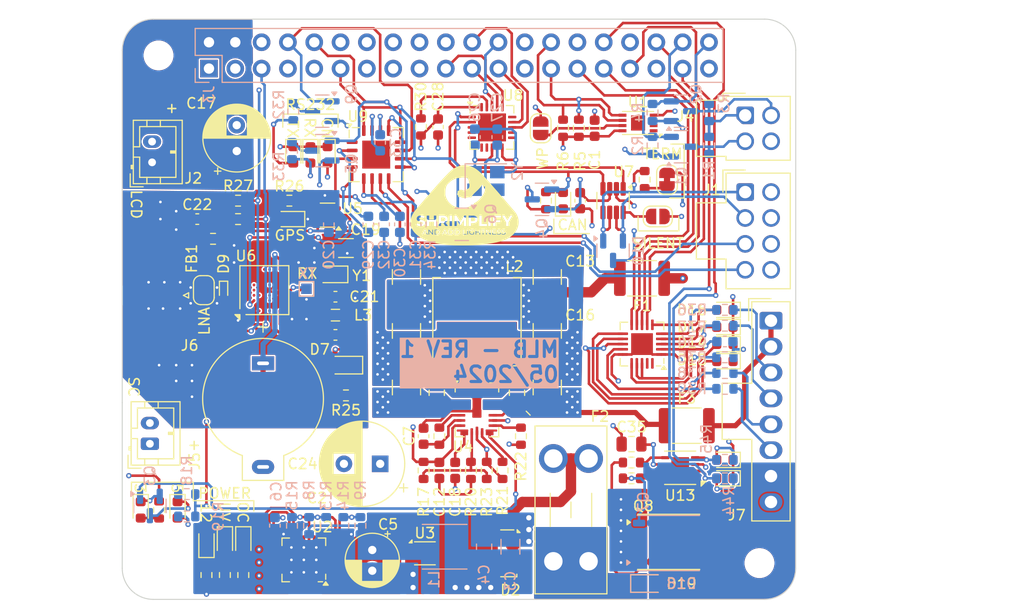
<source format=kicad_pcb>
(kicad_pcb (version 20240108) (generator "pcbnew") (generator_version "8.0")
  (title_block (date "15 nov 2012"))
  (layers (0 "F.Cu" signal) (1 "In1.Cu" signal) (2 "In2.Cu" signal) (31 "B.Cu" signal) (34 "B.Paste" user) (35 "F.Paste" user) (36 "B.SilkS" user "B.Silkscreen") (37 "F.SilkS" user "F.Silkscreen") (38 "B.Mask" user) (39 "F.Mask" user) (44 "Edge.Cuts" user))
  (net 0 "")
  (net 1 "GND")
  (net 2 "/GPIO2{slash}SDA1")
  (net 3 "/GPIO3{slash}SCL1")
  (net 4 "/GPIO4{slash}GPCLK0")
  (net 5 "/GPIO14{slash}TXD0")
  (net 6 "/GPIO15{slash}RXD0")
  (net 7 "/GPIO17")
  (net 8 "/GPIO18{slash}PCM.CLK")
  (net 9 "/GPIO27")
  (net 10 "/GPIO22")
  (net 11 "/GPIO23")
  (net 12 "/GPIO24")
  (net 13 "/GPIO10{slash}SPI0.MOSI")
  (net 14 "/GPIO9{slash}SPI0.MISO")
  (net 15 "/GPIO25")
  (net 16 "/GPIO11{slash}SPI0.SCLK")
  (net 17 "/GPIO8{slash}SPI0.CE0")
  (net 18 "/GPIO7{slash}SPI0.CE1")
  (net 19 "/ID_SDA")
  (net 20 "/ID_SCL")
  (net 21 "/GPIO5")
  (net 22 "/GPIO6")
  (net 23 "/GPIO12{slash}PWM0")
  (net 24 "/GPIO13{slash}PWM1")
  (net 25 "/GPIO19{slash}PCM.FS")
  (net 26 "/GPIO16")
  (net 27 "/GPIO26")
  (net 28 "/GPIO20{slash}PCM.DIN")
  (net 29 "/GPIO21{slash}PCM.DOUT")
  (net 30 "+5V")
  (net 31 "+3V3")
  (net 32 "Net-(U2-TSTART)")
  (net 33 "Net-(U4-SW)")
  (net 34 "Net-(U4-CBOOT)")
  (net 35 "Net-(C12-Pad1)")
  (net 36 "Net-(U4-VCC)")
  (net 37 "Net-(U6-V_CORE)")
  (net 38 "Net-(U6-V_BCKP)")
  (net 39 "Net-(U8-OSC2)")
  (net 40 "Net-(U8-OSC1)")
  (net 41 "Net-(D2-K)")
  (net 42 "Net-(U9-C1+)")
  (net 43 "Net-(U9-C1-)")
  (net 44 "Net-(U9-C2+)")
  (net 45 "Net-(U9-C2-)")
  (net 46 "Net-(J4-Pin_2)")
  (net 47 "Net-(J4-Pin_3)")
  (net 48 "Net-(U9-V-)")
  (net 49 "Net-(JP1-A)")
  (net 50 "Net-(U9-V+)")
  (net 51 "/CAN/CANH")
  (net 52 "Net-(D1-A)")
  (net 53 "/CAN/CANL")
  (net 54 "Net-(D2-A)")
  (net 58 "Net-(D4-K)")
  (net 59 "Net-(D4-A)")
  (net 60 "Net-(C22-Pad1)")
  (net 61 "Net-(D7-K)")
  (net 62 "Net-(D3-K)")
  (net 63 "Net-(D5-A)")
  (net 64 "/RS232/232TX")
  (net 65 "/RS232/232RX")
  (net 66 "Net-(J4-Pin_1)")
  (net 67 "Net-(D12-A)")
  (net 68 "Net-(D6-K)")
  (net 69 "Net-(D13-A)")
  (net 70 "Net-(D14-A)")
  (net 71 "Net-(J7-Pin_1)")
  (net 72 "Net-(JP4-A)")
  (net 73 "Net-(U6-V_DCDC_OUT)")
  (net 74 "Net-(Q4-G)")
  (net 75 "Net-(Q4-D)")
  (net 76 "Net-(Q5-D)")
  (net 77 "Net-(Q6-D)")
  (net 78 "Net-(U2-OVLO)")
  (net 79 "Net-(U2-UVLO)")
  (net 80 "Net-(U2-SETI)")
  (net 81 "Net-(U4-RBOOT)")
  (net 82 "Net-(U4-FB)")
  (net 83 "Net-(U4-RT)")
  (net 84 "Net-(U4-SPSP)")
  (net 85 "Net-(U5-D)")
  (net 86 "Net-(U8-~{RESET})")
  (net 88 "Net-(U5-C)")
  (net 89 "IN")
  (net 90 "Net-(Q3-G)")
  (net 96 "Net-(U6-TXD{slash}SPI_MISO)")
  (net 97 "Net-(U6-RTC_O)")
  (net 100 "Net-(U6-RXD{slash}SPI_MOSI)")
  (net 102 "Net-(U6-RTC_I)")
  (net 112 "Net-(U7-TXD)")
  (net 113 "Net-(D8-A)")
  (net 123 "Net-(D15-A)")
  (net 124 "Net-(D9-A2)")
  (net 125 "Net-(D5-K)")
  (net 126 "Net-(D11-A)")
  (net 127 "Net-(JP3-B)")
  (net 128 "Net-(JP5-A)")
  (net 129 "Net-(D22-A)")
  (net 130 "Net-(Q9-D)")
  (net 131 "Net-(Q7-G)")
  (net 132 "Net-(D6-A)")
  (net 133 "Net-(D16-A)")
  (net 134 "Net-(D17-A)")
  (net 135 "Net-(J7-Pin_6)")
  (net 136 "Net-(U12-REFDI)")
  (net 137 "Net-(U12-IN2)")
  (net 138 "Net-(U12-IN1)")
  (net 139 "Net-(J7-Pin_5)")
  (net 140 "Net-(U12-IN4)")
  (net 141 "Net-(J7-Pin_4)")
  (net 142 "Net-(U12-IN3)")
  (net 143 "Net-(J7-Pin_3)")
  (net 145 "Net-(D18-A)")
  (net 146 "Net-(D19-A)")
  (net 147 "Net-(Q8-G)")
  (net 149 "+12V")
  (net 150 "Net-(U13-~{OUTA})")
  (net 151 "Net-(U13-~{OUTB})")
  (net 152 "Net-(D20-A)")
  (net 153 "Net-(D21-A)")
  (net 154 "+12P")
  (footprint "Package_DFN_QFN:QFN-20-1EP_4x4mm_P0.5mm_EP2.7x2.7mm" (layer "F.Cu") (at 135.687 54.447)
    (property "Reference" "U8")
    (property "Value" "MCP2515-xST")
  )
  (footprint "Resistor_SMD:R_0603_1608Metric" (layer "F.Cu") (at 149.149 86.792)
    (property "Reference" "R42" (hide yes))
    (property "Value" "10")
  )
  (footprint "Connector_JST:JST_PH_B2B-PH-K_1x02_P2.00mm_Vertical" (layer "F.Cu") (at 102.879 57.82 90)
    (property "Reference" "J2")
    (property "Value" "LCD")
  )
  (footprint "Package_DFN_QFN:TQFN-20-1EP_4x4mm_P0.5mm_EP2.1x2.1mm" (layer "F.Cu") (at 150.165 75.362 180)
    (property "Reference" "U12" (hide yes))
    (property "Value" "MAX22193")
  )
  (footprint "Capacitor_SMD:C_0805_2012Metric" (layer "F.Cu") (at 130.353 80.056 90)
    (property "Reference" "C10" (hide yes))
    (property "Value" ".47u")
  )
  (footprint "Capacitor_SMD:C_0603_1608Metric" (layer "F.Cu") (at 120.574 74.473)
    (property "Reference" "C23" (hide yes))
    (property "Value" "4.7u")
  )
  (footprint "RF_GPS:ublox_ZOE_M8" (layer "F.Cu") (at 113.716 70.155 90)
    (property "Reference" "U6")
    (property "Value" "ZOE-M8Q")
  )
  (footprint "Resistor_SMD:R_0603_1608Metric" (layer "F.Cu") (at 136.703 87.554 -90)
    (property "Reference" "R21")
    (property "Value" "40.2k")
  )
  (footprint "MountingHole:MountingHole_2.7mm_M2.5" (layer "F.Cu") (at 161.5 47.5)
    (property "Reference" "MH2" (hide yes))
    (property "Value" "MountingHole_2.7mm_M2.5" (hide yes))
  )
  (footprint "Connector_JST:JST_PH_B2B-PH-K_1x02_P2.00mm_Vertical" (layer "F.Cu") (at 102.667 84.982 90)
    (property "Reference" "J5")
    (property "Value" "Ride Through")
  )
  (footprint "LED_SMD:LED_0603_1608Metric" (layer "F.Cu") (at 158.166 72.06 180)
    (property "Reference" "D16")
    (property "Value" "Green")
  )
  (footprint "Jumper:SolderJumper-2_P1.3mm_Open_RoundedPad1.0x1.5mm" (layer "F.Cu") (at 140.386 54.534 90)
    (property "Reference" "JP1" (hide yes))
    (property "Value" "ID_WP")
  )
  (footprint "Resistor_SMD:R_0603_1608Metric" (layer "F.Cu") (at 142.545 54.53 90)
    (property "Reference" "R6")
    (property "Value" "3.9k")
  )
  (footprint "Resistor_SMD:R_0603_1608Metric" (layer "F.Cu") (at 135.179 87.554 90)
    (property "Reference" "R23")
    (property "Value" "24.9k")
  )
  (footprint "Capacitor_THT:CP_Radial_D5.0mm_P2.00mm" (layer "F.Cu") (at 124.13 95.234887 -90)
    (property "Reference" "C5")
    (property "Value" "22u")
  )
  (footprint "Capacitor_SMD:C_0603_1608Metric" (layer "F.Cu") (at 144.196 61.519 -90)
    (property "Reference" "C25" (hide yes))
    (property "Value" "0.1u")
  )
  (footprint "Resistor_SMD:R_0603_1608Metric" (layer "F.Cu") (at 133.655 87.554 90)
    (property "Reference" "R20")
    (property "Value" "4.99k")
  )
  (footprint "Fuse:Fuse_1812_4532Metric" (layer "F.Cu") (at 154.483 83.236)
    (property "Reference" "F3")
    (property "Value" "0.2A")
  )
  (footprint "Package_TO_SOT_SMD:TO-277A" (layer "F.Cu") (at 134.925 95.555 -90)
    (property "Reference" "D2")
    (property "Value" "100v, 15A")
  )
  (footprint "Resistor_SMD:R_0603_1608Metric" (layer "F.Cu") (at 108.128 97.65 -90)
    (property "Reference" "R12" (hide yes))
    (property "Value" "2k")
  )
  (footprint "Package_DFN_QFN:DFN-8-1EP_3x2mm_P0.5mm_EP1.36x1.46mm" (layer "F.Cu") (at 149.784 54.022 180)
    (property "Reference" "U1")
    (property "Value" "CAT24C256")
  )
  (footprint "Resistor_SMD:R_0603_1608Metric" (layer "F.Cu") (at 111.176 63.297)
    (property "Reference" "R28" (hide yes))
    (property "Value" "3.9k")
  )
  (footprint "LED_SMD:LED_0603_1608Metric" (layer "F.Cu") (at 142.545 61.519 90)
    (property "Reference" "D11" (hide yes))
    (property "Value" "Green")
  )
  (footprint "Jumper:SolderJumper-2_P1.3mm_Open_RoundedPad1.0x1.5mm" (layer "F.Cu") (at 151.689 63.043)
    (property "Reference" "JP5" (hide yes))
    (property "Value" "CAN_SILENT")
  )
  (footprint "Capacitor_THT:CP_Radial_D8.0mm_P3.50mm" (layer "F.Cu") (at 124.893651 86.919 180)
    (property "Reference" "C2")
    (property "Value" "470u")
  )
  (footprint "Capacitor_SMD:C_0603_1608Metric" (layer "F.Cu") (at 132.131 87.554 -90)
    (property "Reference" "C18")
    (property "Value" "1u")
  )
  (footprint "Capacitor_SMD:C_0805_2012Metric" (layer "F.Cu") (at 138.1 80.056 90)
    (property "Reference" "C11" (hide yes))
    (property "Value" ".47u")
  )
  (footprint "Capacitor_SMD:C_1210_3225Metric" (layer "F.Cu") (at 141.021 74.092 -90)
    (property "Reference" "C16")
    (property "Value" "22u")
  )
  (footprint "Diode_SMD:D_SOD-323" (layer "F.Cu") (at 121.59 77.394 180)
    (property "Reference" "D7")
    (property "Value" " 30v, 0.5A")
  )
  (footprint "Jumper:SolderJumper-2_P1.3mm_Bridged_RoundedPad1.0x1.5mm" (layer "F.Cu") (at 152.578 59.487 90)
    (property "Reference" "JP4" (hide yes))
    (property "Value" "CAN_TERM")
  )
  (footprint "Capacitor_THT:CP_Radial_D6.3mm_P2.50mm" (layer "F.Cu") (at 111.049 56.73238 90)
    (property "Reference" "C17")
    (property "Value" "220u")
  )
  (footprint "Package_DFN_QFN:QFN-16-1EP_5x5mm_P0.8mm_EP2.7x2.7mm" (layer "F.Cu") (at 124.511 57.074)
    (property "Reference" "U9")
    (property "Value" "MAX3227")
  )
  (footprint "LED_SMD:LED_0603_1608Metric" (layer "F.Cu") (at 158.166 75.362 180)
    (property "Reference" "D14")
    (property "Value" "Green")
  )
  (footprint "Resistor_SMD:R_0603_1608Metric" (layer "F.Cu") (at 149.149 88.316)
    (property "Reference" "R40" (hide yes))
    (property "Value" "10")
  )
  (footprint "Package_TO_SOT_SMD:SOT-23-8" (layer "F.Cu") (at 147.371 61.519 -90)
    (property "Reference" "U7")
    (property "Value" "TCAN330")
  )
  (footprint "Resistor_SMD:R_0603_1608Metric" (layer "F.Cu") (at 128.829 54.407 -90)
    (property "Reference" "R30")
    (property "Value" "10k")
  )
  (footprint "Package_DFN_QFN:TQFN-20-1EP_4x4mm_P0.5mm_EP2.9x2.9mm_ThermalVias" (layer "F.Cu") (at 117.526 96.19 180)
    (property "Reference" "U2")
    (property "Value" "MAX17614")
  )
  (footprint "Capacitor_SMD:C_0805_2012Metric" (layer "F.Cu") (at 149.149 85.014 180)
    (property "Reference" "C35")
    (property "Value" ".47u")
  )
  (footprint "Resistor_SMD:R_0603_1608Metric" (layer "F.Cu") (at 111.176 61.519)
    (property "Reference" "R27")
    (property "Value" "3.9k")
  )
  (footprint "Capacitor_SMD:C_0603_1608Metric" (layer "F.Cu") (at 130.607 87.554 90)
    (property "Reference" "C12")
    (property "Value" "15p")
  )
  (footprint "Fuse:Fuse_1812_4532Metric" (layer "F.Cu") (at 150.165 69.012 180)
    (property "Reference" "F1")
    (property "Value" "3A")
  )
  (footprint "Resistor_SMD:R_0603_1608Metric" (layer "F.Cu") (at 138.481 84.252 -90)
    (property "Reference" "R22")
    (property "Value" "10k")
  )
  (footprint "Connector_Molex:Molex_Nano-Fit_105310-xx04_2x02_P2.50mm_Vertical" (layer "F.Cu") (at 160.124 53.284)
    (property "Reference" "J4")
    (property "Value" "LEDs")
  )
  (footprint "LED_SMD:LED_0603_1608Metric" (layer "F.Cu") (at 108.128 94.475 90)
    (property "Reference" "D3" (hide yes))
    (property "Value" "Green")
  )
  (footprint "LED_SMD:LED_0603_1608Metric" (layer "F.Cu") (at 111.684 94.475 -90)
    (property "Reference" "D4" (hide yes))
    (property "Value" "Red")
  )
  (footprint "LED_SMD:LED_0603_1608Metric" (layer "F.Cu") (at 118.161 57.0995 -90)
    (property "Reference" "D12" (hide yes))
    (property "Value" "Green")
  )
  (footprint "LED_SMD:LED_0603_1608Metric" (layer "F.Cu") (at 116.51 57.0995 -90)
    (property "Reference" "D22" (hide yes))
    (property "Value" "Green")
  )
  (footprint "Package_TO_SOT_SMD:SOT-353_SC-70-5" (layer "F.Cu") (at 119.812 62.916 180)
    (property "Reference" "U5")
    (property "Value" "74LVC1G80")
  )
  (footprint "Resistor_SMD:R_0603_1608Metric" (layer "F.Cu") (at 140.894 61.519 90)
    (property "Reference" "R31" (hide yes))
    (property "Value" "220")
  )
  (footprint "Custom:LM6x4xx Buck Converter" (layer "F.Cu") (at 134.233 81.707)
    (property "Reference" "U4")
    (property "Value" "LM61480")
  )
  (footprint "MountingHole:MountingHole_2.7mm_M2.5" (layer "F.Cu") (at 103.5 96.5)
    (property "Reference" "MH3" (hide yes))
    (property "Value" "MountingHole_2.7mm_M2.5" (hide yes))
  )
  (footprint "Capacitor_SMD:C_1210_3225Metric" (layer "F.Cu") (at 127.432 68.885 90)
    (property "Reference" "C15" (hide yes))
    (property "Value" "22u")
  )
  (footprint "Diode_SMD:D_SOD-323F" (layer "F.Cu") (at 150.673 98.476)
    (property "Reference" "D19")
    (property "Value" "40v, 1A")
  )
  (footprint "Resistor_SMD:R_0603_1608Metric" (layer "F.Cu") (at 129.083 87.554 -90)
    (property "Reference" "R17")
    (property "Value" "100k")
  )
  (footprint "LED_SMD:LED_0603_1608Metric" (layer "F.Cu") (at 158.166 73.711 180)
    (property "Reference" "D17")
    (property "Value" "Green")
  )
  (footprint "MountingHole:MountingHole_2.7mm_M2.5" (layer "F.Cu") (at 103.5 47.5)
    (property "Reference" "MH1" (hide yes))
    (property "Value" "MountingHole_2.7mm_M2.5" (hide yes))
  )
  (footprint "LED_SMD:LED_0603_1608Metric" (layer "F.Cu") (at 101.778 91.364 -90)
    (property "Reference" "D1" (hide yes))
    (property "Value" "Green")
  )
  (footprint "LED_SMD:LED_0603_1608Metric" (layer "F.Cu") (at 158.166 86.538 180)
    (property "Reference" "D20" (hide yes))
    (property "Value" "Green")
  )
  (footprint "Capacitor_THT:DX_5R5HxxxxU_D11.5mm_P10.00mm" (layer "F.Cu") (at 113.589 77.2175 -90)
    (property "Reference" "C24")
    (property "Value" ".22F")
  )
  (footprint "LED_SMD:LED_0603_1608Metric" (layer "F.Cu") (at 109.906 94.475 -90)
    (property "Reference" "D5" (hide yes))
    (property "Value" "Red")
  )
  (footprint "Resistor_SMD:R_0603_1608Metric" (layer "F.Cu") (at 130.607 84.252 90)
    (property "Reference" "R16" (hide yes))
    (property "Value" "200")
  )
  (footprint "Capacitor_SMD:C_0603_1608Metric" (layer "F.Cu") (at 145.593 54.53 90)
    (property "Reference" "C1")
    (property "Value" "0.1u")
  )
  (footprint "Jumper:SolderJumper-2_P1.3mm_Open_RoundedPad1.0x1.5mm" (layer "F.Cu") (at 107.874 70.155 90)
    (property "Reference" "JP3" (hide yes))
    (property "Value" "PA EN")
  )
  (footprint "LED_SMD:LED_0603_1608Metric" (layer "F.Cu") (at 158.166 88.316 180)
    (property "Reference" "D21" (hide yes))
    (property "Value" "Green")
  )
  (footprint "Resistor_SMD:R_0603_1608Metric" (layer "F.Cu") (at 144.069 54.53 90)
    (property "Reference" "R5")
    (property "Value" "3.9k")
  )
  (footprint "Capacitor_SMD:C_1210_3225Metric" (layer "F.Cu") (at 141.021 79.548 90)
    (property "Reference" "C9" (hide yes))
    (property "Value" "10u")
  )
  (footprint "Resistor_SMD:R_0603_1608Metric" (layer "F.Cu") (at 108.763 65.202)
    (property "Reference" "R24" (hide yes))
    (property "Value" "10")
  )
  (footprint "Inductor_SMD:L_0805_2012Metric" (layer "F.Cu") (at 120.574 72.568)
    (property "Reference" "L3")
    (property "Value" "2.2u")
  )
  (footprint "Capacitor_SMD:C_1210_3225Metric" (layer "F.Cu") (at 141.021 68.885 90)
    (property "Reference" "C13")
    (property "Value" "22u")
  )
  (footprint "Connector_Molex:Molex_Nano-Fit_105309-xx08_1x08_P2.50mm_Vertical" (layer "F.Cu") (at 162.611 73.102)
    (property "Reference" "J7")
    (property "Value" "Conn_01x08")
  )
  (footprint "Diode_SMD:D_SOD-923" (layer "F.Cu") (at 109.779 70.155 -90)
    (property "Reference" "D9")
    (property "Value" "ESD9B3.3ST5G")
  )
  (footprint "Resistor_SMD:R_0603_1608Metric" (layer "F.Cu") (at 111.684 97.65 90)
    (property "Reference" "R10" (hide yes))
    (property "Value" "2k")
  )
  (footprint "Resistor_SMD:R_0603_1608Metric" (layer "F.Cu") (at 116.129 61.519 180)
    (property "Reference" "R26")
    (property "Value" "220")
  )
  (footprint "Capacitor_SMD:C_1210_3225Metric" (layer "F.Cu") (at 127.432 79.548 90)
    (property "Reference" "C8" (hide yes))
    (property "Value" "10u")
  )
  (footprint "MountingHole:MountingHole_2.7mm_M2.5" (layer "F.Cu") (at 161.5 96.5)
    (property "Reference" "MH4" (hide yes))
    (property "Value" "MountingHole_2.7mm_M2.5" (hide yes))
  )
  (footprint "Fuse:Fuseholder_Blade_Mini_Keystone_3568" (layer "F.Cu") (at 141.607 96.324 90)
    (property "Reference" "F2")
    (property "Value" "5A ATM")
  )
  (footprint "Inductor_SMD:L_Coilcraft_XAL7030-272" (layer "F.Cu") (at 134.233 73.198 90)
    (property "Reference" "L2")
    (property "Value" "2.7u")
  )
  (footprint "Package_SON:Infineon_PG-TDSON-8_6.15x5.15mm" (layer "F.Cu") (at 152.731 94.472)
    (property "Reference" "Q8")
    (property "Value" " ")
  )
  (footprint "Capacitor_SMD:C_1206_3216Metric" (layer "F.Cu") (at 121.59 66.091 180)
    (property "Reference" "C19")
    (property "Value" "10u")
  )
  (footprint "Capacitor_SMD:C_1210_3225Metric" (layer "F.Cu") (at 127.432 74.092 -90)
    (property "Reference" "C14" (hide yes))
    (property "Value" "22u")
  )
  (footprint "Resistor_SMD:R_0603_1608Metric" (layer "F.Cu") (at 109.906 97.65 90)
    (property "Reference" "R11" (hide yes))
    (property "Value" "2k")
  )
  (footprint "Capacitor_SMD:C_0603_1608Metric" (layer "F.Cu") (at 107.239 63.297 180)
    (property "Reference" "C22")
    (property "Value" "47p")
  )
  (footprint "LED_SMD:LED_0603_1608Metric" (layer "F.Cu") (at 105.334 91.364 -90)
    (property "Reference" "D6" (hide yes))
    (property "Value" "Green")
  )
  (footprint "Package_SON:WSON-6-1EP_2x2mm_P0.65mm_EP1x1.6mm" (layer "F.Cu") (at 129.21 95.555)
    (property "Reference" "U3")
    (property "Value" "TVS3300DRV")
  )
  (footprint "Connector_Coaxial:SMA_Amphenol_132289_EdgeMount" (layer "F.Cu") (at 102.6955 70.663 180)
    (property "Reference" "J6")
    (property "Value" "SMA")
  )
  (footprint "TestPoint:TestPoint_Pad_1.0x1.0mm" (layer "F.Cu") (at 117.78 70.028)
    (property "Reference" "TP2" (hide yes))
    (property "Value" "TestPoint")
  )
  (footprint "LED_SMD:LED_0603_1608Metric" (layer "F.Cu") (at 158.166 77.013 180)
    (property "Reference" "D15")
    (property "Value" "Green")
  )
  (footprint "Capacitor_SMD:C_0603_1608Metric" (layer "F.Cu") (at 120.574 70.79)
    (property "Reference" "C21")
    (property "Value" "0.1u")
  )
  (footprint "Capacitor_SMD:C_0603_1608Metric" (layer "F.Cu") (at 129.083 84.252 90)
    (property "Reference" "C7")
    (property "Value" "0.1u")
  )
  (footprint "Connector_Molex:Molex_Nano-Fit_105310-xx08_2x04_P2.50mm_Vertical" (layer "F.Cu") (at 160.124 60.69)
    (property "Reference" "J1")
    (property "Value" "Input")
  )
  (footprint "Capacitor_SMD:C_0603_1608Metric" (layer "F.Cu") (at 130.48 54.407 -90)
    (property "Reference" "C28")
    (property "Value" "0.1u")
  )
  (footprint "Inductor_SMD:L_0402_1005Metric" (layer "F.Cu") (at 107.874 67.107 90)
    (property "Reference" "FB1")
    (property "Value" "1.8k @ 100MHz")
  )
  (footprint "Resistor_SMD:R_0603_1608Metric" (layer "F.Cu") (at 121.59 80.315 180)
    (property "Reference" "R25")
    (property "Value" "3.9k")
  )
  (footprint "Resistor_SMD:R_0603_1608Metric" (layer "F.Cu") (at 103.556 91.364 -90)
    (property "Reference" "R7" (hide yes))
    (property "Value" "220")
  )
  (footprint "Resistor_SMD:R_0603_1608Metric" (layer "F.Cu") (at 150.419 59.487 90)
    (property "Reference" "R29" (hide yes))
    (property "Value" "120")
  )
  (footprint "Crystal:Crystal_SMD_2012-2Pin_2.0x1.2mm" (layer "F.Cu") (at 120.574 68.631 180)
    (property "Reference" "Y1")
    (property "Value" "32.768k")
  )
  (footprint "Package_DFN_QFN:DFN-8-1EP_3x3mm_P0.65mm_EP1.7x2.05mm" (layer "F.Cu") (at 153.848 87.3 180)
    (property "Reference" "U13")
    (property "Value" "IX4427")
  )
  (footprint "LED_SMD:LED_0603_1608Metric" (layer "F.Cu") (at 119.812 57.0995 -90)
    (property "Reference" "D13" (hide yes))
    (property "Value" "Green")
  )
  (footprint "LED_SMD:LED_0603_1608Metric" (layer "F.Cu") (at 116.129 63.297 180)
    (property "Reference" "D8" (hide yes))
    (property "Value" "Green")
  )
  (footprint "Connector_PinSocket_2.54mm:PinSocket_2x20_P2.54mm_Vertical" (layer "B.Cu") (at 108.37 48.77 -90)
    (property "Reference" "J3")
    (property "Value" "GPIO")
  )
  (footprint "Resistor_SMD:R_0603_1608Metric" (layer "B.Cu") (at 116.51 52.929 -90)
    (property "Reference" "R32")
    (property "Value" "220")
  )
  (footprint "Resistor_SMD:R_0603_1608Metric" (layer "B.Cu") (at 121.336 92.888 -90)
    (property "Reference" "R14")
    (property "Value" "38.1k")
  )
  (footprint "Resistor_SMD:R_0603_1608Metric" (layer "B.Cu") (at 106.223 91.999 180)
    (property "Reference" "R19")
    (property "Value" "560")
  )
  (footprint "Capacitor_SMD:C_1206_3216Metric" (layer "B.Cu") (at 137.465 94.92 90)
    (property "Reference" "C3")
    (property "Value" "4.7u")
  )
  (footprint "Resistor_SMD:R_0603_1608Metric" (layer "B.Cu") (at 158.166 79.68 180)
    (property "Reference" "R39")
    (property "Value" "1.5k")
  )
  (footprint "Capacitor_SMD:C_0603_1608Metric" (layer "B.Cu") (at 158.166 75.108)
    (property "Reference" "C34")
    (property "Value" "0.1u")
  )
  (footprint "Resistor_SMD:R_0603_1608Metric" (layer "B.Cu") (at 116.383 56.693 -90)
    (property "Reference" "R33")
    (property "Value" "220")
  )
  (footprint "Resistor_SMD:R_0603_1608Metric" (layer "B.Cu") (at 119.685 92.888 -90)
    (property "Reference" "R13")
    (property "Value" "732k")
  )
  (footprint "Package_TO_SOT_SMD:SOT-23" (layer "B.Cu") (at 119.304 56.693 180)
    (property "Reference" "Q5")
    (property "Value" "BSS84")
  )
  (footprint "Resistor_SMD:R_0603_1608Metric" (layer "B.Cu") (at 151.181 53.01 -90)
    (property "Reference" "R4")
    (property "Value" "10k")
  )
  (footprint "Resistor_SMD:R_0603_1608Metric" (layer "B.Cu") (at 106.223 89.84 180)
    (property "Reference" "R18")
    (property "Value" "10k")
  )
  (footprint "Resistor_SMD:R_0603_1608Metric" (layer "B.Cu") (at 158.166 78.156 180)
    (property "Reference" "R38")
    (property "Value" "1.5k")
  )
  (footprint "Capacitor_SMD:C_0603_1608Metric" (layer "B.Cu") (at 126.797 63.805 -90)
    (property "Reference" "C30")
    (property "Value" "0.1u")
  )
  (footprint "Capacitor_SMD:C_0603_1608Metric" (layer "B.Cu") (at 123.749 63.805 -90)
    (property "Reference" "C29")
    (property "Value" "0.1u")
  )
  (footprint "Diode_SMD:D_SOD-323F" (layer "B.Cu") (at 150.673 98.476)
    (property "Reference" "D18")
    (property "Value" "40v, 1A")
  )
  (footprint "Resistor_SMD:R_0603_1608Metric" (layer "B.Cu") (at 118.034 92.888 90)
    (property "Reference" "R8")
    (property "Value" "2.2M")
  )
  (footprint "Resistor_SMD:R_0603_1608Metric" (layer "B.Cu") (at 116.383 92.888 -90)
    (property "Reference" "R15")
    (property "Value" "1.5k")
  )
  (footprint "Capacitor_SMD:C_0603_1608Metric" (layer "B.Cu") (at 128.321 63.805 -90)
    (property "Reference" "C31")
    (property "Value" "0.1u")
  )
  (footprint "Resistor_SMD:R_0603_1608Metric" (layer "B.Cu") (at 158.166 88.316)
    (property "Reference" "R44")
    (property "Value" "1k")
  )
  (footprint "Capacitor_SMD:C_0603_1608Metric" (layer "B.Cu") (at 119.939 63.805 90)
    (property "Reference" "C20")
    (property "Value" "0.1u")
  )
  (footprint "Resistor_SMD:R_0603_1608Metric" (layer "B.Cu") (at 156.642 53.01 90)
    (property "Reference" "R3")
    (property "Value" "10k")
  )
  (footprint "Package_TO_SOT_SMD:SOT-23" (layer "B.Cu") (at 119.304 52.883 180)
    (property "Reference" "Q9")
    (property "Value" "BSS84")
  )
  (footprint "Capacitor_SMD:C_0603_1608Metric" (layer "B.Cu") (at 124.892 55.931 90)
    (property "Reference" "C33")
    (property "Value" "0.1u")
  )
  (footprint "Crystal:Crystal_SMD_3225-4Pin_3.2x2.5mm" (layer "B.Cu") (at 135.095 59.614)
    (property "Reference" "Y2")
    (property "Value" "8MHz")
  )
  (footprint "Capacitor_SMD:C_0603_1608Metric" (layer "B.Cu") (at 134.036 55.384 90)
    (property "Reference" "C26")
    (property "Value" "22p")
  )
  (footprint "Resistor_SMD:R_0603_1608Metric" (layer "B.Cu") (at 151.181 56.185 -90)
    (property "Reference" "R2")
    (property "Value" "10k")
  )
  (footprint "Package_TO_SOT_SMD:SOT-23" (layer "B.Cu") (at 140.513 61.392 180)
    (property "Reference" "Q4")
    (property "Value" "BSS84")
  )
  (footprint "Package_TO_SOT_SMD:SOT-23" (layer "B.Cu") (at 153.9265 52.883)
    (property "Reference" "Q2")
    (property "Value" "2N7002")
  )
  (footprint "Resistor_SMD:R_0603_1608Metric" (layer "B.Cu") (at 158.166 76.632 180)
    (property "Reference" "R35")
    (property "Value" "18k")
  )
  (footprint "Package_TO_SOT_SMD:SOT-23" (layer "B.Cu") (at 147.371 66.345 -90)
    (property "Reference" "D10")
    (property "Value" "PESD2CAN")
  )
  (footprint "Resistor_SMD:R_0603_1608Metric" (layer "B.Cu") (at 158.166 73.584 180)
    (property "Reference" "R37")
    (property "Value" "1.5k")
  )
  (footprint "Package_TO_SOT_SMD:SOT-23" (layer "B.Cu") (at 132.766 63.805 180)
    (property "Reference" "Q6")
    (property "Value" "BSS84")
  )
  (footprint "Package_SON:Infineon_PG-TDSON-8_6.15x5.15mm" (layer "B.Cu") (at 152.705 94.539)
    (property "Reference" "Q7")
    (property "Value" " ")
  )
  (footprint "Inductor_SMD:L_Coilcraft_XxL4030" (layer "B.Cu") (at 131.115 94.92 180)
    (property "Reference" "L1")
    (property "Value" "10uH")
  )
  (footprint "Package_TO_SOT_SMD:SOT-23" (layer "B.Cu") (at 102.667 90.983 -90)
    (property "Reference" "Q3")
    (property "Value" "2N7002")
  )
  (footprint "Resistor_SMD:R_0603_1608Metric" (layer "B.Cu") (at 158.166 86.538)
    (property "Reference" "R45")
    (property "Value" "1k")
  )
  (footprint "TestPoint:TestPoint_Pad_1.0x1.0mm" (layer "B.Cu") (at 117.78 70.028 180)
    (property "Reference" "TP1" (hide yes))
    (property "Value" "TestPoint")
  )
  (footprint "Resistor_SMD:R_0603_1608Metric" (layer "B.Cu") (at 156.642 56.185 -90)
    (property "Reference" "R1")
    (property "Value" "10k")
  )
  (footprint "Package_TO_SOT_SMD:SOT-23" (layer "B.Cu") (at 153.9265 56.312)
    (property "Reference" "Q1")
    (property "Value" "2N7002")
  )
  (footprint "Capacitor_SMD:C_0603_1608Metric" (layer "B.Cu") (at 125.273 63.805 -90)
    (property "Reference" "C32")
    (property "Value" "0.1u")
  )
  (footprint "Capacitor_SMD:C_0603_1608Metric" (layer "B.Cu") (at 136.195 55.384 90)
    (property "Reference" "C27")
    (property "Value" "22p")
  )
  (footprint "Resistor_SMD:R_0603_1608Metric" (layer "B.Cu") (at 129.845 63.805 90)
    (property "Reference" "R34")
    (property "Value" "220")
  )
  (footprint "Resistor_SMD:R_0603_1608Metric" (layer "B.Cu") (at 158.166 72.06 180)
    (property "Reference" "R36")
    (property "Value" "1.5k")
  )
  (footprint "Capacitor_SMD:C_0805_2012Metric" (layer "B.Cu") (at 134.925 94.92 90)
    (property "Reference" "C4")
    (property "Value" ".47u")
  )
  (footprint "Resistor_SMD:R_0603_1608Metric" (layer "B.Cu") (at 122.987 92.888 90)
    (property "Reference" "R9")
    (property "Value" "470k")
  )
  (footprint "Capacitor_SMD:C_0603_1608Metric" (layer "B.Cu") (at 114.732 92.888 -90)
    (property "Reference" "C6")
    (property "Value" "1u")
  )
  (gr_poly (pts (xy 131.700926 64.364212) (xy 131.708546 64.364569) (xy 131.716145 64.365142) (xy 131.723718 64.365928) (xy 131.731262 64.366928) (xy 131.738772 64.368139) (xy 131.746244 64.369562) (xy 131.753672 64.371196) (xy 131.761052 64.373038) (xy 131.768381 64.375089) (xy 131.775652 64.377348) (xy 131.782863 64.379813) (xy 131.790009 64.382484) (xy 131.797084 64.385359) (xy 131.804085 64.388438) (xy 131.809974 64.391297) (xy 131.815748 64.39435) (xy 131.821404 64.397594) (xy 131.826938 64.401025) (xy 131.832344 64.404639) (xy 131.837619 64.408433) (xy 131.842758 64.412402) (xy 131.847758 64.416544) (xy 131.852612 64.420854) (xy 131.857318 64.425329) (xy 131.861871 64.429964) (xy 131.866267 64.434757) (xy 131.870501 64.439703) (xy 131.874568 64.4448) (xy 131.878466 64.450042) (xy 131.882188 64.455426) (xy 131.88872 64.467021) (xy 131.894381 64.478936) (xy 131.899171 64.491127) (xy 131.90309 64.503548) (xy 131.906138 64.516152) (xy 131.908316 64.528894) (xy 131.909622 64.541727) (xy 131.910057 64.554606) (xy 131.909622 64.567486) (xy 131.908316 64.580319) (xy 131.906138 64.593061) (xy 131.90309 64.605665) (xy 131.899171 64.618085) (xy 131.894381 64.630276) (xy 131.88872 64.642192) (xy 131.882188 64.653786) (xy 131.878485 64.659207) (xy 131.874605 64.664485) (xy 131.87055 64.669615) (xy 131.866327 64.674595) (xy 131.86194 64.67942) (xy 131.857392 64.684086) (xy 131.852689 64.68859) (xy 131.847834 64.692927) (xy 131.842833 64.697094) (xy 131.837689 64.701088) (xy 131.832408 64.704903) (xy 131.826992 64.708537) (xy 131.821448 64.711985) (xy 131.815779 64.715243) (xy 131.80999 64.718309) (xy 131.804085 64.721177) (xy 131.797084 64.724256) (xy 131.790009 64.727132) (xy 131.782863 64.729802) (xy 131.775652 64.732268) (xy 131.768381 64.734526) (xy 131.761052 64.736577) (xy 131.753672 64.73842) (xy 131.746244 64.740053) (xy 131.738772 64.741476) (xy 131.731262 64.742688) (xy 131.723718 64.743687) (xy 131.716145 64.744474) (xy 131.708546 64.745047) (xy 131.700926 64.745404) (xy 131.69329 64.745546) (xy 131.685643 64.745471) (xy 131.533807 64.745471) (xy 131.533807 64.364145) (xy 131.685643 64.364145) (xy 131.69329 64.36407)) (stroke (width -0.000001)) (fill solid) (layer "F.SilkS"))
  (gr_line (start 149.784 63.043) (end 149.784 64.44) (stroke (width 0.12)) (layer "F.SilkS"))
  (gr_line (start 112.7 90.475) (end 112.7 91.491) (stroke (width 0.12)) (layer "F.SilkS"))
  (gr_line (start 106.858 90.475) (end 112.7 90.475) (stroke (width 0.12)) (layer "F.SilkS"))
  (gr_line (start 154.229 61.265) (end 152.832 61.265) (stroke (width 0.12)) (layer "F.SilkS"))
  (gr_line (start 145.085 64.694) (end 141.656 64.694) (stroke (width 0.12)) (layer "F.SilkS"))
  (gr_poly (pts (xy 130.377038 64.364212) (xy 130.384658 64.364569) (xy 130.392257 64.365142) (xy 130.39983 64.365928) (xy 130.407374 64.366928) (xy 130.414884 64.368139) (xy 130.422355 64.369562) (xy 130.429784 64.371196) (xy 130.437164 64.373038) (xy 130.444493 64.375089) (xy 130.451764 64.377348) (xy 130.458975 64.379813) (xy 130.466121 64.382484) (xy 130.473196 64.385359) (xy 130.480197 64.388438) (xy 130.486086 64.391297) (xy 130.491861 64.39435) (xy 130.497518 64.397594) (xy 130.503052 64.401025) (xy 130.50846 64.404639) (xy 130.513736 64.408433) (xy 130.518877 64.412402) (xy 130.523877 64.416544) (xy 130.528734 64.420854) (xy 130.533441 64.425329) (xy 130.537995 64.429964) (xy 130.542392 64.434757) (xy 130.546627 64.439703) (xy 130.550695 64.4448) (xy 130.554593 64.450042) (xy 130.558316 64.455426) (xy 130.564848 64.467021) (xy 130.570509 64.478936) (xy 130.575299 64.491127) (xy 130.579218 64.503548) (xy 130.582266 64.516152) (xy 130.584443 64.528894) (xy 130.585749 64.541727) (xy 130.586185 64.554606) (xy 130.585749 64.567486) (xy 130.584443 64.580319) (xy 130.582266 64.593061) (xy 130.579218 64.605665) (xy 130.575299 64.618085) (xy 130.570509 64.630276) (xy 130.564848 64.642192) (xy 130.558316 64.653786) (xy 130.554613 64.659207) (xy 130.550731 64.664485) (xy 130.546676 64.669615) (xy 130.542452 64.674595) (xy 130.538064 64.67942) (xy 130.533515 64.684086) (xy 130.52881 64.68859) (xy 130.523954 64.692927) (xy 130.518951 64.697094) (xy 130.513806 64.701088) (xy 130.508523 64.704903) (xy 130.503107 64.708537) (xy 130.497562 64.711985) (xy 130.491892 64.715243) (xy 130.486102 64.718309) (xy 130.480197 64.721177) (xy 130.473196 64.724256) (xy 130.466121 64.727132) (xy 130.458975 64.729802) (xy 130.451764 64.732268) (xy 130.444493 64.734526) (xy 130.437164 64.736577) (xy 130.429784 64.73842) (xy 130.422355 64.740053) (xy 130.414884 64.741476) (xy 130.407374 64.742688) (xy 130.39983 64.743687) (xy 130.392257 64.744474) (xy 130.384658 64.745047) (xy 130.377038 64.745404) (xy 130.369402 64.745546) (xy 130.361754 64.745471) (xy 130.209965 64.745471) (xy 130.209965 64.364145) (xy 130.361754 64.364145) (xy 130.369402 64.36407)) (stroke (width -0.000001)) (fill solid) (layer "F.SilkS"))
  (gr_line (start 153.721 64.44) (end 153.721 63.043) (stroke (width 0.12)) (layer "F.SilkS"))
  (gr_line (start 106.858 90.475) (end 106.858 88.697) (stroke (width 0.12)) (layer "F.SilkS"))
  (gr_poly (pts (xy 129.336065 64.623479) (xy 129.088949 64.623479) (xy 129.212507 64.37244)) (stroke (width -0.000001)) (fill solid) (layer "F.SilkS"))
  (gr_line (start 139.37 82.22) (end 138.989 81.839) (stroke (width 0.12)) (layer "F.SilkS"))
  (gr_line (start 115.494 54.4325) (end 115.494 53.1625) (stroke (width 0.12)) (layer "F.SilkS"))
  (gr_line (start 115.494 53.1625) (end 120.828 53.1625) (stroke (width 0.12)) (layer "F.SilkS"))
  (gr_poly (pts (xy 130.978652 63.151328) (xy 130.99141 63.151864) (xy 131.003744 63.152757) (xy 131.015654 63.154007) (xy 131.02714 63.155614) (xy 131.038202 63.157578) (xy 131.04884 63.1599) (xy 131.059053 63.162578) (xy 131.068842 63.165614) (xy 131.078208 63.169007) (xy 131.087149 63.172758) (xy 131.095665 63.176865) (xy 131.103758 63.18133) (xy 131.111426 63.186152) (xy 131.118671 63.191331) (xy 131.125491 63.196867) (xy 131.131892 63.202727) (xy 131.137881 63.208878) (xy 131.143456 63.215318) (xy 131.148619 63.222048) (xy 131.153368 63.229069) (xy 131.157705 63.236379) (xy 131.161628 63.24398) (xy 131.165139 63.251871) (xy 131.168237 63.260052) (xy 131.170921 63.268524) (xy 131.173193 63.277286) (xy 131.175051 63.286338) (xy 131.176497 63.29568) (xy 131.177529 63.305312) (xy 131.178149 63.315235) (xy 131.178356 63.325448) (xy 131.178149 63.335491) (xy 131.177529 63.345261) (xy 131.176497 63.354757) (xy 131.175051 63.363979) (xy 131.173193 63.372928) (xy 131.170921 63.381604) (xy 131.168237 63.390005) (xy 131.165139 63.398134) (xy 131.161628 63.405989) (xy 131.157705 63.41357) (xy 131.153368 63.420878) (xy 131.148619 63.427912) (xy 131.143456 63.434674) (xy 131.137881 63.441161) (xy 131.131892 63.447376) (xy 131.125491 63.453316) (xy 131.118671 63.45894) (xy 131.111426 63.4642) (xy 131.103758 63.469098) (xy 131.095665 63.473634) (xy 131.087149 63.477807) (xy 131.078208 63.481617) (xy 131.068842 63.485064) (xy 131.059053 63.488149) (xy 131.04884 63.490871) (xy 131.038202 63.49323) (xy 131.02714 63.495226) (xy 131.015654 63.49686) (xy 131.003744 63.49813) (xy 130.99141 63.499038) (xy 130.978652 63.499582) (xy 130.965469 63.499764) (xy 130.776876 63.499764) (xy 130.776876 63.151149) (xy 130.965469 63.151149)) (stroke (width -0.000001)) (fill solid) (layer "F.SilkS"))
  (gr_line (start 120.828 53.1625) (end 120.828 54.4325) (stroke (width 0.12)) (layer "F.SilkS"))
  (gr_line (start 154.229 56.058) (end 152.959 56.058) (stroke (width 0.12)) (layer "F.SilkS"))
  (gr_line (start 106.858 88.697) (end 100.889 88.697) (stroke (width 0.12)) (layer "F.SilkS"))
  (gr_line (start 149.784 64.44) (end 153.721 64.44) (stroke (width 0.12)) (layer "F.SilkS"))
  (gr_poly (pts (xy 132.306719 64.364212) (xy 132.314339 64.364569) (xy 132.321938 64.365142) (xy 132.329512 64.365928) (xy 132.337055 64.366928) (xy 132.344565 64.368139) (xy 132.352036 64.369562) (xy 132.359464 64.371196) (xy 132.366844 64.373038) (xy 132.374172 64.375089) (xy 132.381444 64.377348) (xy 132.388655 64.379813) (xy 132.3958 64.382484) (xy 132.402876 64.385359) (xy 132.409877 64.388438) (xy 132.415766 64.391297) (xy 132.42154 64.394351) (xy 132.427196 64.397595) (xy 132.432729 64.401026) (xy 132.438136 64.404641) (xy 132.443411 64.408434) (xy 132.44855 64.412404) (xy 132.453549 64.416546) (xy 132.458404 64.420856) (xy 132.463111 64.42533) (xy 132.467664 64.429966) (xy 132.47206 64.434758) (xy 132.476294 64.439704) (xy 132.480361 64.4448) (xy 132.484259 64.450042) (xy 132.487981 64.455426) (xy 132.494513 64.467021) (xy 132.500174 64.478936) (xy 132.504964 64.491127) (xy 132.508883 64.503548) (xy 132.511931 64.516152) (xy 132.514109 64.528894) (xy 132.515415 64.541727) (xy 132.51585 64.554606) (xy 132.515415 64.567486) (xy 132.514109 64.580319) (xy 132.511931 64.593061) (xy 132.508883 64.605665) (xy 132.504964 64.618085) (xy 132.500174 64.630276) (xy 132.494513 64.642192) (xy 132.487981 64.653786) (xy 132.484278 64.659207) (xy 132.480398 64.664484) (xy 132.476343 64.669614) (xy 132.47212 64.674594) (xy 132.467732 64.679418) (xy 132.463184 64.684084) (xy 132.458481 64.688588) (xy 132.453626 64.692925) (xy 132.448624 64.697093) (xy 132.443481 64.701086) (xy 132.438199 64.704901) (xy 132.432784 64.708535) (xy 132.427239 64.711983) (xy 132.421571 64.715242) (xy 132.415782 64.718308) (xy 132.409877 64.721177) (xy 132.402876 64.724256) (xy 132.3958 64.727132) (xy 132.388655 64.729802) (xy 132.381444 64.732268) (xy 132.374172 64.734526) (xy 132.366844 64.736577) (xy 132.359464 64.73842) (xy 132.352036 64.740053) (xy 132.344565 64.741476) (xy 132.337055 64.742688) (xy 132.329511 64.743687) (xy 132.321938 64.744474) (xy 132.314339 64.745047) (xy 132.306719 64.745404) (xy 132.299083 64.745546) (xy 132.291435 64.745471) (xy 132.139615 64.745471) (xy 132.139615 64.364145) (xy 132.291435 64.364145) (xy 132.299083 64.36407)) (stroke (width -0.000001)) (fill solid) (layer "F.SilkS"))
  (gr_line (start 141.656 64.694) (end 141.656 63.297) (stroke (width 0.12)) (layer "F.SilkS"))
  (gr_line (start 154.229 56.058) (end 154.229 61.265) (stroke (width 0.12)) (layer "F.SilkS"))
  (gr_poly (pts (xy 131.256149 64.623479) (xy 131.009017 64.623479) (xy 131.132591 64.37244)) (stroke (width -0.000001)) (fill solid) (layer "F.SilkS"))
  (gr_poly (pts (xy 133.185677 58.097335) (xy 133.296057 58.110833) (xy 133.405315 58.131257) (xy 133.513362 58.15838) (xy 133.620114 58.191976) (xy 133.725483 58.23182) (xy 133.829384 58.277685) (xy 133.931729 58.329346) (xy 134.032433 58.386577) (xy 134.13141 58.449152) (xy 134.228572 58.516845) (xy 134.323835 58.58943) (xy 134.41711 58.666682) (xy 134.508313 58.748374) (xy 134.597356 58.834281) (xy 134.871666 59.123156) (xy 135.24786 59.538726) (xy 136.17903 60.59721) (xy 137.868396 62.554317) (xy 137.939118 62.642177) (xy 138.002933 62.733185) (xy 138.059795 62.827048) (xy 138.109657 62.923469) (xy 138.152475 63.022153) (xy 138.188203 63.122804) (xy 138.216795 63.225126) (xy 138.238205 63.328824) (xy 138.252387 63.433603) (xy 138.259297 63.539166) (xy 138.258888 63.645219) (xy 138.251114 63.751466) (xy 138.235931 63.857611) (xy 138.213291 63.963358) (xy 138.18315 64.068412) (xy 138.145463 64.172478) (xy 138.100182 64.27526) (xy 138.047263 64.376462) (xy 137.986659 64.475789) (xy 137.918326 64.572945) (xy 137.842218 64.667634) (xy 137.758288 64.759562) (xy 137.666491 64.848432) (xy 137.566782 64.933949) (xy 137.459115 65.015818) (xy 137.343443 65.093742) (xy 137.219723 65.167426) (xy 137.087906 65.236575) (xy 136.947949 65.300894) (xy 136.799806 65.360086) (xy 136.64343 65.413855) (xy 136.478776 65.461907) (xy 136.119593 65.547243) (xy 135.720273 65.622835) (xy 135.287003 65.688178) (xy 134.825972 65.742771) (xy 134.343368 65.786111) (xy 133.84538 65.817695) (xy 133.338195 65.83702) (xy 132.828003 65.843584) (xy 132.320992 65.836883) (xy 131.823349 65.816416) (xy 131.341264 65.781678) (xy 130.880924 65.732168) (xy 130.448519 65.667383) (xy 130.050236 65.586819) (xy 129.692264 65.489975) (xy 129.380791 65.376347) (xy 129.208091 65.298926) (xy 129.046617 65.21908) (xy 128.896152 65.136941) (xy 128.756483 65.052646) (xy 128.627393 64.966327) (xy 128.508668 64.87812) (xy 128.400121 64.788183) (xy 128.951422 64.788183) (xy 129.007884 64.788183) (xy 129.06926 64.663477) (xy 129.355754 64.663477) (xy 129.41713 64.788183) (xy 129.474351 64.788183) (xy 129.474351 64.788181) (xy 129.559416 64.788181) (xy 129.613692 64.788181) (xy 129.613692 64.409724) (xy 129.943733 64.788182) (xy 129.988475 64.788182) (xy 129.988475 64.321452) (xy 130.15569 64.321452) (xy 130.15569 64.788182) (xy 130.364716 64.788182) (xy 130.374022 64.788249) (xy 130.377208 64.788183) (xy 130.871506 64.788183) (xy 130.927952 64.788183) (xy 130.989329 64.663477) (xy 131.275838 64.663477) (xy 131.337214 64.788183) (xy 131.39442 64.788183) (xy 131.159721 64.321452) (xy 131.479531 64.321452) (xy 131.479531 64.788182) (xy 131.688526 64.788182) (xy 131.697832 64.788249) (xy 131.707123 64.788055) (xy 131.716393 64.787601) (xy 131.725638 64.786887) (xy 131.734853 64.785915) (xy 131.744031 64.784685) (xy 131.753167 64.7832) (xy 131.762257 64.78146) (xy 131.771294 64.779466) (xy 131.780274 64.777219) (xy 131.78919 64.774721) (xy 131.798039 64.771972) (xy 131.806813 64.768974) (xy 131.815509 64.765727) (xy 131.82412 64.762234) (xy 131.832641 64.758494) (xy 131.839917 64.755006) (xy 131.847052 64.751276) (xy 131.854041 64.747307) (xy 131.860878 64.743104) (xy 131.867557 64.738673) (xy 131.874074 64.734018) (xy 131.880423 64.729143) (xy 131.886598 64.724053) (xy 131.892594 64.718754) (xy 131.898405 64.713249) (xy 131.904026 64.707544) (xy 131.909451 64.701643) (xy 131.914675 64.69555) (xy 131.919692 64.689272) (xy 131.924498 64.682811) (xy 131.929085 64.676173) (xy 131.937164 64.662007) (xy 131.944166 64.647439) (xy 131.950091 64.632527) (xy 131.954939 64.617328) (xy 131.958709 64.601899) (xy 131.961402 64.586298) (xy 131.963018 64.570582) (xy 131.963557 64.554809) (xy 131.963018 64.539036) (xy 131.961402 64.523321) (xy 131.958709 64.50772) (xy 131.954939 64.492291) (xy 131.950091 64.477091) (xy 131.944166 64.462179) (xy 131.937164 64.447611) (xy 131.929085 64.433444) (xy 131.924498 64.426807) (xy 131.919692 64.420347) (xy 131.914675 64.414069) (xy 131.909451 64.407978) (xy 131.904026 64.402078) (xy 131.898405 64.396374) (xy 131.892594 64.39087) (xy 131.886598 64.385572) (xy 131.880423 64.380484) (xy 131.874074 64.375611) (xy 131.867557 64.370957) (xy 131.860878 64.366527) (xy 131.854041 64.362325) (xy 131.847052 64.358357) (xy 131.839917 64.354627) (xy 131.832641 64.351139) (xy 131.82412 64.347399) (xy 131.815509 64.343906) (xy 131.806813 64.340659) (xy 131.798038 64.337661) (xy 131.78919 64.334912) (xy 131.780273 64.332414) (xy 131.771294 64.330167) (xy 131.762257 64.328173) (xy 131.753167 64.326433) (xy 131.744031 64.324948) (xy 131.734853 64.323719) (xy 131.725638 64.322746) (xy 131.716393 64.322033) (xy 131.707123 64.321578) (xy 131.701062 64.321452) (xy 132.085339 64.321452) (xy 132.085339 64.788182) (xy 132.294303 64.788182) (xy 132.303608 64.788249) (xy 132.306794 64.788183) (xy 132.883244 64.788183) (xy 133.225037 64.788183) (xy 133.315202 64.788183) (xy 133.369493 64.788183) (xy 133.369493 64.554817) (xy 133.491259 64.554817) (xy 133.491574 64.566918) (xy 133.492519 64.578993) (xy 133.494094 64.591018) (xy 133.496299 64.602967) (xy 133.499134 64.614816) (xy 133.502599 64.62654) (xy 133.506695 64.638112) (xy 133.51142 64.649509) (xy 133.513989 64.654868) (xy 133.516695 64.660151) (xy 133.519535 64.665357) (xy 133.522507 64.670483) (xy 133.52561 64.675525) (xy 133.528842 64.680483) (xy 133.532201 64.685353) (xy 133.535685 64.690133) (xy 133.539293 64.69482) (xy 133.543022 64.699412) (xy 133.546871 64.703907) (xy 133.550838 64.708303) (xy 133.554921 64.712596) (xy 133.559119 64.716784) (xy 133.563429 64.720866) (xy 133.567851 64.724837) (xy 133.572615 64.728883) (xy 133.57747 64.732809) (xy 133.582414 64.736615) (xy 133.587443 64.740299) (xy 133.592557 64.74386) (xy 133.597751 64.747297) (xy 133.603025 64.750607) (xy 133.608375 64.753791) (xy 133.613799 64.756846) (xy 133.619296 64.759772) (xy 133.624862 64.762566) (xy 133.630496 64.765228) (xy 133.636195 64.767756) (xy 133.641957 64.770149) (xy 133.647779 64.772406) (xy 133.653659 64.774525) (xy 133.660202 64.776712) (xy 133.666784 64.778755) (xy 133.673405 64.780656) (xy 133.68006 64.782413) (xy 133.686749 64.784026) (xy 133.693468 64.785494) (xy 133.700216 64.786818) (xy 133.70699 64.787997) (xy 133.713787 64.78903) (xy 133.720606 64.789917) (xy 133.727444 64.790658) (xy 133.734299 64.791251) (xy 133.741168 64.791698) (xy 133.748049 64.791997) (xy 133.75494 64.792149) (xy 133.761838 64.792152) (xy 133.774886 64.791964) (xy 133.787905 64.791289) (xy 133.80088 64.790129) (xy 133.813799 64.788487) (xy 133.815643 64.788183) (xy 134.103634 64.788183) (xy 134.157925 64.788183) (xy 134.157925 64.572832) (xy 134.479161 64.572832) (xy 134.479161 64.788183) (xy 134.532647 64.788183) (xy 134.532647 64.364146) (xy 134.619246 64.364146) (xy 134.799669 64.364146) (xy 134.799669 64.788183) (xy 134.85396 64.788183) (xy 134.85396 64.364146) (xy 135.034383 64.364146) (xy 135.034383 64.321452) (xy 135.120905 64.321452) (xy 135.120906 64.788183) (xy 135.175197 64.788183) (xy 135.175197 64.409756) (xy 135.505239 64.788183) (xy 135.549918 64.788183) (xy 135.717163 64.788183) (xy 136.080226 64.788183) (xy 136.080226 64.745472) (xy 135.771454 64.745472) (xy 135.771454 64.731504) (xy 136.158747 64.731504) (xy 136.163207 64.735238) (xy 136.167761 64.738845) (xy 136.172405 64.742323) (xy 136.177138 64.745671) (xy 136.181956 64.748888) (xy 136.186856 64.751972) (xy 136.191836 64.754921) (xy 136.196892 64.757734) (xy 136.202023 64.76041) (xy 136.207226 64.762946) (xy 136.212496 64.765342) (xy 136.217833 64.767596) (xy 136.223232 64.769706) (xy 136.228692 64.771671) (xy 136.234209 64.77349) (xy 136.239781 64.77516) (xy 136.253132 64.779174) (xy 136.266617 64.782652) (xy 136.280217 64.785593) (xy 136.293918 64.787993) (xy 136.307703 64.789851) (xy 136.321557 64.791165) (xy 136.335461 64.791933) (xy 136.349402 64.792152) (xy 136.357565 64.792083) (xy 136.365541 64.791876) (xy 136.373332 64.791532) (xy 136.380936 64.791049) (xy 136.388355 64.79043) (xy 136.395587 64.789672) (xy 136.402633 64.788777) (xy 136.409493 64.787744) (xy 136.416167 64.786573) (xy 136.422655 64.785265) (xy 136.428956 64.783819) (xy 136.435072 64.782235) (xy 136.441002 64.780514) (xy 136.446745 64.778655) (xy 136.452303 64.776659) (xy 136.457675 64.774525) (xy 136.457584 64.774525) (xy 136.462207 64.772686) (xy 136.466753 64.770691) (xy 136.471219 64.768543) (xy 136.475599 64.766243) (xy 136.479892 64.763794) (xy 136.484093 64.7612) (xy 136.488199 64.758463) (xy 136.492206 64.755586) (xy 136.496111 64.752571) (xy 136.49991 64.749422) (xy 136.5036 64.74614) (xy 136.507176 64.742729) (xy 136.510636 64.739192) (xy 136.513975 64.73553) (xy 136.51719 64.731747) (xy 136.517383 64.731504) (xy 136.609742 64.731504) (xy 136.614204 64.735235) (xy 136.61876 64.738839) (xy 136.623406 64.742316) (xy 136.628139 64.745662) (xy 136.632958 64.748877) (xy 136.637858 64.75196) (xy 136.642839 64.754908) (xy 136.647895 64.757721) (xy 136.653026 64.760397) (xy 136.658227 64.762934) (xy 136.663497 64.765331) (xy 136.668833 64.767586) (xy 136.674232 64.769698) (xy 136.67969 64.771666) (xy 136.685206 64.773487) (xy 136.690776 64.77516) (xy 136.704138 64.779174) (xy 136.717632 64.782652) (xy 136.731242 64.785593) (xy 136.744953 64.787993) (xy 136.758748 64.789851) (xy 136.772611 64.791165) (xy 136.786525 64.791933) (xy 136.800475 64.792152) (xy 136.808637 64.792083) (xy 136.816613 64.791876) (xy 136.824402 64.791532) (xy 136.832005 64.791049) (xy 136.839421 64.79043) (xy 136.84665 64.789672) (xy 136.853692 64.788777) (xy 136.860547 64.787744) (xy 136.867216 64.786573) (xy 136.873698 64.785265) (xy 136.879994 64.783819) (xy 136.886102 64.782235) (xy 136.892024 64.780514) (xy 136.897759 64.778655) (xy 136.903308 64.776659) (xy 136.90867 64.774525) (xy 136.908579 64.774525) (xy 136.913207 64.772694) (xy 136.917758 64.770705) (xy 136.922227 64.768561) (xy 136.926612 64.766266) (xy 136.930909 64.76382) (xy 136.935114 64.761228) (xy 136.939223 64.758492) (xy 136.943232 64.755615) (xy 136.947139 64.7526) (xy 136.950938 64.749449) (xy 136.954628 64.746164) (xy 136.958203 64.74275) (xy 136.96166 64.739208) (xy 136.964996 64.735542) (xy 136.968207 64.731753) (xy 136.971289 64.727846) (xy 136.973725 64.724373) (xy 136.976014 64.720816) (xy 136.978155 64.71718) (xy 136.980147 64.71347) (xy 136.981988 64.709689) (xy 136.983677 64.705843) (xy 136.985212 64.701937) (xy 136.986591 64.697974) (xy 136.987814 64.693961) (xy 136.988877 64.689901) (xy 136.989781 64.685799) (xy 136.990524 64.68166) (xy 136.991103 64.677489) (xy 136.991517 64.67329) (xy 136.991766 64.669067) (xy 136.991846 64.664826) (xy 136.991951 64.660864) (xy 136.991892 64.656913) (xy 136.99167 64.652977) (xy 136.991287 64.649063) (xy 136.990744 64.645173) (xy 136.990042 64.641314) (xy 136.989184 64.63749) (xy 136.98817 64.633706) (xy 136.987002 64.629967) (xy 136.985681 64.626277) (xy 136.984208 64.622642) (xy 136.982585 64.619066) (xy 136.980814 64.615554) (xy 136.978895 64.612111) (xy 136.976831 64.608741) (xy 136.974622 64.60545) (xy 136.972321 64.602572) (xy 136.969938 64.599769) (xy 136.967477 64.597041) (xy 136.964938 64.59439) (xy 136.962324 64.591819) (xy 136.959636 64.589328) (xy 136.956877 64.586918) (xy 136.954048 64.584592) (xy 136.951151 64.582351) (xy 136.948188 64.580197) (xy 136.945162 64.578131) (xy 136.942073 64.576154) (xy 136.938924 64.574268) (xy 136.935717 64.572475) (xy 136.932454 64.570776) (xy 136.929136 64.569173) (xy 136.92169 64.565717) (xy 136.914165 64.562447) (xy 136.906564 64.559365) (xy 136.898891 64.556471) (xy 136.891148 64.553767) (xy 136.883341 64.551254) (xy 136.875471 64.548932) (xy 136.867543 64.546802) (xy 136.850851 64.542529) (xy 136.834109 64.538441) (xy 136.817319 64.534542) (xy 136.800477 64.530834) (xy 136.792638 64.5291) (xy 136.784822 64.527266) (xy 136.777031 64.525331) (xy 136.769265 64.523297) (xy 136.761527 64.521164) (xy 136.753816 64.518931) (xy 136.746134 64.516599) (xy 136.738481 64.514168) (xy 136.735325 64.513157) (xy 136.732203 64.51206) (xy 136.729116 64.510876) (xy 136.726067 64.509609) (xy 136.723056 64.508257) (xy 136.720086 64.506823) (xy 136.717159 64.505307) (xy 136.714275 64.50371) (xy 136.711438 64.502033) (xy 136.708647 64.500277) (xy 136.705906 64.498444) (xy 136.703216 64.496533) (xy 136.700578 64.494546) (xy 136.697994 64.492484) (xy 136.695466 64.490348) (xy 136.692996 64.488139) (xy 136.69087 64.485918) (xy 136.688873 64.4836) (xy 136.687008 64.48119) (xy 136.685277 64.478694) (xy 136.683682 64.476118) (xy 136.682225 64.473468) (xy 136.680909 64.47075) (xy 136.679737 64.467969) (xy 136.678709 64.465131) (xy 136.677829 64.462242) (xy 136.677099 64.459307) (xy 136.67652 64.456333) (xy 136.676096 64.453325) (xy 136.675829 64.450289) (xy 136.67572 64.447231) (xy 136.675772 64.444157) (xy 136.675799 64.44125) (xy 136.675947 64.438355) (xy 136.676216 64.435477) (xy 136.676603 64.432618) (xy 136.677108 64.429783) (xy 136.677729 64.426974) (xy 136.678465 64.424196) (xy 136.679315 64.421451) (xy 136.680278 64.418744) (xy 136.681352 64.416078) (xy 136.682536 64.413456) (xy 136.683829 64.410882) (xy 136.68523 64.40836) (xy 136.686737 64.405892) (xy 136.688349 64.403483) (xy 136.690066 64.401136) (xy 136.692282 64.398527) (xy 136.694585 64.396005) (xy 136.696972 64.393572) (xy 136.699441 64.391229) (xy 136.701988 64.388979) (xy 136.704611 64.386822) (xy 136.707308 64.384762) (xy 136.710075 64.382799) (xy 136.71291 64.380935) (xy 136.715811 64.379173) (xy 136.718774 64.377514) (xy 136.721797 64.37596) (xy 136.724877 64.374512) (xy 136.728012 64.373173) (xy 136.731199 64.371945) (xy 136.734435 64.370828) (xy 136.739052 64.369323) (xy 136.743697 64.367922) (xy 136.748369 64.366627) (xy 136.753066 64.365436) (xy 136.757785 64.364352) (xy 136.762526 64.363372) (xy 136.767286 64.362499) (xy 136.772064 64.361733) (xy 136.776858 64.361073) (xy 136.781666 64.36052) (xy 136.786486 64.360074) (xy 136.791316 64.359735) (xy 136.796156 64.359505) (xy 136.801002 64.359383) (xy 136.805854 64.359369) (xy 136.810709 64.359464) (xy 136.819752 64.359659) (xy 136.82878 64.360132) (xy 136.837784 64.360881) (xy 136.84676 64.361907) (xy 136.8557 64.363207) (xy 136.864598 64.364781) (xy 136.873447 64.36663) (xy 136.882239 64.36875) (xy 136.891438 64.371265) (xy 136.900525 64.374119) (xy 136.909494 64.377307) (xy 136.918334 64.380826) (xy 136.927037 64.384672) (xy 136.935594 64.38884) (xy 136.943996 64.393327) (xy 136.952235 64.398129) (xy 136.970575 64.358751) (xy 136.961947 64.353754) (xy 136.953144 64.349094) (xy 136.944178 64.344774) (xy 136.935057 64.340799) (xy 136.925792 64.337172) (xy 136.916393 64.333899) (xy 136.906869 64.330982) (xy 136.897231 64.328427) (xy 136.886686 64.325872) (xy 136.876075 64.323654) (xy 136.865404 64.321774) (xy 136.854682 64.320234) (xy 136.843916 64.319034) (xy 136.833115 64.318175) (xy 136.822287 64.317658) (xy 136.811438 64.317483) (xy 136.811437 64.317483) (xy 136.811436 64.317483) (xy 136.811436 64.317484) (xy 136.803372 64.317552) (xy 136.79549 64.317759) (xy 136.787791 64.318104) (xy 136.780276 64.318586) (xy 136.772943 64.319206) (xy 136.765793 64.319963) (xy 136.758826 64.320858) (xy 136.752042 64.321891) (xy 136.745441 64.323062) (xy 136.739023 64.32437) (xy 136.732788 64.325816) (xy 136.726736 64.3274) (xy 136.720867 64.329121) (xy 136.715181 64.33098) (xy 136.709677 64.332976) (xy 136.704357 64.33511) (xy 136.699771 64.336949) (xy 136.695263 64.338945) (xy 136.690836 64.341094) (xy 136.686494 64.343393) (xy 136.682241 64.345842) (xy 136.67808 64.348435) (xy 136.674016 64.351171) (xy 136.670051 64.354048) (xy 136.666189 64.357062) (xy 136.662435 64.36021) (xy 136.658791 64.36349) (xy 136.655261 64.366899) (xy 136.65185 64.370435) (xy 136.64856 64.374095) (xy 136.645396 64.377875) (xy 136.64236 64.381774) (xy 136.639959 64.385303) (xy 136.637703 64.388914) (xy 136.635594 64.392601) (xy 136.633632 64.396361) (xy 136.63182 64.400187) (xy 136.630159 64.404077) (xy 136.628651 64.408024) (xy 136.627296 64.412026) (xy 136.626097 64.416077) (xy 136.625056 64.420172) (xy 136.624173 64.424308) (xy 136.62345 64.428479) (xy 136.622889 64.432681) (xy 136.622491 64.43691) (xy 136.622258 64.441161) (xy 136.622191 64.445429) (xy 136.622088 64.449451) (xy 136.622149 64.453463) (xy 136.622372 64.457459) (xy 136.622756 64.461435) (xy 136.623299 64.465386) (xy 136.624 64.469307) (xy 136.624858 64.473194) (xy 136.625872 64.477042) (xy 136.62704 64.480846) (xy 136.62836 64.484601) (xy 136.629832 64.488303) (xy 136.631454 64.491947) (xy 136.633224 64.495527) (xy 136.635142 64.49904) (xy 136.637206 64.502481) (xy 136.639415 64.505844) (xy 136.641713 64.508759) (xy 136.644093 64.5116) (xy 136.646552 64.514367) (xy 136.649088 64.517057) (xy 136.651701 64.51967) (xy 136.654387 64.522203) (xy 136.657145 64.524655) (xy 136.659974 64.527025) (xy 136.66287 64.529311) (xy 136.665833 64.531511) (xy 136.668861 64.533624) (xy 136.671951 64.535649) (xy 136.675102 64.537584) (xy 136.678312 64.539428) (xy 136.681579 64.541178) (xy 136.684901 64.542834) (xy 136.692372 64.546349) (xy 136.69993 64.549659) (xy 136.707573 64.552762) (xy 136.715296 64.555656) (xy 136.723094 64.558341) (xy 136.730963 64.560816) (xy 136.738899 64.563078) (xy 136.746897 64.565127) (xy 136.763757 64.569236) (xy 136.780631 64.573225) (xy 136.797506 64.577096) (xy 136.814366 64.580847) (xy 136.822172 64.582563) (xy 136.829951 64.584397) (xy 136.8377 64.586347) (xy 136.845418 64.588415) (xy 136.853105 64.590598) (xy 136.860758 64.592896) (xy 136.868376 64.59531) (xy 136.875959 64.597838) (xy 136.879089 64.598887) (xy 136.882185 64.60002) (xy 136.885245 64.601236) (xy 136.888267 64.602534) (xy 136.891251 64.603914) (xy 136.894194 64.605374) (xy 136.897095 64.606914) (xy 136.899952 64.608532) (xy 136.902763 64.610228) (xy 136.905528 64.612001) (xy 136.908244 64.613849) (xy 136.91091 64.615772) (xy 136.913525 64.617769) (xy 136.916086 64.619839) (xy 136.918592 64.621981) (xy 136.921041 64.624194) (xy 136.923174 64.626411) (xy 136.925178 64.628726) (xy 136.927049 64.631133) (xy 136.928786 64.633626) (xy 136.930387 64.6362) (xy 136.931849 64.638848) (xy 136.93317 64.641564) (xy 136.934348 64.644344) (xy 136.935381 64.647181) (xy 136.936265 64.65007) (xy 136.937 64.653004) (xy 136.937582 64.655978) (xy 136.93801 64.658987) (xy 136.938281 64.662024) (xy 136.938392 64.665083) (xy 136.938343 64.66816) (xy 136.938289 64.67097) (xy 136.938118 64.673766) (xy 136.93783 64.676545) (xy 136.937426 64.679304) (xy 136.936908 64.682039) (xy 136.936277 64.684746) (xy 136.935534 64.687422) (xy 136.934679 64.690063) (xy 136.933715 64.692666) (xy 136.932643 64.695227) (xy 136.931462 64.697744) (xy 136.930176 64.700211) (xy 136.928784 64.702626) (xy 136.927288 64.704985) (xy 136.925689 64.707285) (xy 136.923987 64.709522) (xy 136.921739 64.712095) (xy 136.919405 64.71458) (xy 136.916989 64.716976) (xy 136.914493 64.719281) (xy 136.911919 64.721493) (xy 136.909271 64.72361) (xy 136.906552 64.725631) (xy 136.903763 64.727554) (xy 136.900908 64.729377) (xy 136.897989 64.731098) (xy 136.895009 64.732716) (xy 136.891972 64.734229) (xy 136.888878 64.735635) (xy 136.885732 64.736932) (xy 136.882535 64.738119) (xy 136.879291 64.739194) (xy 136.869688 64.742014) (xy 136.859987 64.744424) (xy 136.850202 64.746421) (xy 136.840346 64.748004) (xy 136.830433 64.74917) (xy 136.820474 64.749919) (xy 136.810484 64.750248) (xy 136.800476 64.750155) (xy 136.794314 64.750121) (xy 136.788159 64.749954) (xy 136.782014 64.749655) (xy 136.77588 64.749222) (xy 136.76976 64.748656) (xy 136.763656 64.747959) (xy 136.75757 64.74713) (xy 136.751504 64.74617) (xy 136.74546 64.745078) (xy 136.73944 64.743856) (xy 136.733447 64.742503) (xy 136.727482 64.741021) (xy 136.721549 64.739409) (xy 136.715648 64.737668) (xy 136.709782 64.735797) (xy 136.703953 64.733799) (xy 136.698978 64.732113) (xy 136.694048 64.730311) (xy 136.689168 64.728394) (xy 136.684337 64.726363) (xy 136.679559 64.724218) (xy 136.674836 64.721962) (xy 136.670168 64.719595) (xy 136.665559 64.717117) (xy 136.66101 64.714532) (xy 136.656523 64.711838) (xy 136.6521 64.709038) (xy 136.647743 64.706132) (xy 136.643454 64.703122) (xy 136.639234 64.700008) (xy 136.635086 64.696792) (xy 136.631012 64.693475) (xy 136.609742 64.731504) (xy 136.517383 64.731504) (xy 136.520278 64.727846) (xy 136.522708 64.72437) (xy 136.524991 64.720811) (xy 136.527128 64.717173) (xy 136.529116 64.713461) (xy 136.530954 64.70968) (xy 136.53264 64.705834) (xy 136.534174 64.701928) (xy 136.535552 64.697966) (xy 136.536775 64.693953) (xy 136.53784 64.689894) (xy 136.538746 64.685793) (xy 136.539491 64.681656) (xy 136.540074 64.677485) (xy 136.540493 64.673287) (xy 136.540747 64.669066) (xy 136.540835 64.664826) (xy 136.540935 64.660863) (xy 136.540871 64.65691) (xy 136.540645 64.652973) (xy 136.540257 64.649057) (xy 136.539709 64.645167) (xy 136.539003 64.641308) (xy 136.53814 64.637483) (xy 136.537121 64.633699) (xy 136.535948 64.62996) (xy 136.534622 64.626271) (xy 136.533145 64.622636) (xy 136.531517 64.619061) (xy 136.529741 64.61555) (xy 136.527817 64.612108) (xy 136.525748 64.608739) (xy 136.523534 64.60545) (xy 136.521242 64.602569) (xy 136.518868 64.599763) (xy 136.516415 64.597033) (xy 136.513884 64.594381) (xy 136.511277 64.591808) (xy 136.508596 64.589315) (xy 136.505843 64.586905) (xy 136.50302 64.584579) (xy 136.500129 64.582338) (xy 136.497172 64.580184) (xy 136.49415 64.578119) (xy 136.491065 64.576143) (xy 136.48792 64.57426) (xy 136.484717 64.572469) (xy 136.481456 64.570773) (xy 136.47814 64.569173) (xy 136.470684 64.565717) (xy 136.463147 64.562447) (xy 136.455533 64.559365) (xy 136.447848 64.556471) (xy 136.440093 64.553767) (xy 136.432274 64.551254) (xy 136.424393 64.548932) (xy 136.416455 64.546802) (xy 136.399762 64.542529) (xy 136.383021 64.538441) (xy 136.36623 64.534542) (xy 136.349389 64.530834) (xy 136.34155 64.529097) (xy 136.333735 64.52726) (xy 136.325944 64.525324) (xy 136.318179 64.52329) (xy 136.31044 64.521157) (xy 136.302728 64.518925) (xy 136.295045 64.516596) (xy 136.287392 64.514168) (xy 136.284236 64.513157) (xy 136.281114 64.51206) (xy 136.278027 64.510876) (xy 136.274978 64.509609) (xy 136.271968 64.508257) (xy 136.268998 64.506823) (xy 136.26607 64.505307) (xy 136.263187 64.50371) (xy 136.260349 64.502033) (xy 136.257559 64.500277) (xy 136.254817 64.498444) (xy 136.252127 64.496533) (xy 136.249489 64.494546) (xy 136.246905 64.492484) (xy 136.244377 64.490348) (xy 136.241907 64.488139) (xy 136.23978 64.485918) (xy 136.237784 64.4836) (xy 136.235918 64.48119) (xy 136.234187 64.478694) (xy 136.232592 64.476118) (xy 136.231136 64.473468) (xy 136.22982 64.47075) (xy 136.228648 64.467969) (xy 136.22762 64.465131) (xy 136.22674 64.462242) (xy 136.22601 64.459307) (xy 136.225432 64.456333) (xy 136.225008 64.453325) (xy 136.224741 64.450289) (xy 136.224632 64.447231) (xy 136.224684 64.444157) (xy 136.224711 64.44125) (xy 136.224859 64.438355) (xy 136.225128 64.435477) (xy 136.225515 64.432618) (xy 136.22602 64.429783) (xy 136.226641 64.426974) (xy 136.227377 64.424196) (xy 136.228227 64.421451) (xy 136.229189 64.418744) (xy 136.230263 64.416078) (xy 136.231447 64.413456) (xy 136.23274 64.410882) (xy 136.234141 64.40836) (xy 136.235648 64.405892) (xy 136.237261 64.403483) (xy 136.238977 64.401136) (xy 136.241196 64.39853) (xy 136.243502 64.396011) (xy 136.24589 64.39358) (xy 136.24836 64.391239) (xy 136.250908 64.38899) (xy 136.253532 64.386835) (xy 136.256229 64.384775) (xy 136.258996 64.382813) (xy 136.261831 64.380949) (xy 136.264731 64.379187) (xy 136.267693 64.377527) (xy 136.270715 64.375971) (xy 136.273793 64.374522) (xy 136.276927 64.37318) (xy 136.280112 64.371948) (xy 136.283346 64.370828) (xy 136.287964 64.369324) (xy 136.292609 64.367924) (xy 136.297281 64.36663) (xy 136.301978 64.36544) (xy 136.306698 64.364356) (xy 136.311438 64.363377) (xy 136.316199 64.362504) (xy 136.320976 64.361737) (xy 136.32577 64.361077) (xy 136.330578 64.360524) (xy 136.335398 64.360077) (xy 136.340228 64.359739) (xy 136.345068 64.359508) (xy 136.349914 64.359385) (xy 136.354766 64.35937) (xy 136.359621 64.359464) (xy 136.368664 64.359659) (xy 136.377692 64.360131) (xy 136.386697 64.36088) (xy 136.395673 64.361905) (xy 136.404613 64.363205) (xy 136.41351 64.364779) (xy 136.422359 64.366628) (xy 136.431152 64.36875) (xy 136.440358 64.37127) (xy 136.449456 64.374126) (xy 136.458435 64.377316) (xy 136.467287 64.380836) (xy 136.476002 64.384681) (xy 136.484572 64.388847) (xy 136.492988 64.393331) (xy 136.50124 64.398129) (xy 136.519564 64.358751) (xy 136.510936 64.353754) (xy 136.502134 64.349094) (xy 136.493167 64.344774) (xy 136.484046 64.340799) (xy 136.474781 64.337172) (xy 136.465381 64.333899) (xy 136.455857 64.330982) (xy 136.44622 64.328427) (xy 136.435674 64.325875) (xy 136.425062 64.323659) (xy 136.414392 64.321781) (xy 136.40367 64.320242) (xy 136.392905 64.319041) (xy 136.382104 64.31818) (xy 136.371276 64.317661) (xy 136.360433 64.317483) (xy 136.360435 64.317483) (xy 136.360437 64.317483) (xy 136.360438 64.317483) (xy 136.360439 64.317483) (xy 136.36044 64.317484) (xy 136.352362 64.317552) (xy 136.34447 64.317759) (xy 136.336763 64.318104) (xy 136.329242 64.318586) (xy 136.321905 64.319206) (xy 136.314752 64.319963) (xy 136.307783 64.320858) (xy 136.300998 64.321891) (xy 136.294396 64.323062) (xy 136.287977 64.32437) (xy 136.28174 64.325816) (xy 136.275686 64.3274) (xy 136.269813 64.329121) (xy 136.264122 64.33098) (xy 136.258612 64.332976) (xy 136.253283 64.33511) (xy 136.248699 64.336946) (xy 136.244193 64.338938) (xy 136.239769 64.341085) (xy 136.23543 64.343383) (xy 136.23118 64.34583) (xy 136.227022 64.348422) (xy 136.222962 64.351158) (xy 136.219001 64.354035) (xy 136.215144 64.357049) (xy 136.211395 64.360198) (xy 136.207757 64.363479) (xy 136.204234 64.36689) (xy 136.200829 64.370428) (xy 136.197547 64.37409) (xy 136.194391 64.377872) (xy 136.191364 64.381774) (xy 136.188957 64.385301) (xy 136.186697 64.388909) (xy 136.184584 64.392594) (xy 136.18262 64.396352) (xy 136.180806 64.400178) (xy 136.179145 64.404067) (xy 136.177637 64.408015) (xy 136.176284 64.412017) (xy 136.175087 64.416068) (xy 136.174048 64.420165) (xy 136.173168 64.424301) (xy 136.172449 64.428474) (xy 136.171893 64.432677) (xy 136.1715 64.436907) (xy 136.171272 64.441159) (xy 136.171211 64.445429) (xy 136.171102 64.449452) (xy 136.171157 64.453465) (xy 136.171375 64.457462) (xy 136.171755 64.461439) (xy 136.172296 64.465391) (xy 136.172995 64.469314) (xy 136.173852 64.473202) (xy 136.174865 64.47705) (xy 136.176033 64.480854) (xy 136.177355 64.48461) (xy 136.178829 64.488311) (xy 136.180454 64.491954) (xy 136.182228 64.495534) (xy 136.18415 64.499045) (xy 136.18622 64.502484) (xy 136.188434 64.505844) (xy 136.190726 64.508765) (xy 136.1931 64.511612) (xy 136.195554 64.514384) (xy 136.198086 64.517078) (xy 136.200695 64.519694) (xy 136.203378 64.52223) (xy 136.206135 64.524684) (xy 136.208962 64.527054) (xy 136.211857 64.52934) (xy 136.214821 64.531539) (xy 136.217849 64.533651) (xy 136.220941 64.535673) (xy 136.224094 64.537603) (xy 136.227307 64.539442) (xy 136.230578 64.541186) (xy 136.233905 64.542834) (xy 136.241365 64.546349) (xy 136.248914 64.549659) (xy 136.256547 64.552762) (xy 136.264261 64.555656) (xy 136.272049 64.558341) (xy 136.279909 64.560816) (xy 136.287835 64.563078) (xy 136.295824 64.565127) (xy 136.312721 64.569236) (xy 136.329597 64.573225) (xy 136.346455 64.577096) (xy 136.363292 64.580847) (xy 136.371108 64.582563) (xy 136.378897 64.584397) (xy 136.386655 64.586347) (xy 136.394383 64.588415) (xy 136.402079 64.590598) (xy 136.409742 64.592896) (xy 136.41737 64.59531) (xy 136.424963 64.597838) (xy 136.428091 64.59889) (xy 136.431185 64.600026) (xy 136.434244 64.601244) (xy 136.437265 64.602544) (xy 136.440248 64.603926) (xy 136.44319 64.605387) (xy 136.446091 64.606927) (xy 136.448947 64.608546) (xy 136.451759 64.610241) (xy 136.454524 64.612013) (xy 136.457241 64.61386) (xy 136.459908 64.615782) (xy 136.462523 64.617777) (xy 136.465086 64.619845) (xy 136.467593 64.621984) (xy 136.470045 64.624194) (xy 136.472174 64.626413) (xy 136.474173 64.62873) (xy 136.47604 64.631138) (xy 136.477772 64.633632) (xy 136.479368 64.636206) (xy 136.480826 64.638855) (xy 136.482142 64.641572) (xy 136.483315 64.644352) (xy 136.484342 64.647189) (xy 136.485222 64.650077) (xy 136.485952 64.653011) (xy 136.486529 64.655984) (xy 136.486951 64.658992) (xy 136.487217 64.662027) (xy 136.487324 64.665085) (xy 136.487269 64.66816) (xy 136.487216 64.670967) (xy 136.487045 64.673761) (xy 136.486758 64.676537) (xy 136.486357 64.679294) (xy 136.485841 64.682027) (xy 136.485213 64.684732) (xy 136.484473 64.687407) (xy 136.483624 64.690048) (xy 136.482664 64.69265) (xy 136.481597 64.695212) (xy 136.480423 64.697729) (xy 136.479144 64.700198) (xy 136.47776 64.702615) (xy 136.476272 64.704977) (xy 136.474682 64.70728) (xy 136.472991 64.709522) (xy 136.47074 64.712098) (xy 136.468402 64.714586) (xy 136.465982 64.716985) (xy 136.463482 64.719292) (xy 136.460904 64.721505) (xy 136.458252 64.723624) (xy 136.455528 64.725645) (xy 136.452734 64.727568) (xy 136.449874 64.729391) (xy 136.44695 64.731112) (xy 136.443965 64.732729) (xy 136.440922 64.73424) (xy 136.437823 64.735644) (xy 136.434671 64.736938) (xy 136.431468 64.738122) (xy 136.428218 64.739194) (xy 136.418615 64.742016) (xy 136.408914 64.744427) (xy 136.39913 64.746425) (xy 136.389273 64.748008) (xy 136.37936 64.749174) (xy 136.369401 64.749922) (xy 136.35941 64.75025) (xy 136.349402 64.750155) (xy 136.343245 64.750121) (xy 136.337095 64.749954) (xy 136.330955 64.749654) (xy 136.324827 64.749221) (xy 136.318712 64.748655) (xy 136.312612 64.747957) (xy 136.306531 64.747128) (xy 136.30047 64.746167) (xy 136.29443 64.745075) (xy 136.288416 64.743853) (xy 136.282427 64.742501) (xy 136.276468 64.741018) (xy 136.270539 64.739406) (xy 136.264643 64.737666) (xy 136.258782 64.735796) (xy 136.252958 64.733799) (xy 136.247978 64.732113) (xy 136.243044 64.730311) (xy 136.238159 64.728394) (xy 136.233324 64.726362) (xy 136.228541 64.724218) (xy 136.223813 64.721962) (xy 136.219141 64.719594) (xy 136.214527 64.717117) (xy 136.209973 64.714531) (xy 136.205481 64.711838) (xy 136.201053 64.709037) (xy 136.196691 64.706132) (xy 136.192397 64.703122) (xy 136.188172 64.700008) (xy 136.184019 64.696792) (xy 136.179939 64.693475) (xy 136.158747 64.731504) (xy 135.771454 64.731504) (xy 135.771454 64.572118) (xy 136.036973 64.572118) (xy 136.036973 64.530121) (xy 135.771454 64.530121) (xy 135.771454 64.364146) (xy 136.069188 64.364146) (xy 136.069188 64.321452) (xy 135.717163 64.321452) (xy 135.717163 64.788183) (xy 135.549918 64.788183) (xy 135.549918 64.321452) (xy 135.496417 64.321452) (xy 135.496417 64.700017) (xy 135.165662 64.321452) (xy 135.120905 64.321452) (xy 135.034383 64.321452) (xy 134.619246 64.321452) (xy 134.619246 64.364146) (xy 134.532647 64.364146) (xy 134.532647 64.321452) (xy 134.479161 64.321452) (xy 134.479161 64.529485) (xy 134.157925 64.529485) (xy 134.157925 64.321452) (xy 134.103634 64.321452) (xy 134.103634 64.788183) (xy 133.815643 64.788183) (xy 133.826647 64.786366) (xy 133.839412 64.783766) (xy 133.852081 64.780692) (xy 133.864638 64.777144) (xy 133.864548 64.777144) (xy 133.870365 64.775354) (xy 133.876132 64.773428) (xy 133.881848 64.771367) (xy 133.887508 64.769172) (xy 133.893112 64.766846) (xy 133.898657 64.764388) (xy 133.904141 64.7618) (xy 133.909561 64.759083) (xy 133.914915 64.756238) (xy 133.920201 64.753267) (xy 133.925416 64.750171) (xy 133.930559 64.746951) (xy 133.935627 64.743608) (xy 133.940617 64.740143) (xy 133.945528 64.736558) (xy 133.950357 64.732853) (xy 133.950357 64.554817) (xy 133.898283 64.554817) (xy 133.898283 64.710622) (xy 133.892294 64.714546) (xy 133.886211 64.718309) (xy 133.880025 64.721888) (xy 133.873731 64.725258) (xy 133.86732 64.728397) (xy 133.86407 64.729872) (xy 133.860787 64.73128) (xy 133.857473 64.732619) (xy 133.854124 64.733885) (xy 133.850742 64.735075) (xy 133.847325 64.736186) (xy 133.837151 64.739041) (xy 133.826888 64.741512) (xy 133.816548 64.743596) (xy 133.80614 64.745293) (xy 133.795676 64.7466) (xy 133.785168 64.747516) (xy 133.774625 64.74804) (xy 133.764059 64.74817) (xy 133.758514 64.748165) (xy 133.752975 64.74804) (xy 133.747444 64.747795) (xy 133.741923 64.747429) (xy 133.736414 64.746944) (xy 133.730919 64.746339) (xy 133.72544 64.745615) (xy 133.719978 64.744772) (xy 133.714536 64.743811) (xy 133.709115 64.742732) (xy 133.703718 64.741535) (xy 133.698346 64.740221) (xy 133.693001 64.73879) (xy 133.687685 64.737242) (xy 133.682401 64.735578) (xy 133.677149 64.733799) (xy 133.672368 64.732065) (xy 133.667634 64.730219) (xy 133.662951 64.728262) (xy 133.658319 64.726194) (xy 133.653741 64.724017) (xy 133.649219 64.721731) (xy 133.644754 64.719339) (xy 133.640348 64.716841) (xy 133.636003 64.714237) (xy 133.631722 64.71153) (xy 133.627506 64.70872) (xy 133.623356 64.705808) (xy 133.619275 64.702796) (xy 133.615265 64.699684) (xy 133.611327 64.696473) (xy 133.607464 64.693166) (xy 133.603855 64.689903) (xy 133.600337 64.686553) (xy 133.596909 64.683117) (xy 133.593573 64.679597) (xy 133.590331 64.675995) (xy 133.587184 64.672312) (xy 133.584133 64.668552) (xy 133.581181 64.664714) (xy 133.578328 64.660803) (xy 133.575576 64.656818) (xy 133.572926 64.652763) (xy 133.57038 64.648639) (xy 133.56794 64.644449) (xy 133.565606 64.640193) (xy 133.56338 64.635875) (xy 133.561264 64.631495) (xy 133.557395 64.622254) (xy 133.554041 64.612867) (xy 133.551204 64.603356) (xy 133.548882 64.593741) (xy 133.547077 64.584042) (xy 133.545787 64.574281) (xy 133.545013 64.564478) (xy 133.544755 64.554654) (xy 133.545013 64.544831) (xy 133.545787 64.535028) (xy 133.547077 64.525267) (xy 133.548882 64.515568) (xy 133.551204 64.505953) (xy 133.554041 64.496441) (xy 133.557395 64.487055) (xy 133.561264 64.477814) (xy 133.563392 64.473459) (xy 133.565628 64.469165) (xy 133.567971 64.464934) (xy 133.570418 64.460767) (xy 133.572969 64.456667) (xy 133.575623 64.452634) (xy 133.578377 64.448672) (xy 133.58123 64.444782) (xy 133.584181 64.440965) (xy 133.587229 64.437224) (xy 133.590372 64.433561) (xy 133.593609 64.429976) (xy 133.596938 64.426473) (xy 133.600357 64.423053) (xy 133.603867 64.419717) (xy 133.607464 64.416469) (xy 133.611327 64.413161) (xy 133.615265 64.40995) (xy 133.619275 64.406837) (xy 133.623356 64.403824) (xy 133.627506 64.400911) (xy 133.631722 64.3981) (xy 133.636003 64.395391) (xy 133.640348 64.392786) (xy 133.644754 64.390286) (xy 133.649219 64.387892) (xy 133.653741 64.385606) (xy 133.658319 64.383427) (xy 133.662951 64.381358) (xy 133.667634 64.3794) (xy 133.672368 64.377554) (xy 133.677149 64.37582) (xy 133.682445 64.374034) (xy 133.687775 64.372364) (xy 133.693136 64.370812) (xy 133.698526 64.369377) (xy 133.703944 64.36806) (xy 133.709388 64.366861) (xy 133.714854 64.365781) (xy 133.720343 64.36482) (xy 133.725851 64.363978) (xy 133.731376 64.363255) (xy 133.736917 64.362653) (xy 133.742472 64.36217) (xy 133.748038 64.361808) (xy 133.753614 64.361567) (xy 133.759197 64.361447) (xy 133.764787 64.361449) (xy 133.775422 64.361572) (xy 133.786031 64.362118) (xy 133.796601 64.363086) (xy 133.80712 64.364472) (xy 133.817575 64.366275) (xy 133.827956 64.368493) (xy 133.838248 64.371122) (xy 133.848441 64.374161) (xy 133.853374 64.375863) (xy 133.858253 64.377694) (xy 133.863076 64.379653) (xy 133.867841 64.381739) (xy 133.872544 64.383951) (xy 133.877185 64.386286) (xy 133.881759 64.388743) (xy 133.886266 64.391322) (xy 133.890701 64.394021) (xy 133.895064 64.396838) (xy 133.899351 64.399771) (xy 133.90356 64.40282) (xy 133.907689 64.405984) (xy 133.911735 64.409259) (xy 133.915695 64.412647) (xy 133.919568 64.416144) (xy 133.953303 64.384796) (xy 133.948833 64.380549) (xy 133.94425 64.376438) (xy 133.939558 64.372463) (xy 133.934759 64.368627) (xy 133.929857 64.364932) (xy 133.924856 64.36138) (xy 133.919757 64.357973) (xy 133.914564 64.354713) (xy 133.909281 64.351601) (xy 133.903911 64.34864) (xy 133.898457 64.345832) (xy 133.892922 64.343178) (xy 133.887309 64.340681) (xy 133.881622 64.338342) (xy 133.875863 64.336164) (xy 133.870036 64.334148) (xy 133.856964 64.330128) (xy 133.843753 64.326656) (xy 133.830421 64.323734) (xy 133.816985 64.321367) (xy 133.803463 64.319555) (xy 133.789872 64.318302) (xy 133.77623 64.31761) (xy 133.762554 64.317483) (xy 136.360427 64.317483) (xy 136.360433 64.317483) (xy 136.360432 64.317483) (xy 136.36043 64.317483) (xy 136.360427 64.317483) (xy 133.762554 64.317483) (xy 133.762551 64.317483) (xy 133.755658 64.317486) (xy 133.748772 64.317637) (xy 133.741895 64.317936) (xy 133.735031 64.318383) (xy 133.728181 64.318977) (xy 133.721348 64.319717) (xy 133.714534 64.320604) (xy 133.707741 64.321637) (xy 133.700972 64.322816) (xy 133.694229 64.32414) (xy 133.687515 64.325608) (xy 133.680831 64.327221) (xy 133.67418 64.328978) (xy 133.667565 64.330879) (xy 133.660987 64.332923) (xy 133.654449 64.335109) (xy 133.648551 64.337237) (xy 133.64271 64.339502) (xy 133.636928 64.341901) (xy 133.631209 64.344435) (xy 133.625553 64.3471) (xy 133.619965 64.349897) (xy 133.614445 64.352824) (xy 133.608996 64.35588) (xy 133.60362 64.359062) (xy 133.59832 64.362371) (xy 133.593098 64.365804) (xy 133.587957 64.369361) (xy 133.582897 64.37304) (xy 133.577923 64.37684) (xy 133.573036 64.380759) (xy 133.568238 64.384797) (xy 133.563782 64.388755) (xy 133.559439 64.392824) (xy 133.555209 64.397003) (xy 133.551095 64.401288) (xy 133.547098 64.405678) (xy 133.543221 64.410169) (xy 133.539465 64.414759) (xy 133.535832 64.419446) (xy 133.532325 64.424227) (xy 133.528943 64.4291) (xy 133.525691 64.434063) (xy 133.522568 64.439112) (xy 133.519578 64.444245) (xy 133.516722 64.44946) (xy 133.514002 64.454754) (xy 133.51142 64.460126) (xy 133.506695 64.471522) (xy 133.502599 64.483094) (xy 133.499134 64.494818) (xy 133.496299 64.506667) (xy 133.494094 64.518616) (xy 133.492519 64.530641) (xy 133.491574 64.542717) (xy 133.491259 64.554817) (xy 133.369493 64.554817) (xy 133.369493 64.321452) (xy 133.315202 64.321452) (xy 133.315202 64.788183) (xy 133.225037 64.788183) (xy 133.225037 64.745472) (xy 132.937458 64.745472) (xy 132.937458 64.321452) (xy 132.883244 64.321452) (xy 132.883244 64.788183) (xy 132.306794 64.788183) (xy 132.312899 64.788055) (xy 132.32217 64.787601) (xy 132.331415 64.786887) (xy 132.340629 64.785915) (xy 132.349807 64.784685) (xy 132.358944 64.7832) (xy 132.368034 64.78146) (xy 132.377071 64.779466) (xy 132.386051 64.777219) (xy 132.394968 64.774721) (xy 132.403816 64.771972) (xy 132.412591 64.768974) (xy 132.421286 64.765727) (xy 132.429897 64.762234) (xy 132.438418 64.758494) (xy 132.445695 64.755007) (xy 132.45283 64.751276) (xy 132.459819 64.747308) (xy 132.466656 64.743106) (xy 132.473336 64.738674) (xy 132.479853 64.734019) (xy 132.486201 64.729144) (xy 132.492376 64.724055) (xy 132.498372 64.718755) (xy 132.504183 64.713251) (xy 132.509803 64.707545) (xy 132.515228 64.701644) (xy 132.520452 64.695551) (xy 132.525469 64.689272) (xy 132.530274 64.682811) (xy 132.534862 64.676173) (xy 132.542941 64.662007) (xy 132.549943 64.647439) (xy 132.555868 64.632527) (xy 132.560716 64.617328) (xy 132.564486 64.601899) (xy 132.567179 64.586298) (xy 132.568795 64.570582) (xy 132.569334 64.554809) (xy 132.568795 64.539036) (xy 132.567179 64.523321) (xy 132.564486 64.50772) (xy 132.560716 64.492291) (xy 132.555868 64.477091) (xy 132.549943 64.462179) (xy 132.542941 64.447611) (xy 132.534862 64.433444) (xy 132.530274 64.426807) (xy 132.525469 64.420346) (xy 132.520452 64.414068) (xy 132.515228 64.407976) (xy 132.509803 64.402076) (xy 132.504183 64.396372) (xy 132.498372 64.390869) (xy 132.492376 64.385571) (xy 132.486201 64.380483) (xy 132.479853 64.375609) (xy 132.473336 64.370955) (xy 132.466656 64.366525) (xy 132.459819 64.362324) (xy 132.45283 64.358356) (xy 132.445695 64.354626) (xy 132.438418 64.351139) (xy 132.429897 64.347399) (xy 132.421286 64.343906) (xy 132.412591 64.340659) (xy 132.403816 64.337661) (xy 132.394968 64.334912) (xy 132.386051 64.332414) (xy 132.377071 64.330167) (xy 132.368034 64.328173) (xy 132.358944 64.326433) (xy 132.349807 64.324948) (xy 132.340629 64.323719) (xy 132.331415 64.322746) (xy 132.32217 64.322033) (xy 132.312899 64.321578) (xy 132.303608 64.321384) (xy 132.294303 64.321452) (xy 132.085339 64.321452) (xy 131.701062 64.321452) (xy 131.697832 64.321384) (xy 131.688526 64.321452) (xy 131.479531 64.321452) (xy 131.159721 64.321452) (xy 131.106205 64.321452) (xy 130.871506 64.788183) (xy 130.377208 64.788183) (xy 130.383313 64.788055) (xy 130.392584 64.787601) (xy 130.401831 64.786887) (xy 130.411046 64.785915) (xy 130.420225 64.784686) (xy 130.429363 64.7832) (xy 130.438454 64.78146) (xy 130.447493 64.779466) (xy 130.456474 64.77722) (xy 130.465392 64.774721) (xy 130.474241 64.771972) (xy 130.483017 64.768974) (xy 130.491713 64.765728) (xy 130.500325 64.762234) (xy 130.508846 64.758494) (xy 130.516122 64.755006) (xy 130.523256 64.751276) (xy 130.530244 64.747307) (xy 130.53708 64.743104) (xy 130.543759 64.738673) (xy 130.550275 64.734018) (xy 130.556622 64.729143) (xy 130.562796 64.724053) (xy 130.56879 64.718754) (xy 130.5746 64.713249) (xy 130.580219 64.707544) (xy 130.585643 64.701643) (xy 130.590866 64.69555) (xy 130.595883 64.689272) (xy 130.600687 64.682811) (xy 130.605275 64.676173) (xy 130.613354 64.662007) (xy 130.620356 64.647439) (xy 130.626281 64.632527) (xy 130.631128 64.617328) (xy 130.634899 64.601899) (xy 130.637592 64.586298) (xy 130.639208 64.570582) (xy 130.639746 64.554809) (xy 130.639208 64.539036) (xy 130.637592 64.523321) (xy 130.634899 64.50772) (xy 130.631128 64.492291) (xy 130.626281 64.477091) (xy 130.620356 64.462179) (xy 130.613354 64.447611) (xy 130.605275 64.433444) (xy 130.600687 64.426807) (xy 130.595883 64.420347) (xy 130.590866 64.414069) (xy 130.585643 64.407978) (xy 130.580219 64.402078) (xy 130.5746 64.396374) (xy 130.56879 64.39087) (xy 130.562796 64.385572) (xy 130.556622 64.380484) (xy 130.550275 64.375611) (xy 130.543759 64.370957) (xy 130.53708 64.366527) (xy 130.530244 64.362325) (xy 130.523256 64.358357) (xy 130.516122 64.354627) (xy 130.508846 64.351139) (xy 130.500325 64.347399) (xy 130.491713 64.343906) (xy 130.483017 64.340659) (xy 130.474241 64.337661) (xy 130.465392 64.334912) (xy 130.456474 64.332414) (xy 130.447493 64.330167) (xy 130.438454 64.328173) (xy 130.429363 64.326433) (xy 130.420225 64.324948) (xy 130.411046 64.323719) (xy 130.401831 64.322746) (xy 130.392584 64.322033) (xy 130.383313 64.321578) (xy 130.374022 64.321384) (xy 130.364716 64.321452) (xy 130.15569 64.321452) (xy 129.988475 64.321452) (xy 129.988475 64.321451) (xy 129.934943 64.321451) (xy 129.934943 64.699924) (xy 129.604188 64.321452) (xy 129.559416 64.321452) (xy 129.559416 64.788181) (xy 129.474351 64.788181) (xy 129.239653 64.321452) (xy 129.186121 64.321452) (xy 128.951422 64.788183) (xy 128.400121 64.788183) (xy 128.400091 64.788158) (xy 128.301449 64.696576) (xy 128.212526 64.603509) (xy 128.133106 64.50909) (xy 128.062974 64.413455) (xy 128.001915 64.316737) (xy 127.949714 64.21907) (xy 127.906155 64.12059) (xy 127.871023 64.02143) (xy 127.844104 63.921724) (xy 127.833209 63.864083) (xy 128.400866 63.864083) (xy 128.409427 63.870438) (xy 128.418322 63.876641) (xy 128.427553 63.882694) (xy 128.437118 63.888597) (xy 128.447019 63.894349) (xy 128.457255 63.89995) (xy 128.467825 63.905401) (xy 128.478731 63.910701) (xy 128.489971 63.91585) (xy 128.501547 63.920849) (xy 128.525703 63.930394) (xy 128.551198 63.939336) (xy 128.578034 63.947675) (xy 128.606188 63.955279) (xy 128.634567 63.961865) (xy 128.663144 63.96743) (xy 128.691893 63.971971) (xy 128.720785 63.975483) (xy 128.749794 63.977963) (xy 128.778891 63.979408) (xy 128.808051 63.979812) (xy 128.825715 63.979645) (xy 128.842995 63.979143) (xy 128.85989 63.978307) (xy 128.8764 63.977135) (xy 128.892526 63.97563) (xy 128.908267 63.973789) (xy 128.923623 63.971613) (xy 128.938595 63.969103) (xy 128.953182 63.966258) (xy 128.967384 63.963078) (xy 128.981202 63.959563) (xy 128.994635 63.955713) (xy 129.007683 63.951528) (xy 129.020346 63.947008) (xy 129.032624 63.942152) (xy 129.044517 63.936962) (xy 129.056031 63.931498) (xy 129.067182 63.925822) (xy 129.077971 63.919934) (xy 129.088398 63.913834) (xy 129.098463 63.907521) (xy 129.108165 63.900996) (xy 129.117504 63.89426) (xy 129.126482 63.887311) (xy 129.135096 63.88015) (xy 129.143349 63.872777) (xy 129.151239 63.865192) (xy 129.158767 63.857394) (xy 129.165932 63.849385) (xy 129.172735 63.841164) (xy 129.179175 63.832731) (xy 129.185253 63.824086) (xy 129.190904 63.81547) (xy 129.196209 63.806667) (xy 129.201166 63.79769) (xy 129.20577 63.788547) (xy 129.21002 63.779249) (xy 129.21391 63.769807) (xy 129.217439 63.760232) (xy 129.220604 63.750534) (xy 129.2234 63.740724) (xy 129.225825 63.730811) (xy 129.227875 63.720807) (xy 129.229548 63.710722) (xy 129.230839 63.700567) (xy 129.231747 63.690352) (xy 129.232267 63.680088) (xy 129.232397 63.669785) (xy 129.232271 63.660068) (xy 129.231894 63.650563) (xy 129.231266 63.64127) (xy 129.230387 63.63219) (xy 129.229256 63.623321) (xy 129.227874 63.614664) (xy 129.226241 63.606219) (xy 129.224357 63.597987) (xy 129.222222 63.589966) (xy 129.219835 63.582157) (xy 129.217198 63.574561) (xy 129.214309 63.567177) (xy 129.211169 63.560005) (xy 129.207779 63.553045) (xy 129.204137 63.546297) (xy 129.200244 63.539761) (xy 129.196226 63.533485) (xy 129.192032 63.52734) (xy 129.187664 63.521328) (xy 129.183126 63.515454) (xy 129.178423 63.50972) (xy 129.173556 63.50413) (xy 129.168529 63.498688) (xy 129.163346 63.493397) (xy 129.158011 63.48826) (xy 129.152526 63.48328) (xy 129.146895 63.478461) (xy 129.141121 63.473806) (xy 129.135208 63.469319) (xy 129.129159 63.465003) (xy 129.122978 63.460862) (xy 129.116668 63.456898) (xy 129.103218 63.449053) (xy 129.089531 63.441654) (xy 129.075619 63.434704) (xy 129.061494 63.42821) (xy 129.047165 63.422176) (xy 129.032646 63.416607) (xy 129.017946 63.411508) (xy 129.003078 63.406885) (xy 128.972002 63.397868) (xy 128.940927 63.389389) (xy 128.909851 63.381445) (xy 128.878775 63.374035) (xy 128.848371 63.36689) (xy 128.819309 63.359742) (xy 128.791586 63.352594) (xy 128.765201 63.345448) (xy 128.759647 63.343998) (xy 128.754133 63.342421) (xy 128.748662 63.340718) (xy 128.743234 63.338891) (xy 128.737853 63.33694) (xy 128.73252 63.334867) (xy 128.727238 63.332671) (xy 128.722008 63.330355) (xy 128.716834 63.327919) (xy 128.711716 63.325364) (xy 128.706657 63.322691) (xy 128.701659 63.319901) (xy 128.696725 63.316995) (xy 128.691856 63.313974) (xy 128.687054 63.310838) (xy 128.682322 63.307589) (xy 128.678637 63.304825) (xy 128.675155 63.301858) (xy 128.671881 63.298701) (xy 128.668822 63.295363) (xy 128.665982 63.291857) (xy 128.663368 63.288195) (xy 128.660985 63.284386) (xy 128.658839 63.280443) (xy 128.656937 63.276378) (xy 128.655282 63.272201) (xy 128.653882 63.267924) (xy 128.652742 63.263559) (xy 128.651868 63.259116) (xy 128.651266 63.254607) (xy 128.65094 63.250044) (xy 128.650898 63.245438) (xy 128.650911 63.241542) (xy 128.651084 63.237663) (xy 128.651416 63.233804) (xy 128.651905 63.229969) (xy 128.652549 63.226164) (xy 128.653347 63.222394) (xy 128.654297 63.218662) (xy 128.655399 63.214973) (xy 128.65665 63.211333) (xy 128.658049 63.207745) (xy 128.659595 63.204214) (xy 128.661286 63.200745) (xy 128.66312 63.197343) (xy 128.665097 63.194012) (xy 128.667214 63.190756) (xy 128.66947 63.187581) (xy 128.671884 63.184492) (xy 128.674488 63.181475) (xy 128.677282 63.178531) (xy 128.680266 63.175659) (xy 128.683441 63.172859) (xy 128.686806 63.170132) (xy 128.69036 63.167478) (xy 128.694105 63.164896) (xy 128.69804 63.162387) (xy 128.702165 63.15995) (xy 128.706481 63.157586) (xy 128.710986 63.155294) (xy 128.715681 63.153075) (xy 128.720567 63.150929) (xy 128.725643 63.148855) (xy 128.730908 63.146855) (xy 128.737583 63.144766) (xy 128.744296 63.142823) (xy 128.751044 63.141026) (xy 128.757826 63.139375) (xy 128.764638 63.137872) (xy 128.771478 63.136516) (xy 128.778345 63.135307) (xy 128.785235 63.134247) (xy 128.792146 63.133335) (xy 128.799076 63.132572) (xy 128.806022 63.131957) (xy 128.812983 63.131493) (xy 128.819955 63.131178) (xy 128.826936 63.131013) (xy 128.833924 63.130998) (xy 128.840917 63.131135) (xy 128.858295 63.131517) (xy 128.875636 63.132484) (xy 128.892924 63.134032) (xy 128.910146 63.13616) (xy 128.927285 63.138866) (xy 128.944329 63.142149) (xy 128.961263 63.146006) (xy 128.978072 63.150436) (xy 128.996342 63.155907) (xy 129.01442 63.161942) (xy 129.032291 63.168537) (xy 129.049942 63.175686) (xy 129.067362 63.183384) (xy 129.084535 63.191626) (xy 129.10145 63.200406) (xy 129.118094 63.209719) (xy 129.189531 63.033994) (xy 129.180136 63.028312) (xy 129.170632 63.022828) (xy 129.161024 63.017542) (xy 129.151316 63.012457) (xy 129.141509 63.007574) (xy 129.131608 63.002894) (xy 129.121615 62.998418) (xy 129.111533 62.994147) (xy 129.101367 62.990084) (xy 129.091119 62.986229) (xy 129.080791 62.982583) (xy 129.070388 62.979149) (xy 129.059913 62.975927) (xy 129.049368 62.972919) (xy 129.038758 62.970126) (xy 129.028084 62.967549) (xy 129.006065 62.962556) (xy 129.390992 62.962556) (xy 129.390992 63.962682) (xy 129.622451 63.962682) (xy 129.622451 63.552629) (xy 130.076795 63.552629) (xy 130.076795 63.962682) (xy 130.308238 63.962682) (xy 131.595555 63.962682) (xy 131.826998 63.962682) (xy 131.826998 63.962681) (xy 132.064177 63.962681) (xy 132.281342 63.962681) (xy 132.281342 63.375322) (xy 132.574239 63.856952) (xy 132.678543 63.856952) (xy 132.973006 63.362393) (xy 132.974293 63.962682) (xy 133.191458 63.962682) (xy 133.428637 63.962682) (xy 133.660096 63.962682) (xy 134.460186 63.962682) (xy 135.193134 63.962682) (xy 135.323157 63.962682) (xy 135.554615 63.962682) (xy 135.554615 62.962556) (xy 135.791779 62.962556) (xy 135.79178 63.962682) (xy 136.023239 63.962682) (xy 136.023239 63.598347) (xy 136.486156 63.598347) (xy 136.486156 63.412607) (xy 136.023239 63.412607) (xy 136.023239 63.148282) (xy 136.547594 63.148282) (xy 136.547594 62.962556) (xy 136.661416 62.962556) (xy 137.048616 63.606207) (xy 137.048616 63.962681) (xy 137.28006 63.962681) (xy 137.28006 63.608579) (xy 137.668687 62.962556) (xy 137.441522 62.962556) (xy 137.173772 63.406529) (xy 136.907167 62.962556) (xy 136.661416 62.962556) (xy 136.547594 62.962556) (xy 135.791779 62.962556) (xy 135.554615 62.962556) (xy 135.323157 62.962556) (xy 135.323157 63.962682) (xy 135.193134 63.962682) (xy 135.193134 63.774073) (xy 134.691645 63.774073) (xy 134.691645 62.962556) (xy 134.460186 62.962556) (xy 134.460186 63.962682) (xy 133.660096 63.962682) (xy 133.660096 63.686931) (xy 133.861541 63.686931) (xy 133.878183 63.68676) (xy 133.894536 63.68625) (xy 133.910598 63.685398) (xy 133.92637 63.684207) (xy 133.941852 63.682675) (xy 133.957044 63.680802) (xy 133.971946 63.678589) (xy 133.986557 63.676036) (xy 134.000878 63.673142) (xy 134.014909 63.669907) (xy 134.02865 63.666332) (xy 134.0421 63.662417) (xy 134.05526 63.658162) (xy 134.06813 63.653566) (xy 134.08071 63.648629) (xy 134.092999 63.643352) (xy 134.104365 63.638265) (xy 134.11551 63.632777) (xy 134.126424 63.626896) (xy 134.137099 63.620631) (xy 134.147524 63.613989) (xy 134.157691 63.606979) (xy 134.167589 63.599607) (xy 134.177209 63.591883) (xy 134.186542 63.583814) (xy 134.195577 63.575407) (xy 134.204306 63.566672) (xy 134.21272 63.557615) (xy 134.220807 63.548246) (xy 134.22856 63.53857) (xy 134.235968 63.528598) (xy 134.243021 63.518336) (xy 134.249423 63.508039) (xy 134.255411 63.497507) (xy 134.260987 63.486741) (xy 134.26615 63.475741) (xy 134.270899 63.464506) (xy 134.275236 63.453036) (xy 134.279159 63.441332) (xy 134.28267 63.429394) (xy 134.285768 63.417221) (xy 134.288452 63.404814) (xy 134.290724 63.392172) (xy 134.292582 63.379296) (xy 134.294028 63.366186) (xy 134.295061 63.352841) (xy 134.29568 63.339262) (xy 134.295887 63.325449) (xy 134.29568 63.311463) (xy 134.295061 63.297722) (xy 134.294028 63.284227) (xy 134.292582 63.270977) (xy 134.290724 63.257973) (xy 134.288452 63.245214) (xy 134.285767 63.232701) (xy 134.28267 63.220434) (xy 134.279159 63.208412) (xy 134.275236 63.196636) (xy 134.270899 63.185105) (xy 134.266149 63.17382) (xy 134.260987 63.16278) (xy 134.255411 63.151986) (xy 134.249423 63.141438) (xy 134.243021 63.131135) (xy 134.235968 63.120873) (xy 134.22856 63.110901) (xy 134.220807 63.101226) (xy 134.21272 63.091856) (xy 134.204306 63.0828) (xy 134.195577 63.074064) (xy 134.186542 63.065658) (xy 134.177209 63.057589) (xy 134.167589 63.049865) (xy 134.157691 63.042493) (xy 134.147524 63.035483) (xy 134.137099 63.028841) (xy 134.126424 63.022576) (xy 134.11551 63.016695) (xy 134.104365 63.011207) (xy 134.092999 63.00612) (xy 134.08071 63.000843) (xy 134.06813 62.995907) (xy 134.05526 62.991312) (xy 134.0421 62.987057) (xy 134.02865 62.983143) (xy 134.014909 62.979569) (xy 134.000878 62.976336) (xy 133.986557 62.973444) (xy 133.971946 62.970892) (xy 133.957044 62.96868) (xy 133.941852 62.966809) (xy 133.92637 62.965278) (xy 133.910598 62.964087) (xy 133.894536 62.963237) (xy 133.878183 62.962726) (xy 133.861541 62.962556) (xy 133.428637 62.962556) (xy 133.428637 63.962682) (xy 133.191458 63.962682) (xy 133.188605 62.962556) (xy 132.998586 62.962556) (xy 132.630252 63.583573) (xy 132.255639 62.962556) (xy 132.064177 62.962556) (xy 132.064177 63.962681) (xy 131.826998 63.962681) (xy 131.826998 62.962556) (xy 131.595555 62.962556) (xy 131.595555 63.962682) (xy 130.308238 63.962682) (xy 130.308238 63.96268) (xy 130.545418 63.96268) (xy 130.776876 63.96268) (xy 130.776876 63.684061) (xy 130.988646 63.683179) (xy 131.181208 63.962681) (xy 131.43124 63.962681) (xy 131.207672 63.641848) (xy 131.207794 63.641798) (xy 131.207921 63.641751) (xy 131.20805 63.641708) (xy 131.208183 63.641668) (xy 131.208453 63.641594) (xy 131.208727 63.641526) (xy 131.209001 63.641458) (xy 131.20927 63.641386) (xy 131.209402 63.641347) (xy 131.209532 63.641305) (xy 131.209658 63.641261) (xy 131.20978 63.641212) (xy 131.221127 63.636222) (xy 131.232257 63.630831) (xy 131.243158 63.625046) (xy 131.253823 63.618875) (xy 131.26424 63.612327) (xy 131.274401 63.605409) (xy 131.284297 63.598129) (xy 131.293916 63.590494) (xy 131.303251 63.582514) (xy 131.312291 63.574195) (xy 131.321026 63.565546) (xy 131.329447 63.556575) (xy 131.337545 63.547289) (xy 131.34531 63.537697) (xy 131.352732 63.527805) (xy 131.359802 63.517623) (xy 131.366201 63.507412) (xy 131.372187 63.496962) (xy 131.37776 63.486271) (xy 131.382921 63.47534) (xy 131.387669 63.464169) (xy 131.392005 63.452757) (xy 131.395928 63.441106) (xy 131.399438 63.429215) (xy 131.402536 63.417084) (xy 131.405221 63.404713) (xy 131.407494 63.392102) (xy 131.409354 63.379251) (xy 131.410801 63.36616) (xy 131.411836 63.352829) (xy 131.412458 63.339259) (xy 131.412667 63.325448) (xy 131.41246 63.311462) (xy 131.411841 63.297722) (xy 131.410808 63.284226) (xy 131.409363 63.270977) (xy 131.407504 63.257973) (xy 131.405233 63.245214) (xy 131.402548 63.232701) (xy 131.39945 63.220433) (xy 131.39594 63.208411) (xy 131.392016 63.196635) (xy 131.38768 63.185104) (xy 131.38293 63.173819) (xy 131.377768 63.16278) (xy 131.372192 63.151986) (xy 131.366204 63.141438) (xy 131.359802 63.131135) (xy 131.352748 63.120874) (xy 131.345339 63.110902) (xy 131.337587 63.101227) (xy 131.329499 63.091858) (xy 131.321085 63.082802) (xy 131.312356 63.074066) (xy 131.30332 63.06566) (xy 131.293988 63.057591) (xy 131.284368 63.049867) (xy 131.27447 63.042495) (xy 131.264303 63.035485) (xy 131.253878 63.028842) (xy 131.243204 63.022577) (xy 131.23229 63.016696) (xy 131.221145 63.011207) (xy 131.20978 63.006119) (xy 131.197488 63.000842) (xy 131.184906 62.995906) (xy 131.172034 62.991311) (xy 131.158872 62.987056) (xy 131.14542 62.983142) (xy 131.131678 62.979569) (xy 131.117647 62.976336) (xy 131.103326 62.973444) (xy 131.088715 62.970892) (xy 131.073814 62.96868) (xy 131.058623 62.966809) (xy 131.043142 62.965278) (xy 131.027372 62.964087) (xy 131.011311 62.963237) (xy 130.994961 62.962726) (xy 130.978322 62.962556) (xy 130.545418 62.962556) (xy 130.545418 63.96268) (xy 130.308238 63.96268) (xy 130.308238 62.962556) (xy 130.076795 62.962556) (xy 130.076795 63.356889) (xy 129.622451 63.356889) (xy 129.622451 62.962556) (xy 129.390992 62.962556) (xy 129.006065 62.962556) (xy 129.00521 62.962362) (xy 128.982207 62.957864) (xy 128.95909 62.954056) (xy 128.935874 62.950938) (xy 128.912577 62.948513) (xy 128.889212 62.946783) (xy 128.865796 62.945748) (xy 128.842343 62.94541) (xy 128.824849 62.945575) (xy 128.80773 62.946068) (xy 128.790984 62.946891) (xy 128.774612 62.948043) (xy 128.758615 62.949524) (xy 128.742991 62.951334) (xy 128.727741 62.953473) (xy 128.712865 62.955942) (xy 128.698363 62.95874) (xy 128.684235 62.961867) (xy 128.670481 62.965324) (xy 128.657101 62.969109) (xy 128.644095 62.973225) (xy 128.631462 62.977669) (xy 128.619204 62.982444) (xy 128.607319 62.987547) (xy 128.595805 62.992928) (xy 128.58466 62.998531) (xy 128.573882 63.004358) (xy 128.563473 63.010408) (xy 128.553433 63.016682) (xy 128.54376 63.023179) (xy 128.534456 63.029899) (xy 128.525521 63.036842) (xy 128.516953 63.044009) (xy 128.508754 63.051399) (xy 128.500923 63.059012) (xy 128.493461 63.066848) (xy 128.486367 63.074907) (xy 128.479642 63.08319) (xy 128.473285 63.091696) (xy 128.467296 63.100425) (xy 128.461707 63.10921) (xy 128.456461 63.118175) (xy 128.451563 63.127309) (xy 128.447015 63.136604) (xy 128.44282 63.146048) (xy 128.438981 63.155631) (xy 128.435503 63.165343) (xy 128.432386 63.175173) (xy 128.429635 63.185112) (xy 128.427252 63.19515) (xy 128.425241 63.205275) (xy 128.423605 63.215478) (xy 128.422346 63.225749) (xy 128.421468 63.236077) (xy 128.420973 63.246452) (xy 128.420865 63.256864) (xy 128.420991 63.266754) (xy 128.421368 63.27642) (xy 128.421996 63.285864) (xy 128.422875 63.295084) (xy 128.424006 63.304081) (xy 128.425388 63.312855) (xy 128.427021 63.321405) (xy 128.428905 63.329733) (xy 128.43104 63.337837) (xy 128.433427 63.345718) (xy 128.436064 63.353375) (xy 128.438953 63.36081) (xy 128.442093 63.368021) (xy 128.445483 63.375009) (xy 128.449125 63.381773) (xy 128.453018 63.388314) (xy 128.457036 63.39459) (xy 128.46123 63.400736) (xy 128.465598 63.406747) (xy 128.470136 63.412622) (xy 128.47484 63.418355) (xy 128.479706 63.423945) (xy 128.484733 63.429387) (xy 128.489916 63.434678) (xy 128.495251 63.439816) (xy 128.500736 63.444795) (xy 128.506367 63.449614) (xy 128.512141 63.454269) (xy 128.518054 63.458756) (xy 128.524103 63.463071) (xy 128.530284 63.467213) (xy 128.536594 63.471177) (xy 128.55009 63.47907) (xy 128.563806 63.486553) (xy 128.577732 63.493623) (xy 128.591859 63.500275) (xy 128.606177 63.506505) (xy 128.620677 63.512308) (xy 128.63535 63.517679) (xy 128.650185 63.522615) (xy 128.665722 63.527516) (xy 128.68126 63.532216) (xy 128.696798 63.536715) (xy 128.712336 63.541013) (xy 128.727874 63.54511) (xy 128.743411 63.549006) (xy 128.758949 63.552701) (xy 128.774487 63.556195) (xy 128.804891 63.56307) (xy 128.833953 63.570124) (xy 128.861676 63.577356) (xy 128.888061 63.584767) (xy 128.89361 63.586296) (xy 128.899119 63.587947) (xy 128.904586 63.589719) (xy 128.910009 63.591611) (xy 128.915386 63.593623) (xy 128.920715 63.595753) (xy 128.925994 63.598) (xy 128.931222 63.600364) (xy 128.936395 63.602843) (xy 128.941513 63.605437) (xy 128.946573 63.608144) (xy 128.951574 63.610964) (xy 128.956513 63.613896) (xy 128.961388 63.616939) (xy 128.966198 63.620092) (xy 128.97094 63.623354) (xy 128.974665 63.626204) (xy 128.978182 63.629258) (xy 128.981486 63.632504) (xy 128.984569 63.635931) (xy 128.987428 63.639528) (xy 128.990055 63.643282) (xy 128.992446 63.647182) (xy 128.994594 63.651216) (xy 128.996494 63.655373) (xy 128.99814 63.659641) (xy 128.999527 63.664008) (xy 129.000648 63.668463) (xy 129.001498 63.672995) (xy 129.002071 63.677591) (xy 129.002362 63.68224) (xy 129.002365 63.686931) (xy 129.002318 63.690742) (xy 129.002103 63.694533) (xy 129.00172 63.6983) (xy 129.001171 63.702037) (xy 129.000459 63.70574) (xy 128.999585 63.709401) (xy 128.998552 63.713017) (xy 128.99736 63.716583) (xy 128.996013 63.720092) (xy 128.994511 63.72354) (xy 128.992857 63.726922) (xy 128.991052 63.730232) (xy 128.989099 63.733464) (xy 128.986999 63.736615) (xy 128.984754 63.739678) (xy 128.982366 63.742649) (xy 128.979181 63.746017) (xy 128.975886 63.749262) (xy 128.972484 63.752382) (xy 128.968978 63.755375) (xy 128.965373 63.758237) (xy 128.961672 63.760967) (xy 128.957879 63.763563) (xy 128.953998 63.766023) (xy 128.950032 63.768343) (xy 128.945985 63.770522) (xy 128.941861 63.772558) (xy 128.937664 63.774448) (xy 128.933397 63.776191) (xy 128.929064 63.777782) (xy 128.924668 63.779222) (xy 128.920215 63.780507) (xy 128.906651 63.784031) (xy 128.892978 63.787037) (xy 128.879212 63.789524) (xy 128.865367 63.791488) (xy 128.851458 63.792929) (xy 128.8375 63.793843) (xy 128.823506 63.79423) (xy 128.809493 63.794088) (xy 128.786834 63.793595) (xy 128.764241 63.792188) (xy 128.741742 63.789871) (xy 128.719364 63.786648) (xy 128.697135 63.782524) (xy 128.675081 63.777503) (xy 128.653231 63.771589) (xy 128.631612 63.764787) (xy 128.621492 63.761445) (xy 128.611442 63.757917) (xy 128.601464 63.754206) (xy 128.591561 63.750313) (xy 128.581735 63.746238) (xy 128.571989 63.741982) (xy 128.562325 63.737548) (xy 128.552746 63.732936) (xy 128.543253 63.728148) (xy 128.53385 63.723184) (xy 128.524539 63.718046) (xy 128.515323 63.712735) (xy 128.506203 63.707252) (xy 128.497183 63.701598) (xy 128.488265 63.695775) (xy 128.479451 63.689783) (xy 128.400866 63.864083) (xy 127.833209 63.864083) (xy 127.825181 63.821608) (xy 127.814039 63.721216) (xy 127.810464 63.620681) (xy 127.81424 63.520138) (xy 127.825151 63.419722) (xy 127.842983 63.319566) (xy 127.867521 63.219806) (xy 127.898548 63.120575) (xy 127.93585 63.022008) (xy 127.979211 62.924239) (xy 128.028417 62.827403) (xy 128.083251 62.731633) (xy 128.1435 62.637065) (xy 128.208947 62.543832) (xy 128.279377 62.452069) (xy 128.354575 62.361911) (xy 129.657672 60.8571) (xy 131.184746 60.8571) (xy 131.185118 60.888893) (xy 131.187128 60.921085) (xy 131.19066 60.953572) (xy 131.195598 60.98625) (xy 131.201827 61.019015) (xy 131.20923 61.051765) (xy 131.217692 61.084394) (xy 131.227096 61.116801) (xy 131.248271 61.18053) (xy 131.271827 61.242122) (xy 131.296838 61.30075) (xy 131.322376 61.355584) (xy 131.347516 61.405796) (xy 131.371331 61.450556) (xy 131.392894 61.489037) (xy 131.425557 61.543844) (xy 131.438092 61.563586) (xy 131.478756 61.614947) (xy 131.519318 61.663079) (xy 131.5597 61.708088) (xy 131.599824 61.750078) (xy 131.639613 61.789154) (xy 131.678988 61.825421) (xy 131.71787 61.858983) (xy 131.756184 61.889946) (xy 131.793849 61.918414) (xy 131.830789 61.944492) (xy 131.866925 61.968285) (xy 131.902179 61.989898) (xy 131.936474 62.009434) (xy 131.969731 62.027) (xy 132.001873 62.0427) (xy 132.032821 62.056638) (xy 132.062498 62.06892) (xy 132.090825 62.07965) (xy 132.143118 62.096874) (xy 132.189078 62.109149) (xy 132.228081 62.117312) (xy 132.259502 62.122201) (xy 132.282718 62.124656) (xy 132.302039 62.125614) (xy 132.381504 62.152966) (xy 132.472821 62.178111) (xy 132.529037 62.190913) (xy 132.591402 62.202864) (xy 132.659248 62.213209) (xy 132.731906 62.221195) (xy 132.808709 62.226068) (xy 132.888989 62.227074) (xy 132.972077 62.223461) (xy 133.057307 62.214473) (xy 133.14401 62.199358) (xy 133.231518 62.177362) (xy 133.288606 62.160269) (xy 133.342649 62.143367) (xy 133.393726 62.126679) (xy 133.44192 62.11023) (xy 133.48731 62.094042) (xy 133.529978 62.078137) (xy 133.570005 62.06254) (xy 133.607471 62.047272) (xy 133.642457 62.032357) (xy 133.675045 62.017819) (xy 133.705316 62.003679) (xy 133.733349 61.989961) (xy 133.759226 61.976688) (xy 133.783028 61.963883) (xy 133.804836 61.951568) (xy 133.824731 61.939768) (xy 133.842793 61.928505) (xy 133.859103 61.917802) (xy 133.873743 61.907681) (xy 133.886793 61.898167) (xy 133.898335 61.889281) (xy 133.908448 61.881048) (xy 133.917214 61.873489) (xy 133.924714 61.866629) (xy 133.936239 61.855093) (xy 133.94367 61.846626) (xy 133.948838 61.839632) (xy 133.935738 61.77114) (xy 133.983481 61.753448) (xy 134.04013 61.726685) (xy 134.075765 61.707469) (xy 134.115936 61.683845) (xy 134.160392 61.655427) (xy 134.20888 61.621828) (xy 134.261147 61.58266) (xy 134.316941 61.537536) (xy 134.37601 61.486068) (xy 134.4381 61.427868) (xy 134.502959 61.362551) (xy 134.570335 61.289727) (xy 134.617447 61.235288) (xy 134.661703 61.18082) (xy 134.703122 61.126631) (xy 134.741726 61.07303) (xy 134.777535 61.020324) (xy 134.810572 60.96882) (xy 134.840856 60.918827) (xy 134.868408 60.870653) (xy 134.89325 60.824604) (xy 134.915403 60.78099) (xy 134.934886 60.740118) (xy 134.951722 60.702296) (xy 134.965931 60.667831) (xy 134.977535 60.637032) (xy 134.986553 60.610206) (xy 134.993007 60.587661) (xy 134.997834 60.565091) (xy 135.001966 60.538443) (xy 135.005415 60.508406) (xy 135.008195 60.475669) (xy 135.011799 60.404855) (xy 135.012883 60.331512) (xy 135.011553 60.261155) (xy 135.010015 60.228819) (xy 135.007913 60.199297) (xy 135.00526 60.173278) (xy 135.002068 60.151451) (xy 134.998352 60.134506) (xy 134.994123 60.123131) (xy 134.991521 60.119674) (xy 134.988227 60.117607) (xy 134.984292 60.116845) (xy 134.979767 60.117306) (xy 134.974703 60.118904) (xy 134.96915 60.121556) (xy 134.96316 60.125178) (xy 134.956783 60.129686) (xy 134.943071 60.141025) (xy 134.92842 60.154901) (xy 134.913238 60.170642) (xy 134.897929 60.187578) (xy 134.8829 60.205035) (xy 134.868557 60.222344) (xy 134.843554 60.253829) (xy 134.819653 60.285463) (xy 134.822713 60.262194) (xy 134.824945 60.240037) (xy 134.826396 60.218968) (xy 134.827115 60.198963) (xy 134.82715 60.179996) (xy 134.826548 60.162044) (xy 134.825358 60.145082) (xy 134.823627 60.129085) (xy 134.821403 60.114029) (xy 134.818735 60.099889) (xy 134.81567 60.086641) (xy 134.812257 60.074261) (xy 134.808542 60.062723) (xy 134.804575 60.052004) (xy 134.800402 60.042078) (xy 134.796073 60.032922) (xy 134.791634 60.02451) (xy 134.787135 60.016819) (xy 134.782622 60.009823) (xy 134.778144 60.003499) (xy 134.773749 59.997822) (xy 134.769484 59.992767) (xy 134.765398 59.988309) (xy 134.761539 59.984425) (xy 134.754691 59.978278) (xy 134.749325 59.974131) (xy 134.744572 59.971048) (xy 134.720965 60.006699) (xy 134.658177 60.097374) (xy 134.615855 60.155714) (xy 134.568257 60.218655) (xy 134.516889 60.283143) (xy 134.490261 60.315013) (xy 134.463256 60.346125) (xy 134.43477 60.377177) (xy 134.403735 60.409138) (xy 134.334966 60.475916) (xy 134.177315 60.621751) (xy 134.092245 60.701303) (xy 134.005555 60.785606) (xy 133.962197 60.829616) (xy 133.91915 60.874906) (xy 133.876651 60.921508) (xy 133.834938 60.969452) (xy 133.822736 60.984055) (xy 133.811196 60.99829) (xy 133.8003 61.01215) (xy 133.79003 61.025629) (xy 133.780368 61.03872) (xy 133.771296 61.051419) (xy 133.762796 61.063718) (xy 133.75485 61.07561) (xy 133.747439 61.087091) (xy 133.740547 61.098153) (xy 133.734154 61.108791) (xy 133.728243 61.118998) (xy 133.717795 61.138094) (xy 133.709059 61.155392) (xy 133.70189 61.170841) (xy 133.696144 61.184393) (xy 133.691677 61.195996) (xy 133.688345 61.205602) (xy 133.686005 61.21316) (xy 133.684512 61.218621) (xy 133.68349 61.223049) (xy 133.660442 61.215486) (xy 133.637461 61.209126) (xy 133.614546 61.203906) (xy 133.591691 61.199764) (xy 133.546154 61.19446) (xy 133.500825 61.192712) (xy 133.455677 61.194015) (xy 133.410685 61.197869) (xy 133.365824 61.203769) (xy 133.321067 61.211212) (xy 133.142574 61.246367) (xy 133.097956 61.253987) (xy 133.053289 61.260132) (xy 133.008547 61.264302) (xy 132.963704 61.265992) (xy 132.948538 61.265801) (xy 132.933667 61.265057) (xy 132.919104 61.263799) (xy 132.904861 61.262061) (xy 132.890951 61.259881) (xy 132.877384 61.257296) (xy 132.864174 61.254342) (xy 132.851333 61.251055) (xy 132.838873 61.247473) (xy 132.826806 61.243631) (xy 132.815144 61.239567) (xy 132.8039 61.235317) (xy 132.793085 61.230917) (xy 132.782712 61.226405) (xy 132.772793 61.221816) (xy 132.763341 61.217188) (xy 132.745883 61.207959) (xy 132.730437 61.199011) (xy 132.7171 61.190636) (xy 132.705969 61.183128) (xy 132.697141 61.176778) (xy 132.690715 61.17188) (xy 132.685458 61.16761) (xy 132.679613 61.161922) (xy 132.673283 61.157172) (xy 132.666501 61.153302) (xy 132.659303 61.150257) (xy 132.651725 61.147978) (xy 132.643801 61.14641) (xy 132.635568 61.145495) (xy 132.62706 61.145176) (xy 132.618312 61.145396) (xy 132.609361 61.146099) (xy 132.590987 61.148725) (xy 132.57222 61.152597) (xy 132.553343 61.157261) (xy 132.516388 61.16714) (xy 132.498875 61.171445) (xy 132.482381 61.174719) (xy 132.467189 61.176507) (xy 132.46017 61.176702) (xy 132.453581 61.176354) (xy 132.44746 61.175407) (xy 132.44184 61.173804) (xy 132.436758 61.171488) (xy 132.432248 61.168402) (xy 132.432758 61.149263) (xy 132.432457 61.131161) (xy 132.431396 61.114067) (xy 132.429628 61.097954) (xy 132.427204 61.082793) (xy 132.424177 61.068556) (xy 132.420599 61.055216) (xy 132.416522 61.042743) (xy 132.411999 61.03111) (xy 132.407081 61.020288) (xy 132.401821 61.01025) (xy 132.39627 61.000968) (xy 132.390482 60.992412) (xy 132.384509 60.984556) (xy 132.378401 60.97737) (xy 132.372212 60.970827) (xy 132.365995 60.964899) (xy 132.3598 60.959557) (xy 132.35368 60.954774) (xy 132.347687 60.95052) (xy 132.341875 60.946769) (xy 132.336293 60.943491) (xy 132.326035 60.938246) (xy 132.31733 60.934557) (xy 132.310595 60.932202) (xy 132.304706 60.930587) (xy 132.312521 60.911262) (xy 132.319674 60.892246) (xy 132.326192 60.873562) (xy 132.332103 60.855229) (xy 132.337433 60.83727) (xy 132.342211 60.819704) (xy 132.346463 60.802554) (xy 132.350216 60.785839) (xy 132.353498 60.769582) (xy 132.356337 60.753802) (xy 132.36079 60.723761) (xy 132.363795 60.695885) (xy 132.365568 60.67034) (xy 132.366329 60.647296) (xy 132.366295 60.62692) (xy 132.365683 60.609381) (xy 132.364713 60.594846) (xy 132.362567 60.575462) (xy 132.361601 60.570113) (xy 132.368729 60.572672) (xy 132.375932 60.574677) (xy 132.383198 60.576147) (xy 132.390517 60.577098) (xy 132.397877 60.577548) (xy 132.405267 60.577513) (xy 132.412675 60.577011) (xy 132.420091 60.576057) (xy 132.427502 60.574671) (xy 132.434899 60.572867) (xy 132.442269 60.570665) (xy 132.449601 60.568079) (xy 132.456884 60.565128) (xy 132.464106 60.561829) (xy 132.471257 60.558198) (xy 132.478325 60.554253) (xy 132.485299 60.550011) (xy 132.492167 60.545488) (xy 132.505542 60.535669) (xy 132.518359 60.524933) (xy 132.530528 60.513416) (xy 132.541959 60.501254) (xy 132.552562 60.488583) (xy 132.562246 60.475539) (xy 132.570922 60.462259) (xy 132.583483 60.465044) (xy 132.597755 60.467142) (xy 132.613391 60.468622) (xy 132.630043 60.469555) (xy 132.647362 60.470011) (xy 132.665001 60.470059) (xy 132.699845 60.469215) (xy 132.731793 60.467582) (xy 132.758059 60.465722) (xy 132.782412 60.463562) (xy 132.800777 60.476192) (xy 132.821619 60.488904) (xy 132.834339 60.495961) (xy 132.848357 60.503145) (xy 132.863496 60.510199) (xy 132.879581 60.516866) (xy 132.896436 60.52289) (xy 132.913884 60.528015) (xy 132.93175 60.531984) (xy 132.949857 60.534541) (xy 132.958946 60.53521) (xy 132.968029 60.53543) (xy 132.977084 60.535169) (xy 132.98609 60.534394) (xy 133.000074 60.531762) (xy 133.01853 60.526704) (xy 133.040865 60.519465) (xy 133.066485 60.510288) (xy 133.125197 60.487093) (xy 133.189912 60.459064) (xy 133.255873 60.428149) (xy 133.318325 60.396291) (xy 133.346748 60.380618) (xy 133.372511 60.365439) (xy 133.395019 60.350998) (xy 133.413677 60.337538) (xy 133.421748 60.330764) (xy 133.42943 60.323349) (xy 133.43673 60.315324) (xy 133.443654 60.306717) (xy 133.456399 60.28788) (xy 133.467715 60.267073) (xy 133.477651 60.244535) (xy 133.486259 60.220503) (xy 133.493588 60.195213) (xy 133.499689 60.168902) (xy 133.504611 60.141809) (xy 133.508404 60.114169) (xy 133.511119 60.08622) (xy 133.512807 60.058199) (xy 133.513516 60.030343) (xy 133.513297 60.002889) (xy 133.5122 59.976074) (xy 133.510275 59.950136) (xy 133.50912 59.939929) (xy 133.507592 59.930235) (xy 133.505718 59.921041) (xy 133.503526 59.912335) (xy 133.501041 59.904104) (xy 133.498291 59.896336) (xy 133.495302 59.88902) (xy 133.492102 59.882141) (xy 133.488717 59.875689) (xy 133.485174 59.86965) (xy 133.4815 59.864012) (xy 133.477722 59.858764) (xy 133.473867 59.853892) (xy 133.469961 59.849384) (xy 133.466031 59.845228) (xy 133.462105 59.841411) (xy 133.458208 59.837921) (xy 133.454368 59.834747) (xy 133.450612 59.831874) (xy 133.446967 59.829292) (xy 133.440115 59.824947) (xy 133.434027 59.821615) (xy 133.428918 59.819195) (xy 133.425004 59.817589) (xy 133.421614 59.816423) (xy 133.428249 59.81212) (xy 133.434476 59.807377) (xy 133.44028 59.802223) (xy 133.445647 59.796688) (xy 133.450565 59.7908) (xy 133.455018 59.784589) (xy 133.458995 59.778083) (xy 133.462481 59.771311) (xy 133.465463 59.764302) (xy 133.467926 59.757086) (xy 133.469858 59.749691) (xy 133.471245 59.742146) (xy 133.472073 59.734481) (xy 133.472329 59.726724) (xy 133.471998 59.718904) (xy 133.471068 59.71105) (xy 133.467921 59.693247) (xy 133.463439 59.672191) (xy 133.450933 59.622448) (xy 133.434478 59.566087) (xy 133.425059 59.536758) (xy 133.415001 59.507375) (xy 133.404419 59.47847) (xy 133.393429 59.450577) (xy 133.382147 59.424228) (xy 133.37069 59.399959) (xy 133.359172 59.378301) (xy 133.34771 59.359787) (xy 133.33642 59.344952) (xy 133.330876 59.33908) (xy 133.325418 59.334328) (xy 133.31972 59.330402) (xy 133.313478 59.32695) (xy 133.306739 59.323947) (xy 133.299551 59.321372) (xy 133.291961 59.319202) (xy 133.284017 59.317413) (xy 133.275767 59.315983) (xy 133.267258 59.314889) (xy 133.249653 59.313618) (xy 133.231582 59.313417) (xy 133.213427 59.314103) (xy 133.195568 59.315493) (xy 133.178385 59.317404) (xy 133.162259 59.319654) (xy 133.134698 59.324437) (xy 133.108997 59.330019) (xy 133.087394 59.322561) (xy 133.06632 59.315805) (xy 133.045777 59.309727) (xy 133.025762 59.304299) (xy 133.006276 59.299497) (xy 132.987316 59.295295) (xy 132.968882 59.291668) (xy 132.950974 59.28859) (xy 132.933591 59.286036) (xy 132.916731 59.28398) (xy 132.900394 59.282396) (xy 132.884578 59.28126) (xy 132.869284 59.280544) (xy 132.85451 59.280225) (xy 132.840255 59.280277) (xy 132.826519 59.280673) (xy 132.826519 59.280671) (xy 132.815467 59.281247) (xy 132.804774 59.282029) (xy 132.79444 59.283004) (xy 132.784463 59.284156) (xy 132.774843 59.28547) (xy 132.76558 59.286933) (xy 132.756673 59.288529) (xy 132.748122 59.290243) (xy 132.739925 59.29206) (xy 132.732084 59.293967) (xy 132.724596 59.295948) (xy 132.717463 59.297987) (xy 132.710682 59.300072) (xy 132.704253 59.302186) (xy 132.698177 59.304315) (xy 132.692452 59.306444) (xy 132.682055 59.310644) (xy 132.673058 59.314668) (xy 132.665456 59.318396) (xy 132.659245 59.321712) (xy 132.654422 59.324497) (xy 132.650982 59.326632) (xy 132.648235 59.328482) (xy 132.582117 59.328004) (xy 132.517825 59.330485) (xy 132.455379 59.335732) (xy 132.394795 59.343552) (xy 132.336092 59.353752) (xy 132.279287 59.366139) (xy 132.224399 59.38052) (xy 132.171444 59.396702) (xy 132.120442 59.414491) (xy 132.071409 59.433696) (xy 132.024364 59.454122) (xy 131.979324 59.475576) (xy 131.936308 59.497866) (xy 131.895332 59.520799) (xy 131.856416 59.544181) (xy 131.819576 59.567819) (xy 131.784831 59.59152) (xy 131.752198 59.615092) (xy 131.693341 59.661073) (xy 131.643147 59.704217) (xy 131.60176 59.742981) (xy 131.569321 59.77582) (xy 131.545974 59.801188) (xy 131.527126 59.823336) (xy 131.492293 59.843608) (xy 131.459904 59.866999) (xy 131.42987 59.893262) (xy 131.402106 59.92215) (xy 131.376521 59.953416) (xy 131.35303 59.986814) (xy 131.331543 60.022096) (xy 131.311974 60.059017) (xy 131.294235 60.097329) (xy 131.278237 60.136786) (xy 131.263893 60.177141) (xy 131.251116 60.218148) (xy 131.22991 60.301128) (xy 131.213916 60.383753) (xy 131.202432 60.464049) (xy 131.194757 60.540042) (xy 131.190189 60.609759) (xy 131.188026 60.671227) (xy 131.188104 60.761516) (xy 131.189379 60.795121) (xy 131.186128 60.825808) (xy 131.184746 60.8571) (xy 129.657672 60.8571) (xy 129.960333 60.507587) (xy 130.372622 60.041306) (xy 130.77465 59.59606) (xy 131.159117 59.182906) (xy 131.518723 58.812903) (xy 131.609697 58.725117) (xy 131.700758 58.643524) (xy 131.791864 58.568019) (xy 131.882974 58.498494) (xy 131.974049 58.434844) (xy 132.065047 58.376963) (xy 132.155929 58.324743) (xy 132.246652 58.278079) (xy 132.337177 58.236864) (xy 132.427464 58.200993) (xy 132.51747 58.170358) (xy 132.607157 58.144854) (xy 132.696483 58.124374) (xy 132.785407 58.108812) (xy 132.87389 58.098062) (xy 132.96189 58.092017) (xy 133.074259 58.090987)) (stroke (width -0.000001)) (fill solid) (layer "F.SilkS"))
  (gr_poly (pts (xy 133.861871 63.151329) (xy 133.874629 63.151865) (xy 133.886964 63.152757) (xy 133.898874 63.154007) (xy 133.91036 63.155615) (xy 133.921421 63.157579) (xy 133.932059 63.159901) (xy 133.942273 63.162579) (xy 133.952062 63.165615) (xy 133.961427 63.169008) (xy 133.970368 63.172759) (xy 133.978885 63.176866) (xy 133.986977 63.181331) (xy 133.994646 63.186153) (xy 134.00189 63.191332) (xy 134.00871 63.196868) (xy 134.015111 63.202728) (xy 134.0211 63.208878) (xy 134.026676 63.215319) (xy 134.031838 63.222049) (xy 134.036588 63.22907) (xy 134.040924 63.23638) (xy 134.044848 63.243981) (xy 134.048359 63.251872) (xy 134.051456 63.260053) (xy 134.054141 63.268525) (xy 134.056412 63.277287) (xy 134.058271 63.286338) (xy 134.059717 63.295681) (xy 134.060749 63.305313) (xy 134.061369 63.315236) (xy 134.061575 63.325449) (xy 134.061369 63.33549) (xy 134.060749 63.345251) (xy 134.059717 63.354733) (xy 134.058271 63.363936) (xy 134.056412 63.37286) (xy 134.054141 63.381504) (xy 134.051456 63.38987) (xy 134.048358 63.397957) (xy 134.044848 63.405764) (xy 134.040924 63.413293) (xy 134.036588 63.420542) (xy 134.031838 63.427512) (xy 134.026675 63.434204) (xy 134.0211 63.440616) (xy 134.015111 63.44675) (xy 134.00871 63.452604) (xy 134.00189 63.458141) (xy 133.994646 63.463321) (xy 133.986977 63.468143) (xy 133.978885 63.472609) (xy 133.970368 63.476718) (xy 133.961427 63.48047) (xy 133.952062 63.483864) (xy 133.942273 63.486902) (xy 133.932059 63.489582) (xy 133.921421 63.491905) (xy 133.91036 63.49387) (xy 133.898874 63.495479) (xy 133.886964 63.49673) (xy 133.874629 63.497623) (xy 133.861871 63.49816) (xy 133.848689 63.498338) (xy 133.660096 63.498338) (xy 133.660095 63.15115) (xy 133.848689 63.15115)) (stroke (width -0.000001)) (fill solid) (layer "F.SilkS"))
  (gr_line (start 100.889 88.697) (end 100.889 89.586) (stroke (width 0.12)) (layer "F.SilkS"))
  (gr_arc (start 162 44) (mid 164.12132 44.87868) (end 165 47) (stroke (width 0.1)) (layer "Edge.Cuts"))
  (gr_line (start 165 97) (end 165 47) (stroke (width 0.1)) (layer "Edge.Cuts"))
  (gr_line (start 100 47) (end 100 63) (stroke (width 0.1)) (layer "Edge.Cuts"))
  (gr_line (start 100 63) (end 100 81) (stroke (width 0.1)) (layer "Edge.Cuts"))
  (gr_arc (start 103 100) (mid 100.87868 99.12132) (end 100 97) (stroke (width 0.1)) (layer "Edge.Cuts"))
  (gr_line (start 103 100) (end 162 100) (stroke (width 0.1)) (layer "Edge.Cuts"))
  (gr_arc (start 164.99868 96.99868) (mid 164.12 99.12) (end 161.99868 99.99868) (stroke (width 0.1)) (layer "Edge.Cuts"))
  (gr_arc (start 100 47) (mid 100.87868 44.87868) (end 103 44) (stroke (width 0.1)) (layer "Edge.Cuts"))
  (gr_line (start 100 81) (end 100 97) (stroke (width 0.1)) (layer "Edge.Cuts"))
  (gr_line (start 162 44) (end 103 44) (stroke (width 0.1)) (layer "Edge.Cuts"))
  (gr_text "MLB - REV 1\n05/2024" (at 142.291 79.172 0) (layer "B.SilkS" knockout) (effects (font (size 1.5 1.5) (thickness 0.3) (bold yes)) (justify left bottom mirror)))
  (gr_text "TX" (at 118.796 69.139 0) (layer "B.SilkS") (effects (font (size 1 1)) (justify left bottom mirror)))
  (gr_text "RX" (at 116.764 69.139 0) (layer "F.SilkS") (effects (font (size 1 1)) (justify left bottom)))
  (gr_text "CAN" (at 141.91 64.44 0) (layer "F.SilkS") (effects (font (size 1 1)) (justify left bottom)))
  (gr_text "SILENT" (at 149.149 66.218 0) (layer "F.SilkS") (effects (font (size 1 1)) (justify left bottom)))
  (gr_text "OC" (at 111.049 90.475 -90) (layer "F.SilkS") (effects (font (size 1 1)) (justify left bottom)))
  (gr_text "TX" (at 115.875 53.6705 -90) (layer "F.SilkS") (effects (font (size 1 1)) (justify left bottom)))
  (gr_text "LNA" (at 108.509 74.6 90) (layer "F.SilkS") (effects (font (size 1 1)) (justify left bottom)))
  (gr_text "RX" (at 117.526 53.391 -90) (layer "F.SilkS") (effects (font (size 1 1)) (justify left bottom)))
  (gr_text "5" (at 104.699 88.697 270) (layer "F.SilkS") (effects (font (size 1 1)) (justify left bottom)))
  (gr_text "SC" (at 100.508 78.41 270) (layer "F.SilkS") (effects (font (size 1 1)) (justify left bottom)))
  (gr_text "+" (at 104.064 53.137 0) (layer "F.SilkS") (effects (font (size 1 1)) (justify left bottom)))
  (gr_text "POWER" (at 107.239 90.348 0) (layer "F.SilkS") (effects (font (size 1 1)) (justify left bottom)))
  (gr_text "RS232" (at 118.161 52.248 0) (layer "F.SilkS") (effects (font (size 1 1))))
  (gr_text "CN" (at 119.177 53.4165 270) (layer "F.SilkS") (effects (font (size 1 1)) (justify left bottom)))
  (gr_text "UV" (at 109.271 90.475 -90) (layer "F.SilkS") (effects (font (size 1 1)) (justify left bottom)))
  (gr_text "GPS" (at 114.605 65.456 0) (layer "F.SilkS") (effects (font (size 1 1)) (justify left bottom)))
  (gr_text "LCD" (at 100.762 60.376 270) (layer "F.SilkS") (effects (font (size 1 1)) (justify left bottom)))
  (gr_text "12" (at 107.493 90.602 -90) (layer "F.SilkS") (effects (font (size 1 1)) (justify left bottom)))
  (gr_text "WP" (at 141.148 58.598 90) (layer "F.SilkS") (effects (font (size 1 1)) (justify left bottom)))
  (gr_text "3" (at 101.143 88.697 270) (layer "F.SilkS") (effects (font (size 1 1)) (justify left bottom)))
  (gr_text "+" (at 106.223 85.649 0) (layer "F.SilkS") (effects (font (size 1 1)) (justify left bottom)))
  (gr_text "TERM" (at 150.165 57.582 0) (layer "F.SilkS") (effects (font (size 1 1)) (justify left bottom)))
  (segment (start 149.165 76.362) (end 150.165 75.362) (width 0.25) (layer "F.Cu") (net 1))
  (segment (start 151.78 53.264) (end 152.197 53.264) (width 0.25) (layer "F.Cu") (net 1))
  (segment (start 152.0275 76.362) (end 153.324 76.362) (width 0.25) (layer "F.Cu") (net 1))
  (segment (start 158.9535 85.1665) (end 158.9535 86.538) (width 0.25) (layer "F.Cu") (net 1))
  (segment (start 158.9535 72.06) (end 158.9535 73.711) (width 0.25) (layer "F.Cu") (net 1))
  (segment (start 122.225 74.473) (end 122.606 74.092) (width 0.25) (layer "F.Cu") (net 1))
  (segment (start 102.667 90.475) (end 101.8795 90.475) (width 0.25) (layer "F.Cu") (net 1))
  (segment (start 145.593 53.755) (end 145.593 52.883) (width 0.25) (layer "F.Cu") (net 1))
  (segment (start 124.911 53.41) (end 124.892 53.391) (width 0.25) (layer "F.Cu") (net 1))
  (segment (start 122.606 74.092) (end 122.606 71.171) (width 0.25) (layer "F.Cu") (net 1))
  (segment (start 147.244 78.283) (end 147.879 78.918) (width 0.25) (layer "F.Cu") (net 1))
  (segment (start 137.401 85.077) (end 137.338 85.014) (width 0.25) (layer "F.Cu") (net 1))
  (segment (start 158.9535 86.538) (end 158.9535 88.316) (width 0.25) (layer "F.Cu") (net 1))
  (segment (start 144.196 62.294) (end 145.098 62.294) (width 0.25) (layer "F.Cu") (net 1))
  (segment (start 121.349 74.473) (end 122.225 74.473) (width 0.25) (layer "F.Cu") (net 1))
  (segment (start 158.9535 70.8155) (end 158.928 70.79) (width 0.25) (layer "F.Cu") (net 1))
  (segment (start 116.51 56.312) (end 119.812 56.312) (width 0.25) (layer "F.Cu") (net 1))
  (segment (start 130.48 55.055) (end 130.48 56.439) (width 0.25) (layer "F.Cu") (net 1))
  (segment (start 124.911 54.749) (end 124.911 53.41) (width 0.25) (layer "F.Cu") (net 1))
  (segment (start 135.179 86.855) (end 136.703 88.379) (width 0.25) (layer "F.Cu") (net 1))
  (segment (start 158.547 84.76) (end 158.9535 85.1665) (width 0.25) (layer "F.Cu") (net 1))
  (segment (start 147.696 60.3815) (end 147.696 61.209) (width 0.25) (layer "F.Cu") (net 1))
  (segment (start 118.526 94.1775) (end 118.526 95.19) (width 0.25) (layer "F.Cu") (net 1))
  (segment (start 148.199 84.064) (end 148.199 85.014) (width 0.25) (layer "F.Cu") (net 1))
  (segment (start 142.545 62.3065) (end 144.1835 62.3065) (width 0.25) (layer "F.Cu") (net 1))
  (segment (start 151.165 76.362) (end 150.165 75.362) (width 0.25) (layer "F.Cu") (net 1))
  (segment (start 152.0275 76.362) (end 151.165 76.362) (width 0.25) (layer "F.Cu") (net 1))
  (segment (start 108.128 98.475) (end 108.128 99.492) (width 0.25) (layer "F.Cu") (net 1))
  (segment (start 153.324 76.362) (end 153.848 76.886) (width 0.25) (layer "F.Cu") (net 1))
  (segment (start 101.8795 90.475) (end 101.778 90.5765) (width 0.25) (layer "F.Cu") (net 1))
  (segment (start 145.339 62.535) (end 145.339 63.932) (width 0.25) (layer "F.Cu") (net 1))
  (segment (start 151.292 53.264) (end 151.284 53.272) (width 0.25) (layer "F.Cu") (net 1))
  (segment (start 148.3025 76.362) (end 149.165 76.362) (width 0.25) (layer "F.Cu") (net 1))
  (segment (start 135.771 82.732) (end 137.182 82.732) (width 0.25) (layer "F.Cu") (net 1))
  (segment (start 122.352 70.917) (end 122.225 70.79) (width 0.25) (layer "F.Cu") (net 1))
  (segment (start 151.78 53.264) (end 151.292 53.264) (width 0.25) (layer "F.Cu") (net 1))
  (segment (start 118.526 95.19) (end 117.526 96.19) (width 0.25) (layer "F.Cu") (net 1))
  (segment (start 147.514 76.362) (end 147.244 76.632) (width 0.25) (layer "F.Cu") (net 1))
  (segment (start 135.179 85.522) (end 135.179 86.729) (width 0.25) (layer "F.Cu") (net 1))
  (segment (start 147.696 61.209) (end 148.006 61.519) (width 0.25) (layer "F.Cu") (net 1))
  (segment (start 158.9535 73.711) (end 158.9535 75.362) (width 0.25) (layer "F.Cu") (net 1))
  (segment (start 158.9535 72.06) (end 158.9535 70.8155) (width 0.25) (layer "F.Cu") (net 1))
  (segment (start 138.481 85.077) (end 137.401 85.077) (width 0.25) (layer "F.Cu") (net 1))
  (segment (start 136.687 57.272) (end 136.997 57.582) (width 0.25) (layer "F.Cu") (net 1))
  (segment (start 152.578 52.883) (end 153.34 52.883) (width 0.25) (layer "F.Cu") (net 1))
  (segment (start 136.687 56.397) (end 136.687 57.272) (width 0.25) (layer "F.Cu") (net 1))
  (segment (start 148.006 61.519) (end 148.895 61.519) (width 0.25) (layer "F.Cu") (net 1))
  (segment (start 122.479 71.044) (end 122.479 70.917) (width 0.25) (layer "F.Cu") (net 1))
  (segment (start 116.51 56.312) (end 115.24 56.312) (width 0.25) (layer "F.Cu") (net 1))
  (segment (start 155.298 86.975) (end 156.048911 86.975) (width 0.25) (layer "F.Cu") (net 1))
  (segment (start 136.997 57.582) (end 137.973 57.582) (width 0.25) (layer "F.Cu") (net 1))
  (segment (start 122.479 70.917) (end 122.352 70.917) (width 0.25) (layer "F.Cu") (net 1))
  (segment (start 122.606 71.171) (end 122.479 71.044) (width 0.25) (layer "F.Cu") (net 1))
  (segment (start 145.593 53.755) (end 145.733 53.755) (width 0.25) (layer "F.Cu") (net 1))
  (segment (start 134.233 84.576) (end 135.179 85.522) (width 0.25) (layer "F.Cu") (net 1))
  (segment (start 148.3025 76.362) (end 147.514 76.362) (width 0.25) (layer "F.Cu") (net 1))
  (segment (start 156.048911 86.975) (end 156.316122 87.242211) (width 0.25) (layer "F.Cu") (net 1))
  (segment (start 147.244 76.632) (end 147.244 78.283) (width 0.25) (layer "F.Cu") (net 1))
  (segment (start 145.098 62.294) (end 145.339 62.535) (width 0.25) (layer "F.Cu") (net 1))
  (segment (start 135.179 86.729) (end 135.179 86.855) (width 0.25) (layer "F.Cu") (net 1))
  (segment (start 152.197 53.264) (end 152.578 52.883) (width 0.25) (layer "F.Cu") (net 1))
  (segment (start 148.895 61.519) (end 149.403 62.027) (width 0.25) (layer "F.Cu") (net 1))
  (segment (start 158.9535 75.362) (end 158.9535 77.013) (width 0.25) (layer "F.Cu") (net 1))
  (segment (start 134.233 83.745) (end 134.233 84.576) (width 0.25) (layer "F.Cu") (net 1))
  (segment (start 132.131 88.329) (end 132.131 89.332) (width 0.25) (layer "F.Cu") (net 1))
  (segment (start 109.779 69.735) (end 109.31 69.735) (width 0.25) (layer "F.Cu") (net 1))
  (segment (start 117.526 94.1775) (end 117.526 94.99) (width 0.25) (layer "F.Cu") (net 1))
  (segment (start 122.225 70.79) (end 121.349 70.79) (width 0.25) (layer "F.Cu") (net 1))
  (segment (start 137.182 82.732) (end 137.211 82.761) (width 0.25) (layer "F.Cu") (net 1))
  (segment (start 109.31 69.735) (end 109.144 69.901) (width 0.25) (layer "F.Cu") (net 1))
  (segment (start 147.371 83.236) (end 148.199 84.064) (width 0.25) (layer "F.Cu") (net 1))
  (segment (start 144.1835 62.3065) (end 144.196 62.294) (width 0.25) (layer "F.Cu") (net 1))
  (via (at 159.944 75.87) (size 0.508) (drill 0.254) (layers "F.Cu" "B.Cu") (net 1))
  (via (at 131.623 67.996) (size 0.508) (drill 0.254) (layers "F.Cu" "B.Cu") (net 1))
  (via (at 136.703 67.996) (size 0.508) (drill 0.254) (layers "F.Cu" "B.Cu") (net 1))
  (via (at 143.942 77.267) (size 0.508) (drill 0.254) (layers "F.Cu" "B.Cu") (net 1))
  (via (at 125.146 75.743) (size 0.508) (drill 0.254) (layers "F.Cu" "B.Cu") (net 1))
  (via (at 137.211 67.488) (size 0.508) (drill 0.254) (layers "F.Cu" "B.Cu") (net 1))
  (via (at 125.146 76.759) (size 0.508) (drill 0.254) (layers "F.Cu" "B.Cu") (net 1))
  (via (at 125.654 76.251) (size 0.508) (drill 0.254) (layers "F.Cu" "B.Cu") (net 1))
  (via (at 136.195 66.472) (size 0.508) (drill 0.254) (layers "F.Cu" "B.Cu") (net 1))
  (via (at 149.403 62.027) (size 0.508) (drill 0.254) (layers "F.Cu" "B.Cu") (net 1))
  (via (at 132.131 68.504) (size 0.508) (drill 0.254) (layers "F.Cu" "B.Cu") (net 1))
  (via (at 148.133 91.364) (size 0.508) (drill 0.254) (layers "F.Cu" "B.Cu") (net 1))
  (via (at 148.133 94.412) (size 0.508) (drill 0.254) (layers "F.Cu" "B.Cu") (net 1))
  (via (at 117.907 63.297) (size 0.508) (drill 0.254) (layers "F.Cu" "B.Cu") (net 1))
  (via (at 148.133 95.428) (size 0.508) (drill 0.254) (layers "F.Cu" "B.Cu") (net 1))
  (via (at 116.383 72.949) (size 0.508) (drill 0.254) (layers "F.Cu" "B.Cu") (net 1))
  (via (at 102.667 90.475) (size 0.508) (drill 0.254) (layers "F.Cu" "B.Cu") (net 1))
  (via (at 106.604 71.425) (size 0.508) (drill 0.254) (layers "F.Cu" "B.Cu") (net 1))
  (via (at 128.067 98.857) (size 0.762) (drill 0.508) (layers "F.Cu" "B.Cu") (net 1))
  (via (at 143.942 75.235) (size 0.508) (drill 0.254) (layers "F.Cu" "B.Cu") (net 1))
  (via (at 104.064 69.393) (size 0.508) (drill 0.254) (layers "F.Cu" "B.Cu") (net 1))
  (via (at 108.128 99.492) (size 0.508) (drill 0.254) (layers "F.Cu" "B.Cu") (net 1))
  (via (at 158.928 70.79) (size 0.508) (drill 0.254) (layers "F.Cu" "B.Cu") (net 1))
  (via (at 115.24 56.312) (size 0.508) (drill 0.254) (layers "F.Cu" "B.Cu") (net 1))
  (via (at 110.795 67.488) (size 0.508) (drill 0.254) (layers "F.Cu" "B.Cu") (net 1))
  (via (at 143.434 74.727) (size 0.508) (drill 0.254) (layers "F.Cu" "B.Cu") (net 1))
  (via (at 132.639 67.996) (size 0.508) (drill 0.254) (layers "F.Cu" "B.Cu") (net 1))
  (via (at 143.942 74.219) (size 0.508) (drill 0.254) (layers "F.Cu" "B.Cu") (net 1))
  (via (at 136.195 67.488) (size 0.508) (drill 0.254) (layers "F.Cu" "B.Cu") (net 1))
  (via (at 122.108 93.714838) (size 0.508) (drill 0.254) (layers "F.Cu" "B.Cu") (net 1))
  (via (at 124.638 74.219) (size 0.508) (drill 0.254) (layers "F.Cu" "B.Cu") (net 1))
  (via (at 109.144 71.425) (size 0.508) (drill 0.254) (layers "F.Cu" "B.Cu") (net 1))
  (via (at 147.371 83.236) (size 0.508) (drill 0.254) (layers "F.Cu" "B.Cu") (net 1))
  (via (at 148.133 92.38) (size 0.508) (drill 0.254) (layers "F.Cu" "B.Cu") (net 1))
  (via (at 103.556 77.394) (size 0.508) (drill 0.254) (layers "F.Cu" "B.Cu") (net 1))
  (via (at 133.655 66.98) (size 0.508) (drill 0.254) (layers "F.Cu" "B.Cu") (net 1))
  (via (at 106.731 77.394) (size 0.508) (drill 0.254) (layers "F.Cu" "B.Cu") (net 1))
  (via (at 143.434 76.759) (size 0.508) (drill 0.254) (layers "F.Cu" "B.Cu") (net 1))
  (via (at 137.211 82.761) (size 0.508) (drill 0.254) (layers "F.Cu" "B.Cu") (net 1))
  (via (at 125.654 77.267) (size 0.508) (drill 0.254) (layers "F.Cu" "B.Cu") (net 1))
  (via (at 117.78 71.044) (size 0.508) (drill 0.254) (layers "F.Cu" "B.Cu") (net 1))
  (via (at 105.588 69.393) (size 0.508) (drill 0.254) (layers "F.Cu" "B.Cu") (net 1))
  (via (at 135.179 68.504) (size 0.508) (drill 0.254) (layers "F.Cu" "B.Cu") (net 1))
  (via (at 135.179 85.522) (size 0.508) (drill 0.254) (layers "F.Cu" "B.Cu") (net 1))
  (via (at 131.623 66.98) (size 0.508) (drill 0.254) (layers "F.Cu" "B.Cu") (net 1))
  (via (at 124.638 78.283) (size 0.508) (drill 0.254) (layers "F.Cu" "B.Cu") (net 1))
  (via (at 106.731 78.918) (size 0.508) (drill 0.254) (layers "F.Cu" "B.Cu") (net 1))
  (via (at 105.207 78.918) (size 0.508) (drill 0.254) (layers "F.Cu" "B.Cu") (net 1))
  (via (at 105.207 64.313) (size 0.508) (drill 0.254) (layers "F.Cu" "B.Cu") (net 1))
  (via (at 125.146 77.775) (size 0.508) (drill 0.254) (layers "F.Cu" "B.Cu") (net 1))
  (via (at 133.147 67.488) (size 0.508) (drill 0.254) (layers "F.Cu" "B.Cu") (net 1))
  (via (at 115.5702 93.7008) (size 0.508) (drill 0.254) (layers "F.Cu" "B.Cu") (net 1))
  (via (at 103.683 61.646) (size 0.508) (drill 0.254) (layers "F.Cu" "B.Cu") (net 1))
  (via (at 143.434 78.791) (size 0.508) (drill 0.254) (layers "F.Cu" "B.Cu") (net 1))
  (via (at 134.163 67.488) (size 0.508) (drill 0.254) (layers "F.Cu" "B.Cu") (net 1))
  (via (at 134.671 66.98) (size 0.508) (drill 0.254) (layers "F.Cu" "B.Cu") (net 1))
  (via (at 145.593 52.883) (size 0.508) (drill 0.254) (layers "F.Cu" "B.Cu") (net 1))
  (via (at 128.067 97.587) (size 0.762) (drill 0.508) (layers "F.Cu" "B.Cu") (net 1))
  (via (at 111.176 73.076) (size 0.508) (drill 0.254) (layers "F.Cu" "B.Cu") (net 1))
  (via (at 109.144 69.901) (size 0.508) (drill 0.254) (layers "F.Cu" "B.Cu") (net 1))
  (via (at 139.243 94.412) (size 0.762) (drill 0.508) (layers "F.Cu" "B.Cu") (net 1))
  (via (at 106.604 69.901) (size 0.508) (drill 0.254) (layers "F.Cu" "B.Cu") (net 1))
  (via (at 136.195 68.504) (size 0.508) (drill 0.254) (layers "F.Cu" "B.Cu") (net 1))
  (via (at 121.717 66.599) (size 0.508) (drill 0.254) (layers "F.Cu" "B.Cu") (net 1))
  (via (at 103.683 63.297) (size 0.508) (drill 0.254) (layers "F.Cu" "B.Cu") (net 1))
  (via (at 132.131 66.472) (size 0.508) (drill 0.254) (layers "F.Cu" "B.Cu") (net 1))
  (via (at 137.211 66.472) (size 0.508) (drill 0.254) (layers "F.Cu" "B.Cu") (net 1))
  (via (at 148.133 93.396) (size 0.508) (drill 0.254) (layers "F.Cu" "B.Cu") (net 1))
  (via (at 125.146 74.727) (size 0.508) (drill 0.254) (layers "F.Cu" "B.Cu") (net 1))
  (via (at 137.719 67.996) (size 0.508) (drill 0.254) (layers "F.Cu" "B.Cu") (net 1))
  (via (at 135.687 66.98) (size 0.508) (drill 0.254) (layers "F.Cu" "B.Cu") (net 1))
  (via (at 105.207 62.535) (size 0.508) (drill 0.254) (layers "F.Cu" "B.Cu") (net 1))
  (via (at 110.795 65.837) (size 0.508) (drill 0.254) (layers "F.Cu" "B.Cu") (net 1))
  (via (at 130.607 67.996) (size 0.508) (drill 0.254) (layers "F.Cu" "B.Cu") (net 1))
  (via (at 143.434 77.775) (size 0.508) (drill 0.254) (layers "F.Cu" "B.Cu") (net 1))
  (via (at 139.243 93.269) (size 0.762) (drill 0.508) (layers "F.Cu" "B.Cu") (net 1))
  (via (at 105.588 71.933) (size 0.508) (drill 0.254) (layers "F.Cu" "B.Cu") (net 1))
  (via (at 142.926 77.267) (size 0.508) (drill 0.254) (layers "F.Cu" "B.Cu") (net 1))
  (via (at 117.78 72.949) (size 0.508) (drill 0.254) (layers "F.Cu" "B.Cu") (net 1))
  (via (at 117.018 67.488) (size 0.508) (drill 0.254) (layers "F.Cu" "B.Cu") (net 1))
  (via (at 103.937 71.933) (size 0.508) (drill 0.254) (layers "F.Cu" "B.Cu") (net 1))
  (via (at 135.179 66.472) (size 0.508) (drill 0.254) (layers "F.Cu" "B.Cu") (net 1))
  (via (at 102.54 71.933) (size 0.508) (drill 0.254) (layers "F.Cu" "B.Cu") (net 1))
  (via (at 131.115 68.504) (size 0.508) (drill 0.254) (layers "F.Cu" "B.Cu") (net 1))
  (via (at 148.133 96.444) (size 0.508) (drill 0.254) (layers "F.Cu" "B.Cu") (net 1))
  (via (at 147.879 78.918) (size 0.508) (drill 0.254) (layers "F.Cu" "B.Cu") (net 1))
  (via (at 137.211 68.504) (size 0.508) (drill 0.254) (layers "F.Cu" "B.Cu") (net 1))
  (via (at 142.926 76.251) (size 0.508) (drill 0.254) (layers "F.Cu" "B.Cu") (net 1))
  (via (at 132.131 67.488) (size 0.508) (drill 0.254) (layers "F.Cu" "B.Cu") (net 1))
  (via (at 142.926 78.283) (size 0.508) (drill 0.254) (layers "F.Cu" "B.Cu") (net 1))
  (via (at 135.687 67.996) (size 0.508) (drill 0.254) (layers "F.Cu" "B.Cu") (net 1))
  (via (at 143.942 76.251) (size 0.508) (drill 0.254) (layers "F.Cu" "B.Cu") (net 1))
  (via (at 105.207 77.394) (size 0.508) (drill 0.254) (layers "F.Cu" "B.Cu") (net 1))
  (via (at 118.542 67.488) (size 0.508) (drill 0.254) (layers "F.Cu" "B.Cu") (net 1))
  (via (at 124.892 53.391) (size 0.508) (drill 0.254) (layers "F.Cu" "B.Cu") (net 1))
  (via (at 143.942 78.283) (size 0.508) (drill 0.254) (layers "F.Cu" "B.Cu") (net 1))
  (via (at 131.115 66.472) (size 0.508) (drill 0.254) (layers "F.Cu" "B.Cu") (net 1))
  (via (at 137.719 66.98) (size 0.508) (drill 0.254) (layers "F.Cu" "B.Cu") (net 1))
  (via (at 145.339 63.932) (size 0.508) (drill 0.254) (layers "F.Cu" "B.Cu") (net 1))
  (via (at 133.147 68.504) (size 0.508) (drill 0.254) (layers "F.Cu" "B.Cu") (net 1))
  (via (at 153.34 52.883) (size 0.508) (drill 0.254) (layers "F.Cu" "B.Cu") (net 1))
  (via (at 124.638 77.267) (size 0.508) (drill 0.254) (layers "F.Cu" "B.Cu") (net 1))
  (via (at 134.163 68.504) (size 0.508) (drill 0.254) (layers "F.Cu" "B.Cu") (net 1))
  (via (at 132.131 89.332) (size 0.508) (drill 0.254) (layers "F.Cu" "B.Cu") (net 1))
  (via (at 119.558 61.011) (size 0.508) (drill 0.254) (layers "F.Cu" "B.Cu") (net 1))
  (via (at 135.179 67.488) (size 0.508) (drill 0.254) (layers "F.Cu" "B.Cu") (net 1))
  (via (at 149.403 64.44) (size 0.508) (drill 0.254) (layers "F.Cu" "B.Cu") (net 1))
  (via (at 143.434 75.743) (size 0.508) (drill 0.254) (layers "F.Cu" "B.Cu") (net 1))
  (via (at 133.655 67.996) (size 0.508) (drill 0.254) (layers "F.Cu" "B.Cu") (net 1))
  (via (at 122.479 70.917) (size 0.508) (drill 0.254) (layers "F.Cu" "B.Cu") (net 1))
  (via (at 118.542 66.091) (size 0.508) (drill 0.254) (layers "F.Cu" "B.Cu") (net 1))
  (via (at 137.973 57.582) (size 0.508) (drill 0.254) (layers "F.Cu" "B.Cu") (net 1))
  (via (at 153.848 76.886) (size 0.508) (drill 0.254) (layers "F.Cu" "B.Cu") (net 1))
  (via (at 125.146 78.791) (size 0.508) (drill 0.254) (layers "F.Cu" "B.Cu") (net 1))
  (via (at 130.48 56.439) (size 0.508) (drill 0.254) (layers "F.Cu" "B.Cu") (net 1))
  (via (at 130.607 66.98) (size 0.508) (drill 0.254) (layers "F.Cu" "B.Cu") (net 1))
  (via (at 142.926 75.235) (size 0.508) (drill 0.254) (layers "F.Cu" "B.Cu") (net 1))
  (via (at 133.147 66.472) (size 0.508) (drill 0.254) (layers "F.Cu" "B.Cu") (net 1))
  (via (at 125.654 75.235) (size 0.508) (drill 0.254) (layers "F.Cu" "B.Cu") (net 1))
  (via (at 131.115 67.488) (size 0.508) (drill 0.254) (layers "F.Cu" "B.Cu") (net 1))
  (via (at 134.671 67.996) (size 0.508) (drill 0.254) (layers "F.Cu" "B.Cu") (net 1))
  (via (at 134.163 66.472) (size 0.508) (drill 0.254) (layers "F.Cu" "B.Cu") (net 1))
  (via (at 106.731 80.442) (size 0.508) (drill 0.254) (layers "F.Cu" "B.Cu") (net 1))
  (via (at 158.547 84.76) (size 0.508) (drill 0.254) (layers "F.Cu" "B.Cu") (net 1))
  (via (at 124.638 76.251) (size 0.508) (drill 0.254) (layers "F.Cu" "B.Cu") (net 1))
  (via (at 125.654 78.283) (size 0.508) (drill 0.254) (layers "F.Cu" "B.Cu") (net 1))
  (via (at 137.338 85.014) (size 0.508) (drill 0.254) (layers "F.Cu" "B.Cu") (net 1))
  (via (at 139.243 92.126) (size 0.762) (drill 0.508) (layers "F.Cu" "B.Cu") (net 1))
  (via (at 132.639 66.98) (size 0.508) (drill 0.254) (layers "F.Cu" "B.Cu") (net 1))
  (via (at 124.638 75.235) (size 0.508) (drill 0.254) (layers "F.Cu" "B.Cu") (net 1))
  (via (at 102.54 69.393) (size 0.508) (drill 0.254) (layers "F.Cu" "B.Cu") (net 1))
  (via (at 156.316122 87.242211) (size 0.508) (drill 0.254) (layers "F.Cu" "B.Cu") (net 1))
  (via (at 148.133 90.348) (size 0.508) (drill 0.254) (layers "F.Cu" "B.Cu") (net 1))
  (via (at 136.703 66.98) (size 0.508) (drill 0.254) (layers "F.Cu" "B.Cu") (net 1))
  (segment (start 137.68 58.764) (end 137.973 58.471) (width 0.25) (layer "B.Cu") (net 1))
  (segment (start 115.5824 93.713) (end 115.5702 93.7008) (width 0.25) (layer "B.Cu") (net 1))
  (segment (start 103.617 90.0455) (end 103.0965 90.0455) (width 0.25) (layer "B.Cu") (net 1))
  (segment (start 134.036 54.609) (end 136.195 54.609) (width 0.25) (layer "B.Cu") (net 1))
  (segment (start 136.195 54.609) (end 137.583 54.609) (width 0.25) (layer "B.Cu") (net 1))
  (segment (start 148.8465 67.2825) (end 149.403 66.726) (width 0.25) (layer "B.Cu") (net 1))
  (segment (start 137.583 54.609) (end 137.973 54.999) (width 0.25) (layer "B.Cu") (net 1))
  (segment (start 116.383 93.713) (end 115.5824 93.713) (width 0.25) (layer "B.Cu") (net 1))
  (segment (start 114.782 93.713) (end 114.732 93.663) (width 0.25) (layer "B.Cu") (net 1))
  (segment (start 158.991 76.582) (end 158.941 76.632) (width 0.25) (layer "B.Cu") (net 1))
  (segment (start 137.973 54.999) (end 137.973 57.582) (width 0.25) (layer "B.Cu") (net 1))
  (segment (start 158.991 75.87) (end 158.991 76.582) (width 0.25) (layer "B.Cu") (net 1))
  (segment (start 158.991 75.87) (end 159.944 75.87) (width 0.25) (layer "B.Cu") (net 1))
  (segment (start 149.403 66.726) (end 149.403 64.44) (width 0.25) (layer "B.Cu") (net 1))
  (segment (start 128.321 64.58) (end 128.321 66.599) (width 0.25) (layer "B.Cu") (net 1))
  (segment (start 136.195 58.764) (end 137.68 58.764) (width 0.25) (layer "B.Cu") (net 1))
  (segment (start 125.273 64.58) (end 125.273 66.98) (width 0.25) (layer "B.Cu") (net 1))
  (segment (start 115.558 93.713) (end 114.782 93.713) (width 0.25) (layer "B.Cu") (net 1))
  (segment (start 122.106162 93.713) (end 122.108 93.714838) (width 0.25) (layer "B.Cu") (net 1))
  (segment (start 137.973 58.471) (end 137.973 57.582) (width 0.25) (layer "B.Cu") (net 1))
  (segment (start 158.991 75.108) (end 158.991 75.87) (width 0.25) (layer "B.Cu") (net 1))
  (segment (start 115.5702 93.7008) (end 115.558 93.713) (width 0.25) (layer "B.Cu") (net 1))
  (segment (start 103.0965 90.0455) (end 102.667 90.475) (width 0.25) (layer "B.Cu") (net 1))
  (segment (start 124.892 55.156) (end 124.892 53.391) (width 0.25) (layer "B.Cu") (net 1))
  (segment (start 147.371 67.2825) (end 148.8465 67.2825) (width 0.25) (layer "B.Cu") (net 1))
  (segment (start 119.685 93.713) (end 121.336 93.713) (width 0.25) (layer "B.Cu") (net 1))
  (segment (start 121.336 93.713) (end 122.106162 93.713) (width 0.25) (layer "B.Cu") (net 1))
  (segment (start 110.16 71.933) (end 110.438 71.655) (width 0.25) (layer "F.Cu") (net 2))
  (segment (start 110.438 71.655) (end 111.716 71.655) (width 0.25) (layer "F.Cu") (net 2))
  (segment (start 110.16 73.711) (end 110.16 71.933) (width 0.25) (layer "F.Cu") (net 2))
  (segment (start 112.446 74.092) (end 110.541 74.092) (width 0.25) (layer "F.Cu") (net 2))
  (segment (start 112.001 61.519) (end 113.081 61.519) (width 0.25) (layer "F.Cu") (net 2))
  (segment (start 110.541 74.092) (end 110.16 73.711) (width 0.25) (layer "F.Cu") (net 2))
  (via (at 113.208 50.851) (size 0.508) (drill 0.254) (layers "F.Cu" "B.Cu") (net 2))
  (via (at 113.081 61.519) (size 0.508) (drill 0.254) (layers "F.Cu" "B.Cu") (net 2))
  (via (at 112.446 74.092) (size 0.508) (drill 0.254) (layers "F.Cu" "B.Cu") (net 2))
  (segment (start 112.446 74.092) (end 113.081 73.457) (width 0.25) (layer "B.Cu") (net 2))
  (segment (start 113.208 50.851) (end 113.208 60.884) (width 0.25) (layer "B.Cu") (net 2))
  (segment (start 113.081 61.011) (end 113.208 60.884) (width 0.25) (layer "B.Cu") (net 2))
  (segment (start 113.081 73.457) (end 113.081 61.519) (width 0.25) (layer "B.Cu") (net 2))
  (segment (start 113.081 61.519) (end 113.081 61.011) (width 0.25) (layer "B.Cu") (net 2))
  (segment (start 112.216 73.227) (end 112.216 72.155) (width 0.25) (layer "F.Cu") (net 3))
  (segment (start 113.843 73.457) (end 112.446 73.457) (width 0.25) (layer "F.Cu") (net 3))
  (segment (start 112.446 73.457) (end 112.216 73.227) (width 0.25) (layer "F.Cu") (net 3))
  (segment (start 112.001 63.297) (end 113.843 63.297) (width 0.25) (layer "F.Cu") (net 3))
  (via (at 113.843 63.297) (size 0.508) (drill 0.254) (layers "F.Cu" "B.Cu") (net 3))
  (via (at 113.843 73.457) (size 0.508) (drill 0.254) (layers "F.Cu" "B.Cu") (net 3))
  (segment (start 113.843 60.842) (end 113.737 60.736) (width 0.25) (layer "B.Cu") (net 3))
  (segment (start 113.843 61.519) (end 113.843 60.842) (width 0.25) (layer "B.Cu") (net 3))
  (segment (start 113.843 63.297) (end 113.843 61.519) (width 0.25) (layer "B.Cu") (net 3))
  (segment (start 113.45 48.77) (end 113.45 50.077) (width 0.25) (layer "B.Cu") (net 3))
  (segment (start 113.843 73.457) (end 113.843 63.297) (width 0.25) (layer "B.Cu") (net 3))
  (segment (start 113.737 50.364) (end 113.737 60.736) (width 0.25) (layer "B.Cu") (net 3))
  (segment (start 113.45 50.077) (end 113.737 50.364) (width 0.25) (layer "B.Cu") (net 3))
  (segment (start 126.836 56.674) (end 127.705 56.674) (width 0.25) (layer "F.Cu") (net 5))
  (segment (start 127.94 56.439) (end 127.94 50.724) (width 0.25) (layer "F.Cu") (net 5))
  (segment (start 124.257 44.882) (end 124.892 45.517) (width 0.25) (layer "F.Cu") (net 5))
  (segment (start 125.273 50.343) (end 124.892 49.962) (width 0.25) (layer "F.Cu") (net 5))
  (segment (start 127.559 50.343) (end 125.273 50.343) (width 0.25) (layer "F.Cu") (net 5))
  (segment (start 117.338 44.882) (end 124.257 44.882) (width 0.25) (layer "F.Cu") (net 5))
  (segment (start 127.94 50.724) (end 127.559 50.343) (width 0.25) (layer "F.Cu") (net 5))
  (segment (start 127.705 56.674) (end 127.94 56.439) (width 0.25) (layer "F.Cu") (net 5))
  (segment (start 124.892 45.517) (end 124.892 49.962) (width 0.25) (layer "F.Cu") (net 5))
  (segment (start 115.99 46.23) (end 117.338 44.882) (width 0.25) (layer "F.Cu") (net 5))
  (segment (start 120.2415 51.933) (end 118.354 51.933) (width 0.25) (layer "B.Cu") (net 5))
  (segment (start 118.354 51.933) (end 117.272 50.851) (width 0.25) (layer "B.Cu") (net 5))
  (segment (start 117.272 50.851) (end 117.272 47.512) (width 0.25) (layer "B.Cu") (net 5))
  (segment (start 117.272 47.512) (end 115.99 46.23) (width 0.25) (layer "B.Cu") (net 5))
  (segment (start 121.971 47.549) (end 122.352 47.93) (width 0.25) (layer "F.Cu") (net 6))
  (segment (start 123.493 51.992) (end 123.4315 51.9305) (width 0.25) (layer "F.Cu") (net 6))
  (segment (start 119.849 47.549) (end 121.971 47.549) (width 0.25) (layer "F.Cu") (net 6))
  (segment (start 122.352 47.93) (end 122.352 50.851) (width 0.25) (layer "F.Cu") (net 6))
  (segment (start 118.53 46.23) (end 119.849 47.549) (width 0.25) (layer "F.Cu") (net 6))
  (segment (start 126.836 58.274) (end 128.124 58.274) (width 0.25) (layer "F.Cu") (net 6))
  (segment (start 128.124 58.274) (end 128.194 58.344) (width 0.25) (layer "F.Cu") (net 6))
  (segment (start 125.527 51.992) (end 123.493 51.992) (width 0.25) (layer "F.Cu") (net 6))
  (segment (start 122.352 50.851) (end 123.4315 51.9305) (width 0.25) (layer "F.Cu") (net 6))
  (via (at 128.194 58.344) (size 0.508) (drill 0.254) (layers "F.Cu" "B.Cu") (net 6))
  (via (at 125.527 51.992) (size 0.508) (drill 0.254) (layers "F.Cu" "B.Cu") (net 6))
  (segment (start 128.194 58.344) (end 127.432 57.582) (width 0.25) (layer "B.Cu") (net 6))
  (segment (start 122.413 55.743) (end 122.86 55.296) (width 0.25) (layer "B.Cu") (net 6))
  (segment (start 120.2415 55.743) (end 122.413 55.743) (width 0.25) (layer "B.Cu") (net 6))
  (segment (start 123.37 51.992) (end 125.527 51.992) (width 0.25) (layer "B.Cu") (net 6))
  (segment (start 125.538881 51.992) (end 125.527 51.992) (width 0.25) (layer "B.Cu") (net 6))
  (segment (start 122.86 52.502) (end 123.37 51.992) (width 0.25) (layer "B.Cu") (net 6))
  (segment (start 127.432 57.582) (end 127.432 53.885119) (width 0.25) (layer "B.Cu") (net 6))
  (segment (start 122.86 55.296) (end 122.86 52.502) (width 0.25) (layer "B.Cu") (net 6))
  (segment (start 127.432 53.885119) (end 125.538881 51.992) (width 0.25) (layer "B.Cu") (net 6))
  (segment (start 121.07 50.331) (end 121.07 48.77) (width 0.25) (layer "F.Cu") (net 7))
  (segment (start 126.778 52.521) (end 126.797 52.502) (width 0.25) (layer "F.Cu") (net 7))
  (segment (start 126.836 55.874) (end 126.836 52.541) (width 0.25) (layer "F.Cu") (net 7))
  (segment (start 128.175 57.474) (end 128.194 57.455) (width 0.25) (layer "F.Cu") (net 7))
  (segment (start 126.836 57.474) (end 128.175 57.474) (width 0.25) (layer "F.Cu") (net 7))
  (segment (start 123.2029 52.4639) (end 123.26 52.521) (width 0.25) (layer "F.Cu") (net 7))
  (segment (start 123.311 54.749) (end 123.311 52.572) (width 0.25) (layer "F.Cu") (net 7))
  (segment (start 126.836 52.541) (end 126.797 52.502) (width 0.25) (layer "F.Cu") (net 7))
  (segment (start 123.2029 52.4639) (end 121.07 50.331) (width 0.25) (layer "F.Cu") (net 7))
  (segment (start 123.311 52.572) (end 123.2029 52.4639) (width 0.25) (layer "F.Cu") (net 7))
  (segment (start 123.26 52.521) (end 126.778 52.521) (width 0.25) (layer "F.Cu") (net 7))
  (via (at 126.797 52.502) (size 0.508) (drill 0.254) (layers "F.Cu" "B.Cu") (net 7))
  (via (at 128.194 57.455) (size 0.508) (drill 0.254) (layers "F.Cu" "B.Cu") (net 7))
  (segment (start 133.7035 62.855) (end 132.705 62.855) (width 0.25) (layer "B.Cu") (net 7))
  (segment (start 132.385 58.09) (end 131.75 57.455) (width 0.25) (layer "B.Cu") (net 7))
  (segment (start 131.75 57.455) (end 128.194 57.455) (width 0.25) (layer "B.Cu") (net 7))
  (segment (start 128.194 53.899) (end 126.797 52.502) (width 0.25) (layer "B.Cu") (net 7))
  (segment (start 132.705 62.855) (end 132.385 62.535) (width 0.25) (layer "B.Cu") (net 7))
  (segment (start 132.385 62.535) (end 132.385 58.09) (width 0.25) (layer "B.Cu") (net 7))
  (segment (start 128.194 57.455) (end 128.194 53.899) (width 0.25) (layer "B.Cu") (net 7))
  (segment (start 135.052 47.93) (end 134.671 47.549) (width 0.25) (layer "F.Cu") (net 13))
  (segment (start 136.687 50.962) (end 135.052 49.327) (width 0.25) (layer "F.Cu") (net 13))
  (segment (start 134.671 47.549) (end 132.451 47.549) (width 0.25) (layer "F.Cu") (net 13))
  (segment (start 132.451 47.549) (end 131.23 48.77) (width 0.25) (layer "F.Cu") (net 13))
  (segment (start 135.052 49.327) (end 135.052 47.93) (width 0.25) (layer "F.Cu") (net 13))
  (segment (start 136.687 52.497) (end 136.687 50.962) (width 0.25) (layer "F.Cu") (net 13))
  (segment (start 136.187 52.497) (end 136.187 51.187) (width 0.25) (layer "F.Cu") (net 14))
  (segment (start 136.187 51.187) (end 133.77 48.77) (width 0.25) (layer "F.Cu") (net 14))
  (segment (start 137.592 49.486315) (end 137.592 45.39) (width 0.25) (layer "F.Cu") (net 15))
  (segment (start 138.568 54.447) (end 139.116 53.899) (width 0.25) (layer "F.Cu") (net 15))
  (segment (start 139.116 51.010315) (end 137.592 49.486315) (width 0.25) (layer "F.Cu") (net 15))
  (segment (start 135.118 44.882) (end 133.77 46.23) (width 0.25) (layer "F.Cu") (net 15))
  (segment (start 139.116 53.899) (end 139.116 51.010315) (width 0.25) (layer "F.Cu") (net 15))
  (segment (start 137.084 44.882) (end 135.118 44.882) (width 0.25) (layer "F.Cu") (net 15))
  (segment (start 137.592 45.39) (end 137.084 44.882) (width 0.25) (layer "F.Cu") (net 15))
  (segment (start 137.637 54.447) (end 138.568 54.447) (width 0.25) (layer "F.Cu") (net 15))
  (segment (start 138.608 51.068) (end 136.31 48.77) (width 0.25) (layer "F.Cu") (net 16))
  (segment (start 138.608 53.645) (end 138.608 51.068) (width 0.25) (layer "F.Cu") (net 16))
  (segment (start 138.306 53.947) (end 138.608 53.645) (width 0.25) (layer "F.Cu") (net 16))
  (segment (start 137.637 53.947) (end 138.306 53.947) (width 0.25) (layer "F.Cu") (net 16))
  (segment (start 135.687 51.613) (end 135.052 50.978) (width 0.25) (layer "F.Cu") (net 17))
  (segment (start 135.687 52.497) (end 135.687 51.613) (width 0.25) (layer "F.Cu") (net 17))
  (via (at 135.052 50.978) (size 0.508) (drill 0.254) (layers "F.Cu" "B.Cu") (net 17))
  (segment (start 136.31 46.23) (end 135.052 47.488) (width 0.25) (layer "B.Cu") (net 17))
  (segment (start 135.052 47.488) (end 135.052 50.978) (width 0.25) (layer "B.Cu") (net 17))
  (segment (start 146.99 52.502) (end 146.228 51.74) (width 0.25) (layer "F.Cu") (net 19))
  (segment (start 146.99 53.01) (end 146.99 52.502) (width 0.25) (layer "F.Cu") (net 19))
  (segment (start 144.069 53.705) (end 144.069 52.8278) (width 0.25) (layer "F.Cu") (net 19))
  (segment (start 141.783 51.74) (end 141.39 51.347) (width 0.25) (layer "F.Cu") (net 19))
  (segment (start 146.228 51.74) (end 141.783 51.74) (width 0.25) (layer "F.Cu") (net 19))
  (segment (start 148.284 53.272) (end 147.252 53.272) (width 0.25) (layer "F.Cu") (net 19))
  (segment (start 147.252 53.272) (end 146.99 53.01) (width 0.25) (layer "F.Cu") (net 19))
  (segment (start 141.39 51.347) (end 141.39 48.77) (width 0.25) (layer "F.Cu") (net 19))
  (via (at 144.069 52.8278) (size 0.508) (drill 0.254) (layers "F.Cu" "B.Cu") (net 19))
  (via (at 144.069 51.74) (size 0.508) (drill 0.254) (layers "F.Cu" "B.Cu") (net 19))
  (segment (start 144.069 52.8278) (end 144.069 51.74) (width 0.25) (layer "B.Cu") (net 19))
  (segment (start 140.132 51.74) (end 140.132 47.488) (width 0.25) (layer "F.Cu") (net 20))
  (segment (start 142.545 52.2988) (end 140.6908 52.2988) (width 0.25) (layer "F.Cu") (net 20))
  (segment (start 140.386 51.994) (end 140.132 51.74) (width 0.25) (layer "F.Cu") (net 20))
  (segment (start 146.0248 52.2988) (end 142.545 52.2988) (width 0.25) (layer "F.Cu") (net 20))
  (segment (start 148.284 53.772) (end 146.863 53.772) (width 0.25) (layer "F.Cu") (net 20))
  (segment (start 142.545 53.705) (end 142.545 52.2988) (width 0.25) (layer "F.Cu") (net 20))
  (segment (start 140.6908 52.2988) (end 140.386 51.994) (width 0.25) (layer "F.Cu") (net 20))
  (segment (start 140.132 47.488) (end 141.39 46.23) (width 0.25) (layer "F.Cu") (net 20))
  (segment (start 146.482 52.756) (end 146.0248 52.2988) (width 0.25) (layer "F.Cu") (net 20))
  (segment (start 146.482 53.391) (end 146.482 52.756) (width 0.25) (layer "F.Cu") (net 20))
  (segment (start 146.863 53.772) (end 146.482 53.391) (width 0.25) (layer "F.Cu") (net 20))
  (segment (start 149.403 71.806) (end 149.403 66.218) (width 0.25) (layer "F.Cu") (net 21))
  (segment (start 149.165 72.044) (end 149.403 71.806) (width 0.25) (layer "F.Cu") (net 21))
  (segment (start 154.102 64.948) (end 154.61 64.44) (width 0.25) (layer "F.Cu") (net 21))
  (segment (start 149.403 66.218) (end 150.673 64.948) (width 0.25) (layer "F.Cu") (net 21))
  (segment (start 146.519 51.359) (end 143.93 48.77) (width 0.25) (layer "F.Cu") (net 21))
  (segment (start 150.673 64.948) (end 154.102 64.948) (width 0.25) (layer "F.Cu") (net 21))
  (segment (start 154.61 64.44) (end 154.61 52.756) (width 0.25) (layer "F.Cu") (net 21))
  (segment (start 149.165 73.4995) (end 149.165 72.044) (width 0.25) (layer "F.Cu") (net 21))
  (segment (start 153.213 51.359) (end 146.519 51.359) (width 0.25) (layer "F.Cu") (net 21))
  (segment (start 154.61 52.756) (end 153.213 51.359) (width 0.25) (layer "F.Cu") (net 21))
  (segment (start 149.665 73.4995) (end 149.665 72.179) (width 0.25) (layer "F.Cu") (net 22))
  (segment (start 149.911 71.933) (end 149.911 66.472) (width 0.25) (layer "F.Cu") (net 22))
  (segment (start 154.356 65.456) (end 155.118 64.694) (width 0.25) (layer "F.Cu") (net 22))
  (segment (start 153.486 50.87) (end 148.57 50.87) (width 0.25) (layer "F.Cu") (net 22))
  (segment (start 155.118 52.502) (end 153.486 50.87) (width 0.25) (layer "F.Cu") (net 22))
  (segment (start 149.665 72.179) (end 149.911 71.933) (width 0.25) (layer "F.Cu") (net 22))
  (segment (start 155.118 64.694) (end 155.118 52.502) (width 0.25) (layer "F.Cu") (net 22))
  (segment (start 148.57 50.87) (end 146.47 48.77) (width 0.25) (layer "F.Cu") (net 22))
  (segment (start 150.927 65.456) (end 154.356 65.456) (width 0.25) (layer "F.Cu") (net 22))
  (segment (start 149.911 66.472) (end 150.927 65.456) (width 0.25) (layer "F.Cu") (net 22))
  (segment (start 146.617686 48.77) (end 146.47 48.77) (width 0.25) (layer "F.Cu") (net 22))
  (segment (start 148.326 44.374) (end 146.47 46.23) (width 0.25) (layer "F.Cu") (net 23))
  (segment (start 155.298 86.325) (end 156.175 86.325) (width 0.25) (layer "F.Cu") (net 23))
  (segment (start 157.15 51.74) (end 158.039 50.851) (width 0.25) (layer "F.Cu") (net 23))
  (segment (start 157.277 69.52) (end 157.15 69.393) (width 0.25) (layer "F.Cu") (net 23))
  (segment (start 157.15 69.393) (end 157.15 51.74) (width 0.25) (layer "F.Cu") (net 23))
  (segment (start 156.175 86.325) (end 156.388 86.538) (width 0.25) (layer "F.Cu") (net 23))
  (segment (start 157.277 70.663) (end 157.277 69.52) (width 0.25) (layer "F.Cu") (net 23))
  (segment (start 157.404 44.374) (end 148.326 44.374) (width 0.25) (layer "F.Cu") (net 23))
  (segment (start 158.039 50.851) (end 158.039 45.009) (width 0.25) (layer "F.Cu") (net 23))
  (segment (start 158.039 45.009) (end 157.404 44.374) (width 0.25) (layer "F.Cu") (net 23))
  (via (at 157.277 70.663) (size 0.508) (drill 0.254) (layers "F.Cu" "B.Cu") (net 23))
  (via (at 156.388 86.538) (size 0.508) (drill 0.254) (layers "F.Cu" "B.Cu") (net 23))
  (segment (start 154.483 70.663) (end 157.277 70.663) (width 0.25) (layer "B.Cu") (net 23))
  (segment (start 153.721 86.538) (end 153.213 86.03) (width 0.25) (layer "B.Cu") (net 23))
  (segment (start 153.213 86.03) (end 153.213 79.426) (width 0.25) (layer "B.Cu") (net 23))
  (segment (start 156.388 86.538) (end 157.341 86.538) (width 0.25) (layer "B.Cu") (net 23))
  (segment (start 153.213 71.933) (end 154.483 70.663) (width 0.25) (layer "B.Cu") (net 23))
  (segment (start 153.213 79.426) (end 153.213 71.933) (width 0.25) (layer "B.Cu") (net 23))
  (segment (start 156.388 86.538) (end 153.721 86.538) (width 0.25) (layer "B.Cu") (net 23))
  (segment (start 156.261 87.935) (end 155.951 87.625) (width 0.25) (layer "F.Cu") (net 24))
  (segment (start 150.781 44.774) (end 150.292 45.263) (width 0.25) (layer "F.Cu") (net 24))
  (segment (start 155.951 87.625) (end 155.298 87.625) (width 0.25) (layer "F.Cu") (net 24))
  (segment (start 154.883 44.774) (end 150.781 44.774) (width 0.25) (layer "F.Cu") (net 24))
  (segment (start 155.372 45.263) (end 154.883 44.774) (width 0.25) (layer "F.Cu") (net 24))
  (segment (start 156.642 51.74) (end 155.372 50.47) (width 0.25) (layer "F.Cu") (net 24))
  (segment (start 156.261 88.316) (end 156.261 87.935) (width 0.25) (layer "F.Cu") (net 24))
  (segment (start 156.642 70.028) (end 156.642 51.74) (width 0.25) (layer "F.Cu") (net 24))
  (segment (start 155.372 50.47) (end 155.372 45.263) (width 0.25) (layer "F.Cu") (net 24))
  (segment (start 150.292 45.263) (end 150.292 47.488) (width 0.25) (layer "F.Cu") (net 24))
  (segment (start 150.292 47.488) (end 149.01 48.77) (width 0.25) (layer "F.Cu") (net 24))
  (via (at 156.261 88.316) (size 0.508) (drill 0.254) (layers "F.Cu" "B.Cu") (net 24))
  (via (at 156.642 70.028) (size 0.508) (drill 0.254) (layers "F.Cu" "B.Cu") (net 24))
  (segment (start 156.261 87.935) (end 155.264 86.938) (width 0.25) (layer "B.Cu") (net 24))
  (segment (start 152.813 71.425) (end 154.21 70.028) (width 0.25) (layer "B.Cu") (net 24))
  (segment (start 153.555314 86.938) (end 152.813 86.195686) (width 0.25) (layer "B.Cu") (net 24))
  (segment (start 152.813 83.871) (end 152.813 71.425) (width 0.25) (layer "B.Cu") (net 24))
  (segment (start 154.21 70.028) (end 156.642 70.028) (width 0.25) (layer "B.Cu") (net 24))
  (segment (start 152.813 86.195686) (end 152.813 83.871) (width 0.25) (layer "B.Cu") (net 24))
  (segment (start 155.264 86.938) (end 153.555314 86.938) (width 0.25) (layer "B.Cu") (net 24))
  (segment (start 157.341 88.316) (end 156.261 88.316) (width 0.25) (layer "B.Cu") (net 24))
  (segment (start 156.261 88.316) (end 156.261 87.935) (width 0.25) (layer "B.Cu") (net 24))
  (segment (start 151.181 65.964) (end 154.61 65.964) (width 0.25) (layer "F.Cu") (net 26))
  (segment (start 150.419 72.002315) (end 150.419 66.726) (width 0.25) (layer "F.Cu") (net 26))
  (segment (start 155.626 64.948) (end 155.626 52.248) (width 0.25) (layer "F.Cu") (net 26))
  (segment (start 155.626 52.248) (end 152.832 49.454) (width 0.25) (layer "F.Cu") (net 26))
  (segment (start 154.61 65.964) (end 155.626 64.948) (width 0.25) (layer "F.Cu") (net 26))
  (segment (start 150.165 72.256315) (end 150.419 72.002315) (width 0.25) (layer "F.Cu") (net 26))
  (segment (start 152.832 47.512) (end 151.55 46.23) (width 0.25) (layer "F.Cu") (net 26))
  (segment (start 152.832 49.454) (end 152.832 47.512) (width 0.25) (layer "F.Cu") (net 26))
  (segment (start 150.165 73.4995) (end 150.165 72.256315) (width 0.25) (layer "F.Cu") (net 26))
  (segment (start 150.419 66.726) (end 151.181 65.964) (width 0.25) (layer "F.Cu") (net 26))
  (segment (start 150.665 73.4995) (end 150.665 72.322) (width 0.25) (layer "F.Cu") (net 27))
  (segment (start 151.435 66.472) (end 154.864 66.472) (width 0.25) (layer "F.Cu") (net 27))
  (segment (start 156.134 65.202) (end 156.134 51.994) (width 0.25) (layer "F.Cu") (net 27))
  (segment (start 150.665 72.322) (end 150.927 72.06) (width 0.25) (layer "F.Cu") (net 27))
  (segment (start 154.864 66.472) (end 156.134 65.202) (width 0.25) (layer "F.Cu") (net 27))
  (segment (start 150.927 66.98) (end 151.435 66.472) (width 0.25) (layer "F.Cu") (net 27))
  (segment (start 150.927 72.06) (end 150.927 66.98) (width 0.25) (layer "F.Cu") (net 27))
  (segment (start 156.134 51.994) (end 154.09 49.95) (width 0.25) (layer "F.Cu") (net 27))
  (segment (start 154.09 49.95) (end 154.09 48.77) (width 0.25) (layer "F.Cu") (net 27))
  (segment (start 152.832 50.597) (end 152.324 51.105) (width 0.25) (layer "B.Cu") (net 28))
  (segment (start 150.292 55.042) (end 150.61 55.36) (width 0.25) (layer "B.Cu") (net 28))
  (segment (start 150.61 55.36) (end 151.181 55.36) (width 0.25) (layer "B.Cu") (net 28))
  (segment (start 152.832 47.488) (end 152.832 50.597) (width 0.25) (layer "B.Cu") (net 28))
  (segment (start 150.673 51.105) (end 150.292 51.486) (width 0.25) (layer "B.Cu") (net 28))
  (segment (start 151.183 55.362) (end 151.181 55.36) (width 0.25) (layer "B.Cu") (net 28))
  (segment (start 150.292 51.486) (end 150.292 55.042) (width 0.25) (layer "B.Cu") (net 28))
  (segment (start 152.989 55.362) (end 151.183 55.362) (width 0.25) (layer "B.Cu") (net 28))
  (segment (start 154.09 46.23) (end 152.832 47.488) (width 0.25) (layer "B.Cu") (net 28))
  (segment (start 152.324 51.105) (end 150.673 51.105) (width 0.25) (layer "B.Cu") (net 28))
  (segment (start 152.004 51.933) (end 152.989 51.933) (width 0.25) (layer "B.Cu") (net 29))
  (segment (start 154.798 51.933) (end 155.372 51.359) (width 0.25) (layer "B.Cu") (net 29))
  (segment (start 155.372 51.359) (end 155.372 47.488) (width 0.25) (layer "B.Cu") (net 29))
  (segment (start 155.372 47.488) (end 156.63 46.23) (width 0.25) (layer "B.Cu") (net 29))
  (segment (start 151.752 52.185) (end 152.004 51.933) (width 0.25) (layer "B.Cu") (net 29))
  (segment (start 151.181 52.185) (end 151.752 52.185) (width 0.25) (layer "B.Cu") (net 29))
  (segment (start 152.989 51.933) (end 154.798 51.933) (width 0.25) (layer "B.Cu") (net 29))
  (segment (start 146.609 69.012) (end 148.0275 69.012) (width 1) (layer "F.Cu") (net 30))
  (segment (start 130.557 86.729) (end 130.607 86.779) (width 0.25) (layer "F.Cu") (net 30))
  (segment (start 108.122794 90.984301) (end 108.122794 82.860206) (width 0.25) (layer "F.Cu") (net 30))
  (segment (start 128.385 86.729) (end 129.083 86.729) (width 0.25) (layer "F.Cu") (net 30))
  (segment (start 131.877 83.49) (end 131.877 85.509) (width 0.25) (layer "F.Cu") (net 30))
  (segment (start 128.067 83.363) (end 128.067 86.411) (width 0.25) (layer "F.Cu") (net 30))
  (segment (start 132.695 83.232) (end 132.135 83.232) (width 0.25) (layer "F.Cu") (net 30))
  (segment (start 145.261 70.36) (end 146.609 69.012) (width 1) (layer "F.Cu") (net 30))
  (segment (start 128.067 86.411) (end 128.385 86.729) (width 0.25) (layer "F.Cu") (net 30))
  (segment (start 129.083 86.729) (end 130.557 86.729) (width 0.25) (layer "F.Cu") (net 30))
  (segment (start 108.122794 82.860206) (end 108.128 82.855) (width 0.25) (layer "F.Cu") (net 30))
  (segment (start 141.021 70.36) (end 145.261 70.36) (width 1) (layer "F.Cu") (net 30))
  (segment (start 132.135 83.232) (end 131.877 83.49) (width 0.25) (layer "F.Cu") (net 30))
  (segment (start 131.877 85.509) (end 130.607 86.779) (width 0.25) (layer "F.Cu") (net 30))
  (via (at 129.7118 70.1722) (size 0.508) (drill 0.254) (layers "F.Cu" "B.Cu") (net 30))
  (via (at 108.128 82.855) (size 0.508) (drill 0.254) (layers "F.Cu" "B.Cu") (net 30))
  (via (at 138.735 71.6962) (size 0.508) (drill 0.254) (layers "F.Cu" "B.Cu") (net 30))
  (via (at 128.067 83.363) (size 0.508) (drill 0.254) (layers "F.Cu" "B.Cu") (net 30))
  (via (at 129.2038 72.7122) (size 0.508) (drill 0.254) (layers "F.Cu" "B.Cu") (net 30))
  (via (at 139.243 73.2202) (size 0.508) (drill 0.254) (layers "F.Cu" "B.Cu") (net 30))
  (via (at 129.2038 70.6802) (size 0.508) (drill 0.254) (layers "F.Cu" "B.Cu") (net 30))
  (via (at 138.735 72.7122) (size 0.508) (drill 0.254) (layers "F.Cu" "B.Cu") (net 30))
  (via (at 139.243 72.2042) (size 0.508) (drill 0.254) (layers "F.Cu" "B.Cu") (net 30))
  (via (at 129.2038 71.6962) (size 0.508) (drill 0.254) (layers "F.Cu" "B.Cu") (net 30))
  (via (at 129.7118 72.2042) (size 0.508) (drill 0.254) (layers "F.Cu" "B.Cu") (net 30))
  (via (at 129.7118 73.2202) (size 0.508) (drill 0.254) (layers "F.Cu" "B.Cu") (net 30))
  (via (at 129.7118 71.1882) (size 0.508) (drill 0.254) (layers "F.Cu" "B.Cu") (net 30))
  (via (at 108.122794 90.984301) (size 0.508) (drill 0.254) (layers "F.Cu" "B.Cu") (net 30))
  (via (at 129.1976 69.6814) (size 0.508) (drill 0.254) (layers "F.Cu" "B.Cu") (net 30))
  (via (at 138.735 69.6642) (size 0.508) (drill 0.254) (layers "F.Cu" "B.Cu") (net 30))
  (via (at 138.735 70.6802) (size 0.508) (drill 0.254) (layers "F.Cu" "B.Cu") (net 30))
  (via (at 139.243 71.1882) (size 0.508) (drill 0.254) (layers "F.Cu" "B.Cu") (net 30))
  (via (at 139.243 70.1722) (size 0.508) (drill 0.254) (layers "F.Cu" "B.Cu") (net 30))
  (segment (start 107.048 90.983) (end 108.121493 90.983) (width 0.25) (layer "B.Cu") (net 30))
  (segment (start 107.048 90.983) (end 107.048 89.84) (width 0.25) (layer "B.Cu") (net 30))
  (segment (start 107.048 91.999) (end 107.048 90.983) (width 0.25) (layer "B.Cu") (net 30))
  (segment (start 108.121493 90.983) (end 108.122794 90.984301) (width 0.25) (layer "B.Cu") (net 30))
  (segment (start 123.065 66.091) (end 123.065 69.901) (width 0.25) (layer "F.Cu") (net 31))
  (segment (start 124.111 54.749) (end 124.111 53.41) (width 0.25) (layer "F.Cu") (net 31))
  (segment (start 145.593 55.305) (end 144.119 55.305) (width 0.25) (layer "F.Cu") (net 31))
  (segment (start 134.687 52.497) (end 130.739 52.497) (width 0.25) (layer "F.Cu") (net 31))
  (segment (start 119.177 70.79) (end 119.799 70.79) (width 0.25) (layer "F.Cu") (net 31))
  (segment (start 156.31756 75.54556) (end 156.00112 75.862) (width 0.25) (layer "F.Cu") (net 31))
  (segment (start 124.111 53.41) (end 124.13 53.391) (width 0.25) (layer "F.Cu") (net 31))
  (segment (start 118.862 63.566) (end 118.862 64.378) (width 0.25) (layer "F.Cu") (net 31))
  (segment (start 103.556 88.443) (end 103.175 88.062) (width 0.25) (layer "F.Cu") (net 31))
  (segment (start 128.829 55.105) (end 128.88 55.105) (width 0.25) (layer "F.Cu") (net 31))
  (segment (start 150.165 78.664) (end 154.102 78.664) (width 0.25) (layer "F.Cu") (net 31))
  (segment (start 123.065 75.157) (end 122.352 75.87) (width 0.25) (layer "F.Cu") (net 31))
  (segment (start 149.665 78.418) (end 149.911 78.664) (width 0.25) (layer "F.Cu") (net 31))
  (segment (start 118.312 71.655) (end 119.177 70.79) (width 0.25) (layer "F.Cu") (net 31))
  (segment (start 120.54 75.904) (end 120.574 75.87) (width 0.5) (layer "F.Cu") (net 31))
  (segment (start 147.51 54.772) (end 148.284 54.772) (width 0.25) (layer "F.Cu") (net 31))
  (segment (start 140.386 53.884) (end 140.386 53.01) (width 0.25) (layer "F.Cu") (net 31))
  (segment (start 128.829 55.232) (end 128.88 55.232) (width 0.25) (layer "F.Cu") (net 31))
  (segment (start 142.545 55.355) (end 142.545 56.435) (width 0.25) (layer "F.Cu") (net 31))
  (segment (start 119.799 70.79) (end 120.688 69.901) (width 0.25) (layer "F.Cu") (net 31))
  (segment (start 128.829 55.105) (end 128.829 56.439) (width 0.25) (layer "F.Cu") (net 31))
  (segment (start 147.046 60.3815) (end 147.046 61.336) (width 0.25) (layer "F.Cu") (net 31))
  (segment (start 108.255 48.885) (end 108.37 48.77) (width 0.25) (layer "F.Cu") (net 31))
  (segment (start 140.386 53.01) (end 139.878 52.502) (width 0.25) (layer "F.Cu") (net 31))
  (segment (start 120.54 77.394) (end 120.54 75.904) (width 0.5) (layer "F.Cu") (net 31))
  (segment (start 152.339 63.043) (end 153.975 63.043) (width 0.25) (layer "F.Cu") (net 31))
  (segment (start 122.352 75.87) (end 120.574 75.87) (width 0.25) (layer "F.Cu") (net 31))
  (segment (start 156.00112 75.862) (end 154.483 75.862) (width 0.25) (layer "F.Cu") (net 31))
  (segment (start 146.977 55.305) (end 147.51 54.772) (width 0.25) (layer "F.Cu") (net 31))
  (segment (start 149.665 77.2245) (end 149.665 78.418) (width 0.25) (layer "F.Cu") (net 31))
  (segment (start 120.688 69.901) (end 123.065 69.901) (width 0.25) (layer "F.Cu") (net 31))
  (segment (start 123.065 64.772) (end 123.065 66.091) (width 0.25) (layer "F.Cu") (net 31))
  (segment (start 115.716 72.155) (end 117.431 72.155) (width 0.25) (layer "F.Cu") (net 31))
  (segment (start 145.593 55.305) (end 146.977 55.305) (width 0.25) (layer "F.Cu") (net 31))
  (segment (start 117.653 71.933) (end 117.653 71.655) (width 0.25) (layer "F.Cu") (net 31))
  (segment (start 154.483 78.283) (end 154.483 75.862) (width 0.25) (layer "F.Cu") (net 31))
  (segment (start 110.351 61.519) (end 110.351 63.297) (width 0.25) (layer "F.Cu") (net 31))
  (segment (start 144.196 60.744) (end 144.196 59.487) (width 0.25) (layer "F.Cu") (net 31))
  (segment (start 118.862 64.378) (end 118.923 64.439) (width 0.25) (layer "F.Cu") (net 31))
  (segment (start 110.351 64.439) (end 118.161 64.439) (width 0.25) (layer "F.Cu") (net 31))
  (segment (start 117.431 72.155) (end 117.653 71.933) (width 0.25) (layer "F.Cu") (net 31))
  (segment (start 150.165 77.2245) (end 150.165 78.664) (width 0.25) (layer "F.Cu") (net 31))
  (segment (start 110.351 64.439) (end 109.588 65.202) (width 0.25) (layer "F.Cu") (net 31))
  (segment (start 144.069 55.355) (end 142.545 55.355) (width 0.25) (layer "F.Cu") (net 31))
  (segment (start 128.88 55.232) (end 130.48 53.632) (width 0.25) (layer "F.Cu") (net 31))
  (segment (start 118.161 64.439) (end 118.923 64.439) (width 0.25) (layer "F.Cu") (net 31))
  (segment (start 103.556 90.539) (end 103.556 88.443) (width 0.25) (layer "F.Cu") (net 31))
  (segment (start 123.065 69.901) (end 123.065 75.157) (width 0.25) (layer "F.Cu") (net 31))
  (segment (start 110.351 63.297) (end 110.351 64.439) (width 0.25) (layer "F.Cu") (net 31))
  (segment (start 118.923 64.439) (end 122.732 64.439) (width 0.25) (layer "F.Cu") (net 31))
  (segment (start 103.175 88.062) (end 100.635 88.062) (width 0.25) (layer "F.Cu") (net 31))
  (segment (start 149.911 78.664) (end 150.165 78.664) (width 0.25) (layer "F.Cu") (net 31))
  (segment (start 154.102 78.664) (end 154.483 78.283) (width 0.25) (layer "F.Cu") (net 31))
  (segment (start 154.483 75.862) (end 152.0275 75.862) (width 0.25) (layer "F.Cu") (net 31))
  (segment (start 144.119 55.305) (end 144.069 55.355) (width 0.25) (layer "F.Cu") (net 31))
  (segment (start 144.971 61.519) (end 144.196 60.744) (width 0.25) (layer "F.Cu") (net 31))
  (segment (start 115.716 71.655) (end 117.653 71.655) (width 0.25) (layer "F.Cu") (net 31))
  (segment (start 130.48 52.756) (end 130.48 53.505) (width 0.25) (layer "F.Cu") (net 31))
  (segment (start 117.653 71.655) (end 118.312 71.655) (width 0.25) (layer "F.Cu") (net 31))
  (segment (start 130.739 52.497) (end 130.48 52.756) (width 0.25) (layer "F.Cu") (net 31))
  (segment (start 147.046 61.336) (end 146.863 61.519) (width 0.25) (layer "F.Cu") (net 31))
  (segment (start 122.732 64.439) (end 123.065 64.772) (width 0.25) (layer "F.Cu") (net 31))
  (segment (start 146.863 61.519) (end 144.971 61.519) (width 0.25) (layer "F.Cu") (net 31))
  (via (at 118.161 64.439) (size 0.508) (drill 0.254) (layers "F.Cu" "B.Cu") (net 31))
  (via (at 144.196 59.487) (size 0.508) (drill 0.254) (layers "F.Cu" "B.Cu") (net 31))
  (via (at 124.13 53.391) (size 0.508) (drill 0.254) (layers "F.Cu" "B.Cu") (net 31))
  (via (at 139.878 52.502) (size 0.508) (drill 0.254) (layers "F.Cu" "B.Cu") (net 31))
  (via (at 156.31756 75.54556) (size 0.508) (drill 0.254) (layers "F.Cu" "B.Cu") (net 31))
  (via (at 142.545 56.435) (size 0.508) (drill 0.254) (layers "F.Cu" "B.Cu") (net 31))
  (via (at 100.635 88.062) (size 0.508) (drill 0.254) (layers "F.Cu" "B.Cu") (net 31))
  (via (at 153.975 63.043) (size 0.508) (drill 0.254) (layers "F.Cu" "B.Cu") (net 31))
  (via (at 119.05 59.995) (size 0.508) (drill 0.254) (layers "F.Cu" "B.Cu") (net 31))
  (via (at 141.275 64.186) (size 0.508) (drill 0.254) (layers "F.Cu" "B.Cu") (net 31))
  (via (at 154.081 54.534) (size 0.508) (drill 0.254) (layers "F.Cu" "B.Cu") (net 31))
  (via (at 121.717 54.28) (size 0.508) (drill 0.254) (layers "F.Cu" "B.Cu") (net 31))
  (via (at 128.829 56.439) (size 0.508) (drill 0.254) (layers "F.Cu" "B.Cu") (net 31))
  (via (at 120.574 75.87) (size 0.508) (drill 0.254) (layers "F.Cu" "B.Cu") (net 31))
  (via (at 148.514 56.566) (size 0.508) (drill 0.254) (layers "F.Cu" "B.Cu") (net 31))
  (segment (start 156.31756 75.54556) (end 156.75512 75.108) (width 0.25) (layer "B.Cu") (net 31))
  (segment (start 151.752 57.01) (end 152.004 57.262) (width 0.25) (layer "B.Cu") (net 31))
  (segment (start 151.181 57.01) (end 151.752 57.01) (width 0.25) (layer "B.Cu") (net 31))
  (segment (start 156.75512 75.108) (end 157.391 75.108) (width 0.25) (layer "B.Cu") (net 31))
  (segment (start 119.939 64.58) (end 119.798 64.439) (width 0.25) (layer "B.Cu") (net 31))
  (segment (start 140.706 64.755) (end 133.7035 64.755) (width 0.25) (layer "B.Cu") (net 31))
  (segment (start 153.38 53.833) (end 154.081 54.534) (width 0.25) (layer "B.Cu") (net 31))
  (segment (start 141.4505 62.342) (end 143.627 62.342) (width 0.25) (layer "B.Cu") (net 31))
  (segment (start 144.196 61.773) (end 144.196 59.487) (width 0.25) (layer "B.Cu") (net 31))
  (segment (start 141.275 64.186) (end 140.706 64.755) (width 0.25) (layer "B.Cu") (net 31))
  (segment (start 152.004 57.262) (end 152.989 57.262) (width 0.25) (layer "B.Cu") (net 31))
  (segment (start 119.37 57.643) (end 120.2415 57.643) (width 0.25) (layer "B.Cu") (net 31))
  (segment (start 152.989 53.833) (end 153.38 53.833) (width 0.25) (layer "B.Cu") (net 31))
  (segment (start 151.181 53.835) (end 152.987 53.835) (width 0.25) (layer "B.Cu") (net 31))
  (segment (start 148.958 57.01) (end 148.514 56.566) (width 0.25) (layer "B.Cu") (net 31))
  (segment (start 120.2415 53.833) (end 121.27 53.833) (width 0.25) (layer "B.Cu") (net 31))
  (segment (start 124.13 55.944) (end 124.892 56.706) (width 0.25) (layer "B.Cu") (net 31))
  (segment (start 119.05 57.963) (end 119.37 57.643) (width 0.25) (layer "B.Cu") (net 31))
  (segment (start 121.27 53.833) (end 121.717 54.28) (width 0.25) (layer "B.Cu") (net 31))
  (segment (start 119.798 64.439) (end 118.161 64.439) (width 0.25) (layer "B.Cu") (net 31))
  (segment (start 143.627 62.342) (end 144.196 61.773) (width 0.25) (layer "B.Cu") (net 31))
  (segment (start 152.987 53.835) (end 152.989 53.833) (width 0.25) (layer "B.Cu") (net 31))
  (segment (start 124.13 53.391) (end 124.13 55.944) (width 0.25) (layer "B.Cu") (net 31))
  (segment (start 151.181 57.01) (end 148.958 57.01) (width 0.25) (layer "B.Cu") (net 31))
  (segment (start 119.05 59.995) (end 119.05 57.963) (width 0.25) (layer "B.Cu") (net 31))
  (segment (start 114.867 95.69) (end 114.605 95.428) (width 0.25) (layer "F.Cu") (net 32))
  (segment (start 114.605 95.428) (end 114.605 92.38) (width 0.25) (layer "F.Cu") (net 32))
  (segment (start 115.5135 95.69) (end 114.867 95.69) (width 0.25) (layer "F.Cu") (net 32))
  (segment (start 114.605 92.38) (end 114.862343 92.122657) (width 0.25) (layer "F.Cu") (net 32))
  (segment (start 114.862343 92.122657) (end 115.504 92.122657) (width 0.25) (layer "F.Cu") (net 32))
  (via (at 115.504 92.122657) (size 0.508) (drill 0.254) (layers "F.Cu" "B.Cu") (net 32))
  (segment (start 115.504 92.122657) (end 114.741657 92.122657) (width 0.25) (layer "B.Cu") (net 32))
  (segment (start 114.741657 92.122657) (end 114.732 92.113) (width 0.25) (layer "B.Cu") (net 32))
  (segment (start 129.083 82.982) (end 129.337 82.728) (width 0.25) (layer "F.Cu") (net 33))
  (segment (start 129.083 83.477) (end 129.083 82.982) (width 0.25) (layer "F.Cu") (net 33))
  (segment (start 129.337 82.728) (end 130.740314 82.728) (width 0.25) (layer "F.Cu") (net 33))
  (segment (start 130.740314 82.728) (end 131.636314 81.832) (width 0.25) (layer "F.Cu") (net 33))
  (segment (start 131.636314 81.832) (end 133.521 81.832) (width 0.25) (layer "F.Cu") (net 33))
  (segment (start 134.233 80.744) (end 134.233 81.8198) (width 0.2) (layer "F.Cu") (net 33))
  (segment (start 133.521 81.832) (end 133.9922 81.832) (width 0.25) (layer "F.Cu") (net 33))
  (segment (start 134.233 81.8198) (end 134.2138 81.839) (width 0.2) (layer "F.Cu") (net 33))
  (segment (start 131.477 83.324314) (end 131.477 84.207) (width 0.25) (layer "F.Cu") (net 34))
  (segment (start 131.477 84.207) (end 130.607 85.077) (width 0.25) (layer "F.Cu") (net 34))
  (segment (start 132.069314 82.732) (end 131.477 83.324314) (width 0.25) (layer "F.Cu") (net 34))
  (segment (start 130.557 85.027) (end 130.607 85.077) (width 0.25) (layer "F.Cu") (net 34))
  (segment (start 132.695 82.732) (end 132.069314 82.732) (width 0.25) (layer "F.Cu") (net 34))
  (segment (start 129.083 85.027) (end 130.557 85.027) (width 0.25) (layer "F.Cu") (net 34))
  (segment (start 130.882 89.861) (end 133.38 89.861) (width 0.25) (layer "F.Cu") (net 35))
  (segment (start 130.607 88.329) (end 130.607 89.586) (width 0.25) (layer "F.Cu") (net 35))
  (segment (start 130.607 89.586) (end 130.882 89.861) (width 0.25) (layer "F.Cu") (net 35))
  (segment (start 133.655 89.586) (end 133.655 88.379) (width 0.25) (layer "F.Cu") (net 35))
  (segment (start 133.38 89.861) (end 133.655 89.586) (width 0.25) (layer "F.Cu") (net 35))
  (segment (start 132.131 86.779) (end 132.131 85.903) (width 0.25) (layer "F.Cu") (net 36))
  (segment (start 132.131 85.903) (end 133.008 85.026) (width 0.25) (layer "F.Cu") (net 36))
  (segment (start 133.008 85.026) (end 133.008 83.882) (width 0.25) (layer "F.Cu") (net 36))
  (segment (start 114.716 73.822) (end 115.367 74.473) (width 0.25) (layer "F.Cu") (net 37))
  (segment (start 119.799 74.4055) (end 121.6365 72.568) (width 0.25) (layer "F.Cu") (net 37))
  (segment (start 114.716 72.155) (end 114.716 73.822) (width 0.25) (layer "F.Cu") (net 37))
  (segment (start 119.799 74.473) (end 119.799 74.4055) (width 0.25) (layer "F.Cu") (net 37))
  (segment (start 115.367 74.473) (end 119.799 74.473) (width 0.25) (layer "F.Cu") (net 37))
  (segment (start 115.216 67.21) (end 114.732 66.726) (width 0.25) (layer "F.Cu") (net 38))
  (segment (start 120.765 80.315) (end 114.097 80.315) (width 0.5) (layer "F.Cu") (net 38))
  (segment (start 114.097 80.315) (end 113.589 79.807) (width 0.5) (layer "F.Cu") (net 38))
  (segment (start 113.589 79.807) (end 113.589 77.2175) (width 0.5) (layer "F.Cu") (net 38))
  (segment (start 115.216 68.155) (end 115.216 67.21) (width 0.25) (layer "F.Cu") (net 38))
  (via (at 114.732 66.726) (size 0.508) (drill 0.254) (layers "F.Cu" "B.Cu") (net 38))
  (segment (start 113.589 75.362) (end 114.732 74.219) (width 0.5) (layer "B.Cu") (net 38))
  (segment (start 113.589 77.2175) (end 113.589 75.362) (width 0.5) (layer "B.Cu") (net 38))
  (segment (start 114.732 74.219) (end 114.732 66.726) (width 0.5) (layer "B.Cu") (net 38))
  (segment (start 135.306 57.582) (end 135.687 57.201) (width 0.25) (layer "F.Cu") (net 39))
  (segment (start 134.036 57.582) (end 135.306 57.582) (width 0.25) (layer "F.Cu") (net 39))
  (segment (start 135.687 57.201) (end 135.687 56.397) (width 0.25) (layer "F.Cu") (net 39))
  (via (at 134.036 57.582) (size 0.508) (drill 0.254) (layers "F.Cu" "B.Cu") (net 39))
  (segment (start 133.358 58.723) (end 133.317 58.764) (width 0.25) (layer "B.Cu") (net 39))
  (segment (start 134.036 56.159) (end 134.036 58.723) (width 0.25) (layer "B.Cu") (net 39))
  (segment (start 136.187 56.397) (end 136.187 57.574) (width 0.25) (layer "F.Cu") (net 40))
  (segment (start 136.187 57.574) (end 136.195 57.582) (width 0.25) (layer "F.Cu") (net 40))
  (via (at 136.195 57.582) (size 0.508) (drill 0.254) (layers "F.Cu" "B.Cu") (net 40))
  (segment (start 135.052 57.836) (end 135.306 57.582) (width 0.25) (layer "B.Cu") (net 40))
  (segment (start 135.267 60.464) (end 135.052 60.249) (width 0.25) (layer "B.Cu") (net 40))
  (segment (start 135.052 60.249) (end 135.052 57.836) (width 0.25) (layer "B.Cu") (net 40))
  (segment (start 136.195 56.159) (end 136.195 57.582) (width 0.25) (layer "B.Cu") (net 40))
  (segment (start 135.306 57.582) (end 136.195 57.582) (width 0.25) (layer "B.Cu") (net 40))
  (segment (start 136.195 60.464) (end 135.267 60.464) (width 0.25) (layer "B.Cu") (net 40))
  (via (at 135.56 98.857) (size 0.762) (drill 0.508) (layers "F.Cu" "B.Cu") (net 41))
  (via (at 134.417 98.857) (size 0.762) (drill 0.508) (layers "F.Cu" "B.Cu") (net 41))
  (via (at 133.274 98.857) (size 0.762) (drill 0.508) (layers "F.Cu" "B.Cu") (net 41))
  (via (at 132.131 98.857) (size 0.762) (drill 0.508) (layers "F.Cu" "B.Cu") (net 41))
  (segment (start 122.167 56.693) (end 122.186 56.674) (width 0.25) (layer "F.Cu") (net 42))
  (segment (start 120.955 56.693) (end 122.167 56.693) (width 0.25) (layer "F.Cu") (net 42))
  (via (at 120.955 56.693) (size 0.508) (drill 0.254) (layers "F.Cu" "B.Cu") (net 42))
  (segment (start 121.95 57.688) (end 120.955 56.693) (width 0.25) (layer "B.Cu") (net 42))
  (segment (start 121.95 61.879) (end 121.95 57.688) (width 0.25) (layer "B.Cu") (net 42))
  (segment (start 123.101 63.03) (end 121.95 61.879) (width 0.25) (layer "B.Cu") (net 42))
  (segment (start 123.749 63.03) (end 123.101 63.03) (width 0.25) (layer "B.Cu") (net 42))
  (segment (start 121.336 60.376) (end 122.186 59.526) (width 0.25) (layer "F.Cu") (net 43))
  (segment (start 122.186 59.526) (end 122.186 58.274) (width 0.25) (layer "F.Cu") (net 43))
  (via (at 121.336 60.376) (size 0.508) (drill 0.254) (layers "F.Cu" "B.Cu") (net 43))
  (segment (start 121.336 60.376) (end 121.336 61.773) (width 0.25) (layer "B.Cu") (net 43))
  (segment (start 121.336 62.167) (end 121.336 61.773) (width 0.25) (layer "B.Cu") (net 43))
  (segment (start 123.749 64.58) (end 121.336 62.167) (width 0.25) (layer "B.Cu") (net 43))
  (segment (start 123.311 61.011) (end 123.311 59.399) (width 0.25) (layer "F.Cu") (net 44))
  (via (at 123.311 61.011) (size 0.508) (drill 0.254) (layers "F.Cu" "B.Cu") (net 44))
  (segment (start 126.53 63.03) (end 126.797 63.03) (width 0.25) (layer "B.Cu") (net 44))
  (segment (start 123.311 61.011) (end 124.511 61.011) (width 0.25) (layer "B.Cu") (net 44))
  (segment (start 124.511 61.011) (end 126.53 63.03) (width 0.25) (layer "B.Cu") (net 44))
  (segment (start 126.797 65.71) (end 126.797 62.535) (width 0.25) (layer "F.Cu") (net 45))
  (segment (start 126.035 61.773) (end 124.638 61.773) (width 0.25) (layer "F.Cu") (net 45))
  (segment (start 124.638 61.773) (end 124.111 61.246) (width 0.25) (layer "F.Cu") (net 45))
  (segment (start 124.111 61.246) (end 124.111 59.399) (width 0.25) (layer "F.Cu") (net 45))
  (segment (start 126.797 62.535) (end 126.035 61.773) (width 0.25) (layer "F.Cu") (net 45))
  (via (at 126.797 65.71) (size 0.508) (drill 0.254) (layers "F.Cu" "B.Cu") (net 45))
  (segment (start 126.797 64.58) (end 126.797 65.71) (width 0.25) (layer "B.Cu") (net 45))
  (segment (start 154.864 56.312) (end 156.642 56.312) (width 0.25) (layer "B.Cu") (net 46))
  (segment (start 158.039 56.312) (end 158.567 55.784) (width 0.25) (layer "B.Cu") (net 46))
  (segment (start 156.642 57.01) (end 156.642 56.312) (width 0.25) (layer "B.Cu") (net 46))
  (segment (start 156.642 56.312) (end 158.039 56.312) (width 0.25) (layer "B.Cu") (net 46))
  (segment (start 158.567 55.784) (end 160.124 55.784) (width 0.25) (layer "B.Cu") (net 46))
  (segment (start 162.23 51.74) (end 162.624 52.134) (width 0.25) (layer "B.Cu") (net 47))
  (segment (start 156.642 52.883) (end 157.912 52.883) (width 0.25) (layer "B.Cu") (net 47))
  (segment (start 156.642 52.185) (end 156.642 52.883) (width 0.25) (layer "B.Cu") (net 47))
  (segment (start 159.055 51.74) (end 162.23 51.74) (width 0.25) (layer "B.Cu") (net 47))
  (segment (start 154.864 52.883) (end 156.642 52.883) (width 0.25) (layer "B.Cu") (net 47))
  (segment (start 157.912 52.883) (end 159.055 51.74) (width 0.25) (layer "B.Cu") (net 47))
  (segment (start 162.624 52.134) (end 162.624 53.284) (width 0.25) (layer "B.Cu") (net 47))
  (segment (start 124.911 60.522) (end 125.4 61.011) (width 0.25) (layer "F.Cu") (net 48))
  (segment (start 124.911 59.399) (end 124.911 60.522) (width 0.25) (layer "F.Cu") (net 48))
  (via (at 125.4 61.011) (size 0.508) (drill 0.254) (layers "F.Cu" "B.Cu") (net 48))
  (segment (start 127.94 61.646) (end 128.321 62.027) (width 0.25) (layer "B.Cu") (net 48))
  (segment (start 126.035 61.646) (end 127.94 61.646) (width 0.25) (layer "B.Cu") (net 48))
  (segment (start 128.321 62.027) (end 128.321 63.03) (width 0.25) (layer "B.Cu") (net 48))
  (segment (start 125.4 61.011) (end 126.035 61.646) (width 0.25) (layer "B.Cu") (net 48))
  (segment (start 141.26 55.184) (end 141.91 54.534) (width 0.25) (layer "F.Cu") (net 49))
  (segment (start 146.744 54.272) (end 146.482 54.534) (width 0.25) (layer "F.Cu") (net 49))
  (segment (start 140.386 55.184) (end 141.26 55.184) (width 0.25) (layer "F.Cu") (net 49))
  (segment (start 146.482 54.534) (end 141.91 54.534) (width 0.25) (layer "F.Cu") (net 49))
  (segment (start 148.284 54.272) (end 146.744 54.272) (width 0.25) (layer "F.Cu") (net 49))
  (segment (start 120.574 57.836) (end 120.936 57.474) (width 0.25) (layer "F.Cu") (net 50))
  (segment (start 120.574 60.63) (end 120.574 57.836) (width 0.25) (layer "F.Cu") (net 50))
  (segment (start 122.479 61.138) (end 121.082 61.138) (width 0.25) (layer "F.Cu") (net 50))
  (segment (start 120.936 57.474) (end 122.186 57.474) (width 0.25) (layer "F.Cu") (net 50))
  (segment (start 121.082 61.138) (end 120.574 60.63) (width 0.25) (layer "F.Cu") (net 50))
  (via (at 122.479 61.138) (size 0.508) (drill 0.254) (layers "F.Cu" "B.Cu") (net 50))
  (segment (start 125.273 63.03) (end 125.273 62.338686) (width 0.25) (layer "B.Cu") (net 50))
  (segment (start 123.114 61.773) (end 122.479 61.138) (width 0.25) (layer "B.Cu") (net 50))
  (segment (start 125.273 62.338686) (end 124.707314 61.773) (width 0.25) (layer "B.Cu") (net 50))
  (segment (start 124.707314 61.773) (end 123.114 61.773) (width 0.25) (layer "B.Cu") (net 50))
  (segment (start 147.696 62.6565) (end 147.696 64.13) (width 0.25) (layer "F.Cu") (net 51))
  (segment (start 154.081 59.085) (end 154.081 61.9) (width 0.25) (layer "F.Cu") (net 51))
  (segment (start 153.833 58.837) (end 154.081 59.085) (width 0.25) (layer "F.Cu") (net 51))
  (segment (start 152.578 58.837) (end 153.833 58.837) (width 0.25) (layer "F.Cu") (net 51))
  (segment (start 147.879 64.313) (end 148.321 64.313) (width 0.25) (layer "F.Cu") (net 51))
  (segment (start 147.696 64.13) (end 147.879 64.313) (width 0.25) (layer "F.Cu") (net 51))
  (via (at 148.321 64.313) (size 0.508) (drill 0.254) (layers "F.Cu" "B.Cu") (net 51))
  (via (at 154.081 61.9) (size 0.508) (drill 0.254) (layers "F.Cu" "B.Cu") (net 51))
  (segment (start 149.022 61.138) (end 148.321 61.839) (width 0.25) (layer "B.Cu") (net 51))
  (segment (start 148.321 64.313) (end 148.321 65.4075) (width 0.25) (layer "B.Cu") (net 51))
  (segment (start 148.321 61.839) (end 148.321 64.313) (width 0.25) (layer "B.Cu") (net 51))
  (segment (start 154.081 61.9) (end 154.081 61.159) (width 0.25) (layer "B.Cu") (net 51))
  (segment (start 149.022 61.138) (end 154.102 61.138) (width 0.25) (layer "B.Cu") (net 51))
  (segment (start 154.081 61.159) (end 154.102 61.138) (width 0.25) (layer "B.Cu") (net 51))
  (segment (start 154.102 61.138) (end 158.072 61.138) (width 0.25) (layer "B.Cu") (net 51))
  (segment (start 158.072 61.138) (end 160.124 63.19) (width 0.25) (layer "B.Cu") (net 51))
  (segment (start 103.5185 92.1515) (end 103.556 92.189) (width 0.25) (layer "F.Cu") (net 52))
  (segment (start 101.778 92.1515) (end 103.5185 92.1515) (width 0.25) (layer "F.Cu") (net 52))
  (segment (start 149.72 58.662) (end 149.403 58.979) (width 0.25) (layer "F.Cu") (net 53))
  (segment (start 147.046 64.13) (end 146.863 64.313) (width 0.25) (layer "F.Cu") (net 53))
  (segment (start 146.863 64.313) (end 146.421 64.313) (width 0.25) (layer "F.Cu") (net 53))
  (segment (start 147.046 62.6565) (end 147.046 64.13) (width 0.25) (layer "F.Cu") (net 53))
  (segment (start 150.419 58.662) (end 149.72 58.662) (width 0.25) (layer "F.Cu") (net 53))
  (segment (start 149.403 58.979) (end 149.403 59.995) (width 0.25) (layer "F.Cu") (net 53))
  (via (at 149.403 59.995) (size 0.508) (drill 0.254) (layers "F.Cu" "B.Cu") (net 53))
  (via (at 146.421 64.313) (size 0.508) (drill 0.254) (layers "F.Cu" "B.Cu") (net 53))
  (segment (start 149.403 60.69) (end 146.803 60.69) (width 0.25) (layer "B.Cu") (net 53))
  (segment (start 150.546 60.69) (end 150.038 60.69) (width 0.25) (layer "B.Cu") (net 53))
  (segment (start 160.124 60.69) (end 150.546 60.69) (width 0.25) (layer "B.Cu") (net 53))
  (segment (start 150.038 60.69) (end 149.403 60.69) (width 0.25) (layer "B.Cu") (net 53))
  (segment (start 146.803 60.69) (end 146.421 61.072) (width 0.25) (layer "B.Cu") (net 53))
  (segment (start 146.421 61.072) (end 146.421 65.4075) (width 0.25) (layer "B.Cu") (net 53))
  (segment (start 149.403 59.995) (end 149.403 60.69) (width 0.25) (layer "B.Cu") (net 53))
  (segment (start 138.608 90.602) (end 142.291 90.602) (width 1) (layer "F.Cu") (net 54))
  (segment (start 142.291 90.602) (end 143.307 89.586) (width 1) (layer "F.Cu") (net 54))
  (segment (start 137.69 95.555) (end 137.69 96.595) (width 1) (layer "F.Cu") (net 54))
  (segment (start 143.307 89.586) (end 143.307 86.411) (width 1) (layer "F.Cu") (net 54))
  (segment (start 141.607 86.404) (end 143.3 86.404) (width 1) (layer "F.Cu") (net 54))
  (segment (start 143.307 86.411) (end 145 86.411) (width 1) (layer "F.Cu") (net 54))
  (segment (start 145 86.411) (end 145.007 86.404) (width 1) (layer "F.Cu") (net 54))
  (segment (start 137.69 91.52) (end 138.608 90.602) (width 1) (layer "F.Cu") (net 54))
  (segment (start 137.69 94.515) (end 137.69 95.555) (width 1) (layer "F.Cu") (net 54))
  (segment (start 137.69 94.515) (end 137.69 91.52) (width 1) (layer "F.Cu") (net 54))
  (segment (start 143.3 86.404) (end 143.307 86.411) (width 1) (layer "F.Cu") (net 54))
  (segment (start 115.5135 95.19) (end 115.5135 94.505619) (width 0.25) (layer "F.Cu") (net 58))
  (segment (start 111.684 93.6875) (end 113.8055 93.6875) (width 0.25) (layer "F.Cu") (net 58))
  (segment (start 116.126 92.383) (end 116.129 92.38) (width 0.25) (layer "F.Cu") (net 58))
  (segment (start 115.5135 94.505619) (end 116.126 93.893119) (width 0.25) (layer "F.Cu") (net 58))
  (segment (start 115.850657 91.593657) (end 116.129 91.872) (width 0.25) (layer "F.Cu") (net 58))
  (segment (start 116.126 93.893119) (end 116.126 92.383) (width 0.25) (layer "F.Cu") (net 58))
  (segment (start 114.205 91.891) (end 114.502343 91.593657) (width 0.25) (layer "F.Cu") (net 58))
  (segment (start 114.205 93.288) (end 114.205 91.891) (width 0.25) (layer "F.Cu") (net 58))
  (segment (start 114.502343 91.593657) (end 115.850657 91.593657) (width 0.25) (layer "F.Cu") (net 58))
  (segment (start 113.8055 93.6875) (end 114.205 93.288) (width 0.25) (layer "F.Cu") (net 58))
  (segment (start 116.129 92.38) (end 116.129 91.872) (width 0.25) (layer "F.Cu") (net 58))
  (segment (start 111.684 95.2625) (end 111.684 96.825) (width 0.25) (layer "F.Cu") (net 59))
  (segment (start 107.874 66.622) (end 107.874 65.266) (width 0.25) (layer "F.Cu") (net 60))
  (segment (start 107.938 65.202) (end 107.938 63.601) (width 0.25) (layer "F.Cu") (net 60))
  (segment (start 107.874 65.266) (end 107.938 65.202) (width 0.25) (layer "F.Cu") (net 60))
  (segment (start 107.938 63.601) (end 107.988 63.551) (width 0.25) (layer "F.Cu") (net 60))
  (segment (start 122.415 80.315) (end 122.415 78.982) (width 0.5) (layer "F.Cu") (net 61))
  (segment (start 122.415 78.982) (end 122.64 78.757) (width 0.5) (layer "F.Cu") (net 61))
  (segment (start 122.64 78.757) (end 122.64 77.394) (width 0.5) (layer "F.Cu") (net 61))
  (segment (start 108.128 96.825) (end 108.128 95.2625) (width 0.25) (layer "F.Cu") (net 62))
  (segment (start 109.906 96.825) (end 109.906 95.2625) (width 0.25) (layer "F.Cu") (net 63))
  (segment (start 128.321 64.948) (end 144.577 64.948) (width 0.25) (layer "F.Cu") (net 64))
  (segment (start 125.711 54.749) (end 125.711 53.842) (width 0.25) (layer "F.Cu") (net 64))
  (segment (start 125.711 53.842) (end 126.035 53.518) (width 0.25) (layer "F.Cu") (net 64))
  (segment (start 128.067 64.694) (end 128.321 64.948) (width 0.25) (layer "F.Cu") (net 64))
  (segment (start 127.305 60.757) (end 128.067 61.519) (width 0.25) (layer "F.Cu") (net 64))
  (segment (start 128.067 61.519) (end 128.067 64.694) (width 0.25) (layer "F.Cu") (net 64))
  (via (at 144.577 64.948) (size 0.508) (drill 0.254) (layers "F.Cu" "B.Cu") (net 64))
  (via (at 127.305 60.757) (size 0.508) (drill 0.254) (layers "F.Cu" "B.Cu") (net 64))
  (via (at 126.035 53.518) (size 0.508) (drill 0.254) (layers "F.Cu" "B.Cu") (net 64))
  (segment (start 127.032 59.341) (end 127.032 60.484) (width 0.25) (layer "B.Cu") (net 64))
  (segment (start 154.122 65.69) (end 160.124 65.69) (width 0.25) (layer "B.Cu") (net 64))
  (segment (start 145.593 67.869) (end 146.101 68.377) (width 0.25) (layer "B.Cu") (net 64))
  (segment (start 127.032 54.515) (end 127.032 59.341) (width 0.25) (layer "B.Cu") (net 64))
  (segment (start 144.618804 64.948) (end 145.593 65.922196) (width 0.25) (layer "B.Cu") (net 64))
  (segment (start 126.035 53.518) (end 127.032 54.515) (width 0.25) (layer "B.Cu") (net 64))
  (segment (start 144.577 64.948) (end 144.618804 64.948) (width 0.25) (layer "B.Cu") (net 64))
  (segment (start 127.032 60.484) (end 127.305 60.757) (width 0.25) (layer "B.Cu") (net 64))
  (segment (start 146.101 68.377) (end 151.435 68.377) (width 0.25) (layer "B.Cu") (net 64))
  (segment (start 145.593 65.922196) (end 145.593 67.869) (width 0.25) (layer "B.Cu") (net 64))
  (segment (start 151.435 68.377) (end 154.122 65.69) (width 0.25) (layer "B.Cu") (net 64))
  (segment (start 144.503562 65.601891) (end 144.484671 65.583) (width 0.25) (layer "F.Cu") (net 65))
  (segment (start 127.559 65.075) (end 127.559 62.154) (width 0.25) (layer "F.Cu") (net 65))
  (segment (start 128.067 65.583) (end 127.559 65.075) (width 0.25) (layer "F.Cu") (net 65))
  (segment (start 127.559 62.154) (end 125.711 60.306) (width 0.25) (layer "F.Cu") (net 65))
  (segment (start 144.484671 65.583) (end 128.067 65.583) (width 0.25) (layer "F.Cu") (net 65))
  (segment (start 125.711 60.306) (end 125.711 59.399) (width 0.25) (layer "F.Cu") (net 65))
  (via (at 144.503562 65.601891) (size 0.508) (drill 0.254) (layers "F.Cu" "B.Cu") (net 65))
  (segment (start 151.797 68.777) (end 152.384 68.19) (width 0.25) (layer "B.Cu") (net 65))
  (segment (start 144.503562 65.601891) (end 145.193 66.291329) (width 0.25) (layer "B.Cu") (net 65))
  (segment (start 152.384 68.19) (end 160.124 68.19) (width 0.25) (layer "B.Cu") (net 65))
  (segment (start 145.935314 68.777) (end 151.797 68.777) (width 0.25) (layer "B.Cu") (net 65))
  (segment (start 145.193 68.034686) (end 145.935314 68.777) (width 0.25) (layer "B.Cu") (net 65))
  (segment (start 145.193 66.291329) (end 145.193 68.034686) (width 0.25) (layer "B.Cu") (net 65))
  (segment (start 152.3025 69.012) (end 154.102 69.012) (width 1) (layer "F.Cu") (net 66))
  (via (at 154.102 69.012) (size 0.508) (drill 0.254) (layers "F.Cu" "B.Cu") (net 66))
  (segment (start 156.642 53.835) (end 157.722 53.835) (width 0.25) (layer "B.Cu") (net 66))
  (segment (start 156.642 53.835) (end 156.642 55.36) (width 0.25) (layer "B.Cu") (net 66))
  (segment (start 158.273 53.284) (end 160.124 53.284) (width 0.25) (layer "B.Cu") (net 66))
  (segment (start 157.722 53.835) (end 158.273 53.284) (width 0.25) (layer "B.Cu") (net 66))
  (segment (start 118.161 57.887) (end 118.161 59.106) (width 0.25) (layer "F.Cu") (net 67))
  (via (at 118.161 59.106) (size 0.508) (drill 0.254) (layers "F.Cu" "B.Cu") (net 67))
  (segment (start 118.161 59.106) (end 118.161 57.836) (width 0.25) (layer "B.Cu") (net 67))
  (segment (start 117.843 57.518) (end 116.383 57.518) (width 0.25) (layer "B.Cu") (net 67))
  (segment (start 118.161 57.836) (end 117.843 57.518) (width 0.25) (layer "B.Cu") (net 67))
  (segment (start 106.35 91.237) (end 106.35 90.856) (width 0.25) (layer "F.Cu") (net 68))
  (segment (start 106.0705 90.5765) (end 105.334 90.5765) (width 0.25) (layer "F.Cu") (net 68))
  (segment (start 106.35 90.856) (end 106.0705 90.5765) (width 0.25) (layer "F.Cu") (net 68))
  (via (at 106.35 91.237) (size 0.508) (drill 0.254) (layers "F.Cu" "B.Cu") (net 68))
  (segment (start 104.064 91.237) (end 106.35 91.237) (width 0.25) (layer "B.Cu") (net 68))
  (segment (start 103.3805 91.9205) (end 104.064 91.237) (width 0.25) (layer "B.Cu") (net 68))
  (segment (start 102.667 91.9205) (end 103.3805 91.9205) (width 0.25) (layer "B.Cu") (net 68))
  (segment (start 119.812 57.887) (end 119.812 59.233) (width 0.25) (layer "F.Cu") (net 69))
  (via (at 119.812 59.233) (size 0.508) (drill 0.254) (layers "F.Cu" "B.Cu") (net 69))
  (via (at 128.448 60.63) (size 0.508) (drill 0.254) (layers "F.Cu" "B.Cu") (net 69))
  (segment (start 128.448 60.63) (end 129.337 60.63) (width 0.25) (layer "B.Cu") (net 69))
  (segment (start 129.845 61.138) (end 129.845 62.98) (width 0.25) (layer "B.Cu") (net 69))
  (segment (start 129.337 60.63) (end 129.845 61.138) (width 0.25) (layer "B.Cu") (net 69))
  (segment (start 145.445 74.875) (end 145.445 79.024) (width 0.25) (layer "F.Cu") (net 70))
  (segment (start 147.029999 80.608999) (end 154.443001 80.608999) (width 0.25) (layer "F.Cu") (net 70))
  (segment (start 145.958 74.362) (end 145.445 74.875) (width 0.25) (layer "F.Cu") (net 70))
  (segment (start 155.607 77.1335) (end 157.3785 75.362) (width 0.25) (layer "F.Cu") (net 70))
  (segment (start 154.443001 80.608999) (end 155.607 79.445) (width 0.25) (layer "F.Cu") (net 70))
  (segment (start 148.3025 74.362) (end 145.958 74.362) (width 0.25) (layer "F.Cu") (net 70))
  (segment (start 155.607 79.445) (end 155.607 77.1335) (width 0.25) (layer "F.Cu") (net 70))
  (segment (start 145.445 79.024) (end 147.029999 80.608999) (width 0.25) (layer "F.Cu") (net 70))
  (segment (start 159.182 83.236) (end 160.071 82.347) (width 0.5) (layer "F.Cu") (net 71))
  (segment (start 160.071 78.142) (end 162.611 75.602) (width 0.5) (layer "F.Cu") (net 71))
  (segment (start 156.6205 83.236) (end 159.182 83.236) (width 0.5) (layer "F.Cu") (net 71))
  (segment (start 160.071 82.347) (end 160.071 78.142) (width 0.5) (layer "F.Cu") (net 71))
  (segment (start 162.611 75.602) (end 162.611 73.102) (width 0.5) (layer "F.Cu") (net 71))
  (segment (start 150.419 60.312) (end 152.403 60.312) (width 0.25) (layer "F.Cu") (net 72))
  (segment (start 152.403 60.312) (end 152.578 60.137) (width 0.25) (layer "F.Cu") (net 72))
  (segment (start 118.3685 73.711) (end 119.5115 72.568) (width 0.25) (layer "F.Cu") (net 73))
  (segment (start 115.494 73.711) (end 118.3685 73.711) (width 0.25) (layer "F.Cu") (net 73))
  (segment (start 115.216 72.155) (end 115.216 73.433) (width 0.25) (layer "F.Cu") (net 73))
  (segment (start 115.216 73.433) (end 115.494 73.711) (width 0.25) (layer "F.Cu") (net 73))
  (segment (start 141.91 58.725) (end 137.084 58.725) (width 0.25) (layer "F.Cu") (net 74))
  (segment (start 137.084 58.725) (end 132.494314 58.725) (width 0.25) (layer "F.Cu") (net 74))
  (segment (start 146.101 58.725) (end 143.053 58.725) (width 0.25) (layer "F.Cu") (net 74))
  (segment (start 146.396 59.02) (end 146.101 58.725) (width 0.25) (layer "F.Cu") (net 74))
  (segment (start 131.623 57.853686) (end 131.623 54.407) (width 0.25) (layer "F.Cu") (net 74))
  (segment (start 143.053 59.487) (end 143.053 58.725) (width 0.25) (layer "F.Cu") (net 74))
  (segment (start 143.053 58.725) (end 141.91 58.725) (width 0.25) (layer "F.Cu") (net 74))
  (segment (start 146.396 60.3815) (end 146.396 59.02) (width 0.25) (layer "F.Cu") (net 74))
  (segment (start 132.494314 58.725) (end 131.623 57.853686) (width 0.25) (layer "F.Cu") (net 74))
  (segment (start 132.083 53.947) (end 133.737 53.947) (width 0.25) (layer "F.Cu") (net 74))
  (segment (start 131.623 54.407) (end 132.083 53.947) (width 0.25) (layer "F.Cu") (net 74))
  (via (at 143.053 59.487) (size 0.508) (drill 0.254) (layers "F.Cu" "B.Cu") (net 74))
  (segment (start 143.053 60.122) (end 143.053 59.487) (width 0.25) (layer "B.Cu") (net 74))
  (segment (start 142.733 60.442) (end 143.053 60.122) (width 0.25) (layer "B.Cu") (net 74))
  (segment (start 141.4505 60.442) (end 142.733 60.442) (width 0.25) (layer "B.Cu") (net 74))
  (segment (start 140.894 62.344) (end 139.433 62.344) (width 0.25) (layer "F.Cu") (net 75))
  (segment (start 139.116 62.027) (end 139.116 60.249) (width 0.25) (layer "F.Cu") (net 75))
  (segment (start 139.433 62.344) (end 139.116 62.027) (width 0.25) (layer "F.Cu") (net 75))
  (via (at 139.116 60.249) (size 0.508) (drill 0.254) (layers "F.Cu" "B.Cu") (net 75))
  (segment (start 139.5755 60.7085) (end 139.116 60.249) (width 0.25) (layer "B.Cu") (net 75))
  (segment (start 139.5755 61.392) (end 139.5755 60.7085) (width 0.25) (layer "B.Cu") (net 75))
  (segment (start 117.272 56.693) (end 118.3665 56.693) (width 0.25) (layer "B.Cu") (net 76))
  (segment (start 116.447 55.868) (end 117.272 56.693) (width 0.25) (layer "B.Cu") (net 76))
  (segment (start 116.383 55.868) (end 116.447 55.868) (width 0.25) (layer "B.Cu") (net 76))
  (segment (start 130.734 63.805) (end 131.585 63.805) (width 0.25) (layer "B.Cu") (net 77))
  (segment (start 129.909 64.63) (end 130.734 63.805) (width 0.25) (layer "B.Cu") (net 77))
  (segment (start 129.845 64.63) (end 129.909 64.63) (width 0.25) (layer "B.Cu") (net 77))
  (segment (start 120.2692 92.0752) (end 118.8468 92.0752) (width 0.25) (layer "F.Cu") (net 78))
  (segment (start 119.5385 95.19) (end 120.304 95.19) (width 0.25) (layer "F.Cu") (net 78))
  (segment (start 120.304 95.19) (end 120.574 94.92) (width 0.25) (layer "F.Cu") (net 78))
  (segment (start 120.574 92.38) (end 120.2692 92.0752) (width 0.25) (layer "F.Cu") (net 78))
  (segment (start 120.574 94.92) (end 120.574 92.38) (width 0.25) (layer "F.Cu") (net 78))
  (via (at 118.8468 92.0752) (size 0.508) (drill 0.254) (layers "F.Cu" "B.Cu") (net 78))
  (segment (start 118.8468 92.0752) (end 118.859 92.063) (width 0.25) (layer "B.Cu") (net 78))
  (segment (start 118.034 92.063) (end 118.8346 92.063) (width 0.25) (layer "B.Cu") (net 78))
  (segment (start 118.8346 92.063) (end 118.8468 92.0752) (width 0.25) (layer "B.Cu") (net 78))
  (segment (start 118.859 92.063) (end 119.685 92.063) (width 0.25) (layer "B.Cu") (net 78))
  (segment (start 120.974 92.361) (end 121.2598 92.0752) (width 0.25) (layer "F.Cu") (net 79))
  (segment (start 120.974 95.085686) (end 120.974 92.361) (width 0.25) (layer "F.Cu") (net 79))
  (segment (start 121.2598 92.0752) (end 122.1488 92.0752) (width 0.25) (layer "F.Cu") (net 79))
  (segment (start 120.369686 95.69) (end 120.974 95.085686) (width 0.25) (layer "F.Cu") (net 79))
  (segment (start 119.5385 95.69) (end 120.369686 95.69) (width 0.25) (layer "F.Cu") (net 79))
  (via (at 122.1488 92.0752) (size 0.508) (drill 0.254) (layers "F.Cu" "B.Cu") (net 79))
  (segment (start 122.1366 92.063) (end 122.1488 92.0752) (width 0.25) (layer "B.Cu") (net 79))
  (segment (start 121.336 92.063) (end 122.1366 92.063) (width 0.25) (layer "B.Cu") (net 79))
  (segment (start 122.161 92.063) (end 122.987 92.063) (width 0.25) (layer "B.Cu") (net 79))
  (segment (start 122.1488 92.0752) (end 122.161 92.063) (width 0.25) (layer "B.Cu") (net 79))
  (segment (start 117.840172 92.059172) (end 117.155 92.059172) (width 0.25) (layer "F.Cu") (net 80))
  (segment (start 118.026 92.245) (end 117.840172 92.059172) (width 0.25) (layer "F.Cu") (net 80))
  (segment (start 118.026 94.1775) (end 118.026 92.245) (width 0.25) (layer "F.Cu") (net 80))
  (via (at 117.155 92.059172) (size 0.508) (drill 0.254) (layers "F.Cu" "B.Cu") (net 80))
  (segment (start 117.155 92.059172) (end 116.386828 92.059172) (width 0.25) (layer "B.Cu") (net 80))
  (segment (start 116.386828 92.059172) (end 116.383 92.063) (width 0.25) (layer "B.Cu") (net 80))
  (segment (start 132.695 82.232) (end 131.802 82.232) (width 0.25) (layer "F.Cu") (net 81))
  (segment (start 131.802 82.232) (end 130.607 83.427) (width 0.25) (layer "F.Cu") (net 81))
  (segment (start 133.733 86.651) (end 133.655 86.729) (width 0.25) (layer "F.Cu") (net 82))
  (segment (start 129.083 87.808) (end 129.337 87.554) (width 0.25) (layer "F.Cu") (net 82))
  (segment (start 133.655 87.554) (end 134.925 87.554) (width 0.25) (layer "F.Cu") (net 82))
  (segment (start 133.733 83.82) (end 133.733 86.651) (width 0.25) (layer "F.Cu") (net 82))
  (segment (start 129.083 88.379) (end 129.083 87.808) (width 0.25) (layer "F.Cu") (net 82))
  (segment (start 129.337 87.554) (end 133.655 87.554) (width 0.25) (layer "F.Cu") (net 82))
  (segment (start 133.655 86.729) (end 133.655 87.554) (width 0.25) (layer "F.Cu") (net 82))
  (segment (start 134.925 87.554) (end 135.179 87.808) (width 0.25) (layer "F.Cu") (net 82))
  (segment (start 135.179 87.808) (end 135.179 88.379) (width 0.25) (layer "F.Cu") (net 82))
  (segment (start 134.733 84.300119) (end 136.703 86.270119) (width 0.25) (layer "F.Cu") (net 83))
  (segment (start 134.733 83.82) (end 134.733 84.300119) (width 0.25) (layer "F.Cu") (net 83))
  (segment (start 136.703 86.270119) (end 136.703 86.729) (width 0.25) (layer "F.Cu") (net 83))
  (segment (start 136.572 83.232) (end 136.767 83.427) (width 0.25) (layer "F.Cu") (net 84))
  (segment (start 138.481 83.427) (end 136.767 83.427) (width 0.25) (layer "F.Cu") (net 84))
  (segment (start 135.771 83.232) (end 136.572 83.232) (width 0.25) (layer "F.Cu") (net 84))
  (segment (start 117.653 61.519) (end 117.907 61.773) (width 0.25) (layer "F.Cu") (net 85))
  (segment (start 119.812 62.408) (end 119.67 62.266) (width 0.25) (layer "F.Cu") (net 85))
  (segment (start 119.954 63.566) (end 119.812 63.424) (width 0.25) (layer "F.Cu") (net 85))
  (segment (start 119.67 62.266) (end 118.862 62.266) (width 0.25) (layer "F.Cu") (net 85))
  (segment (start 119.812 63.424) (end 119.812 62.408) (width 0.25) (layer "F.Cu") (net 85))
  (segment (start 118.146 62.266) (end 118.862 62.266) (width 0.25) (layer "F.Cu") (net 85))
  (segment (start 116.954 61.519) (end 117.653 61.519) (width 0.25) (layer "F.Cu") (net 85))
  (segment (start 117.907 61.773) (end 117.907 62.027) (width 0.25) (layer "F.Cu") (net 85))
  (segment (start 117.907 62.027) (end 118.146 62.266) (width 0.25) (layer "F.Cu") (net 85))
  (segment (start 120.762 63.566) (end 119.954 63.566) (width 0.25) (layer "F.Cu") (net 85))
  (segment (start 128.829 51.867) (end 128.829 53.455) (width 0.25) (layer "F.Cu") (net 86))
  (segment (start 129.21 51.486) (end 128.829 51.867) (width 0.25) (layer "F.Cu") (net 86))
  (segment (start 135.187 51.875) (end 134.798 51.486) (width 0.25) (layer "F.Cu") (net 86))
  (segment (start 135.187 52.497) (end 135.187 51.875) (width 0.25) (layer "F.Cu") (net 86))
  (segment (start 134.798 51.486) (end 129.21 51.486) (width 0.25) (layer "F.Cu") (net 86))
  (segment (start 112.319 65.075) (end 118.923 65.075) (width 0.25) (layer "F.Cu") (net 88))
  (segment (start 112.716 71.155) (end 112.319 71.552) (width 0.25) (layer "F.Cu") (net 88))
  (segment (start 121.971 63.297) (end 121.971 63.678) (width 0.25) (layer "F.Cu") (net 88))
  (segment (start 121.59 62.916) (end 121.971 63.297) (width 0.25) (layer "F.Cu") (net 88))
  (segment (start 120.762 62.916) (end 121.59 62.916) (width 0.25) (layer "F.Cu") (net 88))
  (via (at 121.971 63.678) (size 0.508) (drill 0.254) (layers "F.Cu" "B.Cu") (net 88))
  (via (at 112.319 65.075) (size 0.508) (drill 0.254) (layers "F.Cu" "B.Cu") (net 88))
  (via (at 118.923 65.075) (size 0.508) (drill 0.254) (layers "F.Cu" "B.Cu") (net 88))
  (via (at 112.319 71.552) (size 0.508) (drill 0.254) (layers "F.Cu" "B.Cu") (net 88))
  (segment (start 112.319 71.552) (end 112.319 65.075) (width 0.25) (layer "B.Cu") (net 88))
  (segment (start 118.923 65.075) (end 119.304 65.456) (width 0.25) (layer "B.Cu") (net 88))
  (segment (start 121.971 64.567) (end 121.971 63.678) (width 0.25) (layer "B.Cu") (net 88))
  (segment (start 121.082 65.456) (end 121.971 64.567) (width 0.25) (layer "B.Cu") (net 88))
  (segment (start 119.304 65.456) (end 121.082 65.456) (width 0.25) (layer "B.Cu") (net 88))
  (segment (start 118.034 93.713) (end 118.034 93.142) (width 0.25) (layer "B.Cu") (net 89))
  (segment (start 118.034 93.142) (end 118.288 92.888) (width 0.25) (layer "B.Cu") (net 89))
  (segment (start 118.288 92.888) (end 123.368 92.888) (width 0.25) (layer "B.Cu") (net 89))
  (segment (start 135.458 84.331708) (end 135.458 83.882) (width 0.25) (layer "F.Cu") (net 90))
  (segment (start 137.973 86.846708) (end 135.458 84.331708) (width 0.25) (layer "F.Cu") (net 90))
  (segment (start 137.973 89.84) (end 137.973 86.846708) (width 0.25) (layer "F.Cu") (net 90))
  (via (at 137.973 89.84) (size 0.508) (drill 0.254) (layers "F.Cu" "B.Cu") (net 90))
  (segment (start 137.973 90.856) (end 137.973 89.84) (width 0.25) (layer "B.Cu") (net 90))
  (segment (start 108.255 88.824) (end 108.636 89.205) (width 0.25) (layer "B.Cu") (net 90))
  (segment (start 108.636 90.856) (end 109.017 91.237) (width 0.25) (layer "B.Cu") (net 90))
  (segment (start 102.032 88.824) (end 105.4102 88.824) (width 0.25) (layer "B.Cu") (net 90))
  (segment (start 105.4102 88.824) (end 108.255 88.824) (width 0.25) (layer "B.Cu") (net 90))
  (segment (start 101.717 90.0455) (end 101.717 89.139) (width 0.25) (layer "B.Cu") (net 90))
  (segment (start 108.636 89.205) (end 108.636 90.856) (width 0.25) (layer "B.Cu") (net 90))
  (segment (start 105.398 89.84) (end 105.398 88.8362) (width 0.25) (layer "B.Cu") (net 90))
  (segment (start 109.017 91.237) (end 137.592 91.237) (width 0.25) (layer "B.Cu") (net 90))
  (segment (start 101.717 89.139) (end 102.032 88.824) (width 0.25) (layer "B.Cu") (net 90))
  (segment (start 105.398 88.8362) (end 105.4102 88.824) (width 0.25) (layer "B.Cu") (net 90))
  (segment (start 137.592 91.237) (end 137.973 90.856) (width 0.25) (layer "B.Cu") (net 90))
  (segment (start 115.716 70.155) (end 116.256 70.155) (width 0.25) (layer "F.Cu") (net 96))
  (segment (start 116.256 70.155) (end 116.51 69.901) (width 0.25) (layer "F.Cu") (net 96))
  (via (at 116.51 69.901) (size 0.508) (drill 0.254) (layers "F.Cu" "B.Cu") (net 96))
  (segment (start 116.51 69.901) (end 117.653 69.901) (width 0.25) (layer "B.Cu") (net 96))
  (segment (start 117.653 69.901) (end 117.78 70.028) (width 0.25) (layer "B.Cu") (net 96))
  (segment (start 115.716 68.655) (end 119.85 68.655) (width 0.25) (layer "F.Cu") (net 97))
  (segment (start 119.85 68.655) (end 119.874 68.631) (width 0.25) (layer "F.Cu") (net 97))
  (segment (start 115.716 70.655) (end 116.645 70.655) (width 0.25) (layer "F.Cu") (net 100))
  (segment (start 117.272 70.028) (end 117.78 70.028) (width 0.25) (layer "F.Cu") (net 100))
  (segment (start 116.645 70.655) (end 117.272 70.028) (width 0.25) (layer "F.Cu") (net 100))
  (segment (start 120.449 69.456) (end 121.274 68.631) (width 0.25) (layer "F.Cu") (net 102))
  (segment (start 119.113 69.456) (end 120.449 69.456) (width 0.25) (layer "F.Cu") (net 102))
  (segment (start 118.812 69.155) (end 119.113 69.456) (width 0.25) (layer "F.Cu") (net 102))
  (segment (start 115.716 69.155) (end 118.812 69.155) (width 0.25) (layer "F.Cu") (net 102))
  (segment (start 142.037 58.325) (end 134.544 58.325) (width 0.25) (layer "F.Cu") (net 112))
  (segment (start 147.987 58.325) (end 142.037 58.325) (width 0.25) (layer "F.Cu") (net 112))
  (segment (start 132.131 54.73) (end 132.131 57.796) (width 0.25) (layer "F.Cu") (net 112))
  (segment (start 132.695 53.447) (end 133.737 53.447) (width 0.25) (layer "F.Cu") (net 112))
  (segment (start 132.66 58.325) (end 136.362 58.325) (width 0.25) (layer "F.Cu") (net 112))
  (segment (start 132.131 57.796) (end 132.66 58.325) (width 0.25) (layer "F.Cu") (net 112))
  (segment (start 148.346 60.3815) (end 148.346 58.684) (width 0.25) (layer "F.Cu") (net 112))
  (segment (start 132.385 53.137) (end 132.695 53.447) (width 0.25) (layer "F.Cu") (net 112))
  (segment (start 132.385 54.476) (end 132.131 54.73) (width 0.25) (layer "F.Cu") (net 112))
  (segment (start 148.346 58.684) (end 147.987 58.325) (width 0.25) (layer "F.Cu") (net 112))
  (via (at 132.385 53.137) (size 0.508) (drill 0.254) (layers "F.Cu" "B.Cu") (net 112))
  (via (at 132.385 54.476) (size 0.508) (drill 0.254) (layers "F.Cu" "B.Cu") (net 112))
  (segment (start 132.385 53.137) (end 132.385 54.476) (width 0.25) (layer "B.Cu") (net 112))
  (segment (start 115.3415 63.297) (end 115.3415 61.5565) (width 0.25) (layer "F.Cu") (net 113))
  (segment (start 115.3415 61.5565) (end 115.304 61.519) (width 0.25) (layer "F.Cu") (net 113))
  (segment (start 115.304 61.5565) (end 115.3415 61.519) (width 0.25) (layer "F.Cu") (net 113))
  (segment (start 154.540686 81.077) (end 156.007 79.610686) (width 0.25) (layer "F.Cu") (net 123))
  (segment (start 156.007 77.324686) (end 156.318686 77.013) (width 0.25) (layer "F.Cu") (net 123))
  (segment (start 145.045 76.084) (end 145.045 79.189686) (width 0.25) (layer "F.Cu") (net 123))
  (segment (start 146.932314 81.077) (end 154.540686 81.077) (width 0.25) (layer "F.Cu") (net 123))
  (segment (start 144.704 75.743) (end 145.045 76.084) (width 0.25) (layer "F.Cu") (net 123))
  (segment (start 156.007 79.610686) (end 156.007 77.324686) (width 0.25) (layer "F.Cu") (net 123))
  (segment (start 146.461 75.764) (end 146.863 75.362) (width 0.25) (layer "F.Cu") (net 123))
  (segment (start 146.863 75.362) (end 148.3025 75.362) (width 0.25) (layer "F.Cu") (net 123))
  (segment (start 145.045 79.189686) (end 146.932314 81.077) (width 0.25) (layer "F.Cu") (net 123))
  (segment (start 156.318686 77.013) (end 157.3785 77.013) (width 0.25) (layer "F.Cu") (net 123))
  (via (at 144.704 75.743) (size 0.508) (drill 0.254) (layers "F.Cu" "B.Cu") (net 123))
  (via (at 146.461 75.764) (size 0.508) (drill 0.254) (layers "F.Cu" "B.Cu") (net 123))
  (segment (start 144.725 75.764) (end 146.461 75.764) (width 0.25) (layer "B.Cu") (net 123))
  (segment (start 144.704 75.743) (end 144.725 75.764) (width 0.25) (layer "B.Cu") (net 123))
  (segment (start 102.802 70.655) (end 111.716 70.655) (width 0.25) (layer "F.Cu") (net 124))
  (segment (start 102.54 70.663) (end 102.794 70.663) (width 0.25) (layer "F.Cu") (net 124))
  (segment (start 102.794 70.663) (end 102.802 70.655) (width 0.25) (layer "F.Cu") (net 124))
  (segment (start 109.906 93.015) (end 110.16 92.761) (width 0.25) (layer "F.Cu") (net 125))
  (segment (start 113.805 91.725314) (end 114.336657 91.193657) (width 0.25) (layer "F.Cu") (net 125))
  (segment (start 116.529 91.706314) (end 116.529 94.1745) (width 0.25) (layer "F.Cu") (net 125))
  (segment (start 113.462 92.761) (end 113.805 92.418) (width 0.25) (layer "F.Cu") (net 125))
  (segment (start 113.805 92.418) (end 113.805 91.725314) (width 0.25) (layer "F.Cu") (net 125))
  (segment (start 109.906 93.6875) (end 109.906 93.015) (width 0.25) (layer "F.Cu") (net 125))
  (segment (start 116.529 94.1745) (end 116.526 94.1775) (width 0.25) (layer "F.Cu") (net 125))
  (segment (start 110.16 92.761) (end 113.462 92.761) (width 0.25) (layer "F.Cu") (net 125))
  (segment (start 114.336657 91.193657) (end 116.016343 91.193657) (width 0.25) (layer "F.Cu") (net 125))
  (segment (start 116.016343 91.193657) (end 116.529 91.706314) (width 0.25) (layer "F.Cu") (net 125))
  (segment (start 142.5075 60.694) (end 142.545 60.7315) (width 0.25) (layer "F.Cu") (net 126))
  (segment (start 140.894 60.694) (end 142.5075 60.694) (width 0.25) (layer "F.Cu") (net 126))
  (segment (start 107.874 67.592) (end 107.874 69.505) (width 0.25) (layer "F.Cu") (net 127))
  (segment (start 149.0165 62.6565) (end 149.403 63.043) (width 0.25) (layer "F.Cu") (net 128))
  (segment (start 149.403 63.043) (end 151.039 63.043) (width 0.25) (layer "F.Cu") (net 128))
  (segment (start 148.346 62.6565) (end 149.0165 62.6565) (width 0.25) (layer "F.Cu") (net 128))
  (segment (start 115.164 57.887) (end 116.51 57.887) (width 0.25) (layer "F.Cu") (net 129))
  (segment (start 114.605 54.153) (end 114.605 57.328) (width 0.25) (layer "F.Cu") (net 129))
  (segment (start 114.605 57.328) (end 115.164 57.887) (width 0.25) (layer "F.Cu") (net 129))
  (via (at 114.605 54.153) (size 0.508) (drill 0.254) (layers "F.Cu" "B.Cu") (net 129))
  (segment (start 116.51 53.754) (end 115.004 53.754) (width 0.25) (layer "B.Cu") (net 129))
  (segment (start 115.004 53.754) (end 114.605 54.153) (width 0.25) (layer "B.Cu") (net 129))
  (segment (start 116.51 52.104) (end 116.51 52.121) (width 0.25) (layer "B.Cu") (net 130))
  (segment (start 116.51 52.121) (end 117.272 52.883) (width 0.25) (layer "B.Cu") (net 130))
  (segment (start 117.272 52.883) (end 118.3665 52.883) (width 0.25) (layer "B.Cu") (net 130))
  (segment (start 149.149 88.316) (end 148.324 88.316) (width 0.25) (layer "F.Cu") (net 131))
  (via (at 149.149 88.316) (size 0.508) (drill 0.254) (layers "F.Cu" "B.Cu") (net 131))
  (segment (start 150.419 88.697) (end 150.038 88.316) (width 0.25) (layer "B.Cu") (net 131))
  (segment (start 150.038 88.316) (end 149.149 88.316) (width 0.25) (layer "B.Cu") (net 131))
  (segment (start 150.419 89.332) (end 150.419 88.697) (width 0.25) (layer "B.Cu") (net 131))
  (segment (start 149.88 92.634) (end 149.88 91.776) (width 0.25) (layer "B.Cu") (net 131))
  (segment (start 150.419 91.237) (end 150.419 89.332) (width 0.25) (layer "B.Cu") (net 131))
  (segment (start 149.88 91.776) (end 150.419 91.237) (width 0.25) (layer "B.Cu") (net 131))
  (segment (start 106.35 92.38) (end 106.35 92.761) (width 0.25) (layer "F.Cu") (net 132))
  (segment (start 105.334 92.1515) (end 106.1215 92.1515) (width 0.25) (layer "F.Cu") (net 132))
  (segment (start 106.1215 92.1515) (end 106.35 92.38) (width 0.25) (layer "F.Cu") (net 132))
  (via (at 106.35 92.761) (size 0.508) (drill 0.254) (layers "F.Cu" "B.Cu") (net 132))
  (segment (start 106.096 91.999) (end 106.35 92.253) (width 0.25) (layer "B.Cu") (net 132))
  (segment (start 105.398 91.999) (end 106.096 91.999) (width 0.25) (layer "B.Cu") (net 132))
  (segment (start 106.35 92.253) (end 106.35 92.761) (width 0.25) (layer "B.Cu") (net 132))
  (segment (start 155.3295 73.4995) (end 155.626 73.203) (width 0.25) (layer "F.Cu") (net 133))
  (segment (start 155.626 73.203) (end 155.626 72.441) (width 0.25) (layer "F.Cu") (net 133))
  (segment (start 151.165 73.4995) (end 155.3295 73.4995) (width 0.25) (layer "F.Cu") (net 133))
  (segment (start 156.007 72.06) (end 157.3785 72.06) (width 0.25) (layer "F.Cu") (net 133))
  (segment (start 155.626 72.441) (end 156.007 72.06) (width 0.25) (layer "F.Cu") (net 133))
  (segment (start 155.499 73.965) (end 155.753 73.711) (width 0.25) (layer "F.Cu") (net 134))
  (segment (start 155.237 74.862) (end 155.499 74.6) (width 0.25) (layer "F.Cu") (net 134))
  (segment (start 152.0275 74.862) (end 155.237 74.862) (width 0.25) (layer "F.Cu") (net 134))
  (segment (start 155.753 73.711) (end 157.3785 73.711) (width 0.25) (layer "F.Cu") (net 134))
  (segment (start 155.499 74.6) (end 155.499 73.965) (width 0.25) (layer "F.Cu") (net 134))
  (segment (start 158.991 79.68) (end 159.563 79.68) (width 0.25) (layer "B.Cu") (net 135))
  (segment (start 159.817 79.934) (end 159.817 82.808) (width 0.25) (layer "B.Cu") (net 135))
  (segment (start 159.817 82.808) (end 162.611 85.602) (width 0.25) (layer "B.Cu") (net 135))
  (segment (start 159.563 79.68) (end 159.817 79.934) (width 0.25) (layer "B.Cu") (net 135))
  (segment (start 154.883 78.448686) (end 154.883 76.994) (width 0.25) (layer "F.Cu") (net 136))
  (segment (start 149.618314 79.064) (end 154.267686 79.064) (width 0.25) (layer "F.Cu") (net 136))
  (segment (start 154.267686 79.064) (end 154.883 78.448686) (width 0.25) (layer "F.Cu") (net 136))
  (segment (start 154.883 76.994) (end 155.245 76.632) (width 0.25) (layer "F.Cu") (net 136))
  (segment (start 149.165 78.610686) (end 149.618314 79.064) (width 0.25) (layer "F.Cu") (net 136))
  (segment (start 149.165 77.2245) (end 149.165 78.610686) (width 0.25) (layer "F.Cu") (net 136))
  (via (at 155.245 76.632) (size 0.508) (drill 0.254) (layers "F.Cu" "B.Cu") (net 136))
  (segment (start 155.245 76.632) (end 157.341 76.632) (width 0.25) (layer "B.Cu") (net 136))
  (segment (start 154.864 74.0285) (end 154.5305 74.362) (width 0.25) (layer "F.Cu") (net 137))
  (segment (start 154.5305 74.362) (end 152.0275 74.362) (width 0.25) (layer "F.Cu") (net 137))
  (via (at 154.864 74.0285) (size 0.508) (drill 0.254) (layers "F.Cu" "B.Cu") (net 137))
  (segment (start 154.864 74.0285) (end 154.864 72.568) (width 0.25) (layer "B.Cu") (net 137))
  (segment (start 155.372 72.06) (end 157.341 72.06) (width 0.25) (layer "B.Cu") (net 137))
  (segment (start 154.864 72.568) (end 155.372 72.06) (width 0.25) (layer "B.Cu") (net 137))
  (segment (start 152.0275 75.362) (end 155.626 75.362) (width 0.25) (layer "F.Cu") (net 138))
  (segment (start 155.626 75.362) (end 156.134 74.854) (width 0.25) (layer "F.Cu") (net 138))
  (segment (start 156.134 74.854) (end 156.134 74.473) (width 0.25) (layer "F.Cu") (net 138))
  (via (at 156.134 74.473) (size 0.508) (drill 0.254) (layers "F.Cu" "B.Cu") (net 138))
  (segment (start 156.134 73.838) (end 156.388 73.584) (width 0.25) (layer "B.Cu") (net 138))
  (segment (start 156.134 74.473) (end 156.134 73.838) (width 0.25) (layer "B.Cu") (net 138))
  (segment (start 156.388 73.584) (end 157.341 73.584) (width 0.25) (layer "B.Cu") (net 138))
  (segment (start 160.826 83.102) (end 162.611 83.102) (width 0.25) (layer "B.Cu") (net 139))
  (segment (start 160.325 82.601) (end 160.826 83.102) (width 0.25) (layer "B.Cu") (net 139))
  (segment (start 158.991 78.156) (end 159.944 78.156) (width 0.25) (layer "B.Cu") (net 139))
  (segment (start 159.944 78.156) (end 160.325 78.537) (width 0.25) (layer "B.Cu") (net 139))
  (segment (start 160.325 78.537) (end 160.325 82.601) (width 0.25) (layer "B.Cu") (net 139))
  (segment (start 153.847999 79.679999) (end 147.89288 79.679999) (width 0.25) (layer "F.Cu") (net 140))
  (segment (start 146.844 76.466314) (end 147.448314 75.862) (width 0.25) (layer "F.Cu") (net 140))
  (segment (start 146.844 78.631119) (end 146.844 76.466314) (width 0.25) (layer "F.Cu") (net 140))
  (segment (start 147.89288 79.679999) (end 146.844 78.631119) (width 0.25) (layer "F.Cu") (net 140))
  (segment (start 147.448314 75.862) (end 148.3025 75.862) (width 0.25) (layer "F.Cu") (net 140))
  (via (at 153.847999 79.679999) (size 0.508) (drill 0.254) (layers "F.Cu" "B.Cu") (net 140))
  (segment (start 157.341 79.68) (end 157.34 79.681) (width 0.25) (layer "B.Cu") (net 140))
  (segment (start 153.849 79.681) (end 153.847999 79.679999) (width 0.25) (layer "B.Cu") (net 140))
  (segment (start 157.34 79.681) (end 153.849 79.681) (width 0.25) (layer "B.Cu") (net 140))
  (segment (start 160.814 78.805) (end 162.611 80.602) (width 0.25) (layer "B.Cu") (net 141))
  (segment (start 160.452 73.584) (end 160.814 73.946) (width 0.25) (layer "B.Cu") (net 141))
  (segment (start 158.991 73.584) (end 160.452 73.584) (width 0.25) (layer "B.Cu") (net 141))
  (segment (start 160.814 73.946) (end 160.814 78.805) (width 0.25) (layer "B.Cu") (net 141))
  (segment (start 147.264999 80.208999) (end 145.845 78.789) (width 0.25) (layer "F.Cu") (net 142))
  (segment (start 145.845 75.491) (end 146.474 74.862) (width 0.25) (layer "F.Cu") (net 142))
  (segment (start 155.078 79.198119) (end 154.06712 80.208999) (width 0.25) (layer "F.Cu") (net 142))
  (segment (start 155.078 79.152) (end 155.078 79.198119) (width 0.25) (layer "F.Cu") (net 142))
  (segment (start 145.845 78.789) (end 145.845 75.491) (width 0.25) (layer "F.Cu") (net 142))
  (segment (start 154.06712 80.208999) (end 147.264999 80.208999) (width 0.25) (layer "F.Cu") (net 142))
  (segment (start 146.474 74.862) (end 148.3025 74.862) (width 0.25) (layer "F.Cu") (net 142))
  (via (at 155.078 79.152) (size 0.508) (drill 0.254) (layers "F.Cu" "B.Cu") (net 142))
  (segment (start 156.074 78.156) (end 157.341 78.156) (width 0.25) (layer "B.Cu") (net 142))
  (segment (start 155.078 79.152) (end 156.074 78.156) (width 0.25) (layer "B.Cu") (net 142))
  (segment (start 161.214 72.441) (end 161.214 76.705) (width 0.25) (layer "B.Cu") (net 143))
  (segment (start 158.991 72.06) (end 160.833 72.06) (width 0.25) (layer "B.Cu") (net 143))
  (segment (start 160.833 72.06) (end 161.214 72.441) (width 0.25) (layer "B.Cu") (net 143))
  (segment (start 161.214 76.705) (end 162.611 78.102) (width 0.25) (layer "B.Cu") (net 143))
  (segment (start 149.4665 97.5235) (end 147.8155 97.5235) (width 0.25) (layer "F.Cu") (net 147))
  (segment (start 149.906 96.377) (end 149.906 97.084) (width 0.25) (layer "F.Cu") (net 147))
  (segment (start 147.244 87.046) (end 147.498 86.792) (width 0.25) (layer "F.Cu") (net 147))
  (segment (start 147.498 86.792) (end 148.324 86.792) (width 0.25) (layer "F.Cu") (net 147))
  (segment (start 149.906 97.084) (end 149.4665 97.5235) (width 0.25) (layer "F.Cu") (net 147))
  (segment (start 147.8155 97.5235) (end 147.244 96.952) (width 0.25) (layer "F.Cu") (net 147))
  (segment (start 147.244 96.952) (end 147.244 87.046) (width 0.25) (layer "F.Cu") (net 147))
  (segment (start 109.145 97.714) (end 109.906 98.475) (width 0.25) (layer "F.Cu") (net 149))
  (segment (start 107.4555 93.6875) (end 107.112 94.031) (width 0.25) (layer "F.Cu") (net 149))
  (segment (start 107.366 97.714) (end 109.145 97.714) (width 0.25) (layer "F.Cu") (net 149))
  (segment (start 107.112 97.46) (end 107.366 97.714) (width 0.25) (layer "F.Cu") (net 149))
  (segment (start 152.398 86.975) (end 151.2624 86.975) (width 0.25) (layer "F.Cu") (net 149))
  (segment (start 136.691 82.232) (end 137.084 81.839) (width 0.25) (layer "F.Cu") (net 149))
  (segment (start 151.2572 85.0648) (end 150.1498 85.0648) (width 0.25) (layer "F.Cu") (net 149))
  (segment (start 150.673 83.109) (end 149.53 81.966) (width 0.5) (layer "F.Cu") (net 149))
  (segment (start 149.53 81.966) (end 143.942 81.966) (width 0.5) (layer "F.Cu") (net 149))
  (segment (start 151.2624 86.975) (end 151.2572 86.9698) (width 0.25) (layer "F.Cu") (net 149))
  (segment (start 111.684 98.475) (end 113.336 98.475) (width 0.25) (layer "F.Cu") (net 149))
  (segment (start 152.2185 83.109) (end 150.673 83.109) (width 0.5) (layer "F.Cu") (net 149))
  (segment (start 107.112 94.031) (end 107.112 97.46) (width 0.25) (layer "F.Cu") (net 149))
  (segment (start 150.099 85.014) (end 150.099 83.683) (width 0.25) (layer "F.Cu") (net 149))
  (segment (start 150.099 83.683) (end 150.673 83.109) (width 0.25) (layer "F.Cu") (net 149))
  (segment (start 135.771 82.232) (end 136.691 82.232) (width 0.25) (layer "F.Cu") (net 149))
  (segment (start 108.128 93.6875) (end 107.4555 93.6875) (width 0.25) (layer "F.Cu") (net 149))
  (segment (start 152.3455 83.236) (end 152.2185 83.109) (width 0.5) (layer "F.Cu") (net 149))
  (segment (start 111.684 98.475) (end 109.906 98.475) (width 0.25) (layer "F.Cu") (net 149))
  (segment (start 150.1498 85.0648) (end 150.099 85.014) (width 0.25) (layer "F.Cu") (net 149))
  (via (at 124.638 80.95) (size 0.508) (drill 0.254) (layers "F.Cu" "B.Cu") (net 149))
  (via (at 124.638 81.966) (size 0.508) (drill 0.254) (layers "F.Cu" "B.Cu") (net 149))
  (via (at 143.942 79.934) (size 0.508) (drill 0.254) (layers "F.Cu" "B.Cu") (net 149))
  (via (at 151.2572 85.0648) (size 0.508) (drill 0.254) (layers "F.Cu" "B.Cu") (net 149))
  (via (at 125.654 80.95) (size 0.508) (drill 0.254) (layers "F.Cu" "B.Cu") (net 149))
  (via (at 113.208 98.984) (size 0.508) (drill 0.254) (layers "F.Cu" "B.Cu") (net 149))
  (via (at 143.434 81.458) (size 0.508) (drill 0.254) (layers "F.Cu" "B.Cu") (net 149))
  (via (at 125.654 81.966) (size 0.508) (drill 0.254) (layers "F.Cu" "B.Cu") (net 149))
  (via (at 113.208 97.714) (size 0.508) (drill 0.254) (layers "F.Cu" "B.Cu") (net 149))
  (via (at 125.654 79.934) (size 0.508) (drill 0.254) (layers "F.Cu" "B.Cu") (net 149))
  (via (at 125.146 80.442) (size 0.508) (drill 0.254) (layers "F.Cu" "B.Cu") (net 149))
  (via (at 143.942 80.95) (size 0.508) (drill 0.254) (layers "F.Cu" "B.Cu") (net 149))
  (via (at 124.638 79.934) (size 0.508) (drill 0.254) (layers "F.Cu" "B.Cu") (net 149))
  (via (at 113.208 96.444) (size 0.508) (drill 0.254) (layers "F.Cu" "B.Cu") (net 149))
  (via (at 142.926 80.95) (size 0.508) (drill 0.254) (layers "F.Cu" "B.Cu") (net 149))
  (via (at 151.2572 86.9698) (size 0.508) (drill 0.254) (layers "F.Cu" "B.Cu") (net 149))
  (via (at 142.926 79.934) (size 0.508) (drill 0.254) (layers "F.Cu" "B.Cu") (net 149))
  (via (at 143.942 81.966) (size 0.508) (drill 0.254) (layers "F.Cu" "B.Cu") (net 149))
  (via (at 143.434 80.442) (size 0.508) (drill 0.254) (layers "F.Cu" "B.Cu") (net 149))
  (via (at 142.926 81.966) (size 0.508) (drill 0.254) (layers "F.Cu" "B.Cu") (net 149))
  (via (at 125.146 81.458) (size 0.508) (drill 0.254) (layers "F.Cu" "B.Cu") (net 149))
  (via (at 113.208 95.174) (size 0.508) (drill 0.254) (layers "F.Cu" "B.Cu") (net 149))
  (segment (start 151.2572 86.9698) (end 151.2572 85.0648) (width 0.25) (layer "B.Cu") (net 149))
  (segment (start 149.974 88.316) (end 150.546 88.316) (width 0.25) (layer "F.Cu") (net 150))
  (segment (start 150.546 88.316) (end 151.237 87.625) (width 0.25) (layer "F.Cu") (net 150))
  (segment (start 151.237 87.625) (end 152.398 87.625) (width 0.25) (layer "F.Cu") (net 150))
  (segment (start 150.546 86.792) (end 149.974 86.792) (width 0.25) (layer "F.Cu") (net 151))
  (segment (start 151.013 86.325) (end 150.546 86.792) (width 0.25) (layer "F.Cu") (net 151))
  (segment (start 152.398 86.325) (end 151.013 86.325) (width 0.25) (layer "F.Cu") (net 151))
  (segment (start 157.3785 85.4205) (end 157.404 85.395) (width 0.25) (layer "F.Cu") (net 152))
  (segment (start 157.3785 86.538) (end 157.3785 85.4205) (width 0.25) (layer "F.Cu") (net 152))
  (via (at 157.404 85.395) (size 0.508) (drill 0.254) (layers "F.Cu" "B.Cu") (net 152))
  (segment (start 157.404 85.395) (end 158.674 85.395) (width 0.25) (layer "B.Cu") (net 152))
  (segment (start 158.674 85.395) (end 158.991 85.712) (width 0.25) (layer "B.Cu") (net 152))
  (segment (start 158.991 85.712) (end 158.991 86.538) (width 0.25) (layer "B.Cu") (net 152))
  (segment (start 157.3785 89.3065) (end 157.404 89.332) (width 0.25) (layer "F.Cu") (net 153))
  (segment (start 157.3785 88.316) (end 157.3785 89.3065) (width 0.25) (layer "F.Cu") (net 153))
  (via (at 157.404 89.332) (size 0.508) (drill 0.254) (layers "F.Cu" "B.Cu") (net 153))
  (segment (start 158.991 89.015) (end 158.991 88.316) (width 0.25) (layer "B.Cu") (net 153))
  (segment (start 157.404 89.332) (end 158.674 89.332) (width 0.25) (layer "B.Cu") (net 153))
  (segment (start 158.674 89.332) (end 158.991 89.015) (width 0.25) (layer "B.Cu") (net 153))
  (zone (net 33) (net_name "Net-(U4-SW)") (layer "F.Cu") (priority 9) (connect_pads yes (clearance 0)) (min_thickness 0.15) (fill yes (thermal_gap 0.5) (thermal_bridge_width 0.5))
    (polygon (pts (xy 133.782 82.474) (xy 134.671 82.474) (xy 134.671 79.172) (xy 138.1 75.743) (xy 138.1 73.203) (xy 130.353 73.203) (xy 130.353 75.743) (xy 133.782 79.172)))
  )
  (zone (net 146) (net_name "Net-(D19-A)") (layer "F.Cu") (priority 12) (connect_pads yes (clearance 0)) (min_thickness 0.15) (fill yes (thermal_gap 0.5) (thermal_bridge_width 0.5))
    (polygon (pts (xy 165.024 89.332) (xy 165.024 100) (xy 150.292 100) (xy 150.292 89.332)))
  )
  (zone (net 41) (net_name "Net-(D2-K)") (layer "F.Cu") (priority 2) (connect_pads yes (clearance 0)) (min_thickness 0.25) (fill yes (thermal_gap 0.5) (thermal_bridge_width 0.5))
    (polygon (pts (xy 136.195 99.492) (xy 129.591 99.492) (xy 129.591 91.618) (xy 136.195 91.618)))
  )
  (zone (net 89) (net_name "IN") (layer "F.Cu") (priority 18) (connect_pads yes (clearance 0)) (min_thickness 0.25) (fill yes (thermal_gap 0.5) (thermal_bridge_width 0.5))
    (polygon (pts (xy 119.177 93.904) (xy 119.177 99.492) (xy 126.924 99.492) (xy 126.924 93.904)))
  )
  (zone (net 1) (net_name "GND") (layer "F.Cu") (priority 3) (connect_pads yes (clearance 0)) (min_thickness 0.25) (fill yes (thermal_gap 0.5) (thermal_bridge_width 0.5))
    (polygon (pts (xy 127.305 93.904) (xy 127.305 99.492) (xy 129.21 99.492) (xy 129.21 93.904)))
  )
  (zone (net 149) (net_name "+12V") (layers "F.Cu" "In1.Cu" "In2.Cu" "B.Cu") (priority 11) (connect_pads yes (clearance 0)) (min_thickness 0.15) (fill yes (thermal_gap 0.5) (thermal_bridge_width 0.5))
    (polygon (pts (xy 133.655 80.696) (xy 131.75 80.696) (xy 131.115 80.061) (xy 129.464 80.061) (xy 128.829 79.553) (xy 124.13 79.553) (xy 124.13 82.474) (xy 131.115 82.474) (xy 131.877 81.712) (xy 133.655 81.712)))
  )
  (zone (net 149) (net_name "+12V") (layers "F.Cu" "In1.Cu" "In2.Cu" "B.Cu") (priority 11) (connect_pads yes (clearance 0)) (min_thickness 0.15) (fill yes (thermal_gap 0.5) (thermal_bridge_width 0.5))
    (polygon (pts (xy 134.798 80.696) (xy 136.703 80.696) (xy 137.338 80.061) (xy 138.989 80.061) (xy 139.624 79.553) (xy 144.323 79.553) (xy 144.323 82.474) (xy 137.338 82.474) (xy 136.576 81.712) (xy 134.798 81.712)))
  )
  (zone (net 30) (net_name "+5V") (layers "F.Cu" "In1.Cu" "In2.Cu" "B.Cu") (priority 8) (connect_pads yes (clearance 0)) (min_thickness 0.25) (fill yes (thermal_gap 0.5) (thermal_bridge_width 0.5))
    (polygon (pts (xy 142.926 73.965) (xy 138.227 73.965) (xy 138.227 73.076) (xy 130.226 73.076) (xy 130.226 73.965) (xy 125.527 73.965) (xy 125.527 69.139) (xy 142.926 69.012)))
  )
  (zone (net 149) (net_name "+12V") (layers "F.Cu" "In2.Cu") (priority 7) (connect_pads yes (clearance 0)) (min_thickness 0.25) (fill yes (thermal_gap 0.5) (thermal_bridge_width 0.5))
    (polygon (pts (xy 112.7 93.904) (xy 116.129 93.904) (xy 116.129 99.492) (xy 112.7 99.492)))
  )
  (zone (net 1) (net_name "GND") (layers "F.Cu" "In2.Cu" "B.Cu") (priority 1) (connect_pads yes (clearance 0)) (min_thickness 0.15) (fill yes (thermal_gap 0.5) (thermal_bridge_width 0.5))
    (polygon (pts (xy 100 60.376) (xy 120.955 60.503) (xy 120.955 62.408) (xy 123.622 64.948) (xy 123.749 83.49) (xy 104.953 83.49) (xy 100 78.537)))
  )
  (zone (net 1) (net_name "GND") (layers "F.Cu" "In2.Cu" "B.Cu") (priority 7) (connect_pads yes (clearance 0)) (min_thickness 0.15) (fill yes (thermal_gap 0.5) (thermal_bridge_width 0.5))
    (polygon (pts (xy 144.323 79.426) (xy 139.624 79.426) (xy 138.862 79.934) (xy 137.338 79.934) (xy 136.576 80.569) (xy 131.877 80.569) (xy 131.115 79.934) (xy 129.464 79.934) (xy 128.829 79.426) (xy 124.13 79.426) (xy 124.13 65.837) (xy 144.577 65.837)))
  )
  (zone (net 30) (net_name "+5V") (layers "F&B.Cu") (priority 21) (connect_pads yes (clearance 0)) (min_thickness 0.15) (fill yes (thermal_gap 0.5) (thermal_bridge_width 0.5))
    (polygon (pts (xy 100 60.376) (xy 100 43.993) (xy 112.573 43.993) (xy 112.7 60.503)))
  )
  (zone (net 1) (net_name "GND") (layers "F&B.Cu") (priority 14) (connect_pads yes (clearance 0)) (min_thickness 0.15) (fill yes (thermal_gap 0.5) (thermal_bridge_width 0.5))
    (polygon (pts (xy 150.673 97.46) (xy 146.863 97.46) (xy 146.863 89.332) (xy 150.673 89.332)))
  )
  (zone (net 154) (net_name "+12P") (layers "F&B.Cu") (priority 16) (connect_pads yes (clearance 0)) (min_thickness 0.15) (fill yes (thermal_gap 0.5) (thermal_bridge_width 0.5))
    (polygon (pts (xy 139.751 100) (xy 139.751 93.015) (xy 146.863 93.015) (xy 146.863 97.46) (xy 150.673 97.46) (xy 150.673 100)))
  )
  (zone (net 1) (net_name "GND") (layer "B.Cu") (priority 13) (connect_pads yes (clearance 0)) (min_thickness 0.25) (fill yes (thermal_gap 0.5) (thermal_bridge_width 0.5))
    (polygon (pts (xy 128.575 99.492) (xy 128.575 96.444) (xy 122.479 96.444) (xy 122.479 91.618) (xy 106.858 91.618) (xy 106.858 99.492)))
  )
  (zone (net 145) (net_name "Net-(D18-A)") (layer "B.Cu") (priority 12) (connect_pads yes (clearance 0)) (min_thickness 0.15) (fill yes (thermal_gap 0.5) (thermal_bridge_width 0.5))
    (polygon (pts (xy 165.024 86.792) (xy 165.024 100) (xy 150.292 100) (xy 150.292 86.792)))
  )
  (zone (net 89) (net_name "IN") (layer "B.Cu") (priority 6) (connect_pads yes (clearance 0)) (min_thickness 0.25) (fill yes (thermal_gap 0.5) (thermal_bridge_width 0.5))
    (polygon (pts (xy 130.607 91.618) (xy 130.607 99.492) (xy 128.829 99.492) (xy 128.829 96.19) (xy 122.733 96.19) (xy 122.733 91.618)))
  )
  (zone (net 41) (net_name "Net-(D2-K)") (layer "B.Cu") (priority 5) (connect_pads yes (clearance 0)) (min_thickness 0.25) (fill yes (thermal_gap 0.5) (thermal_bridge_width 0.5))
    (polygon (pts (xy 139.751 95.174) (xy 139.751 99.492) (xy 131.115 99.492) (xy 131.115 91.618) (xy 133.401 91.618) (xy 133.401 95.174)))
  )
  (zone (net 1) (net_name "GND") (layer "B.Cu") (priority 4) (connect_pads yes (clearance 0)) (min_thickness 0.25) (fill yes (thermal_gap 0.5) (thermal_bridge_width 0.5))
    (polygon (pts (xy 133.655 94.92) (xy 139.751 94.92) (xy 139.751 91.618) (xy 133.655 91.618)))
  )
)
</source>
